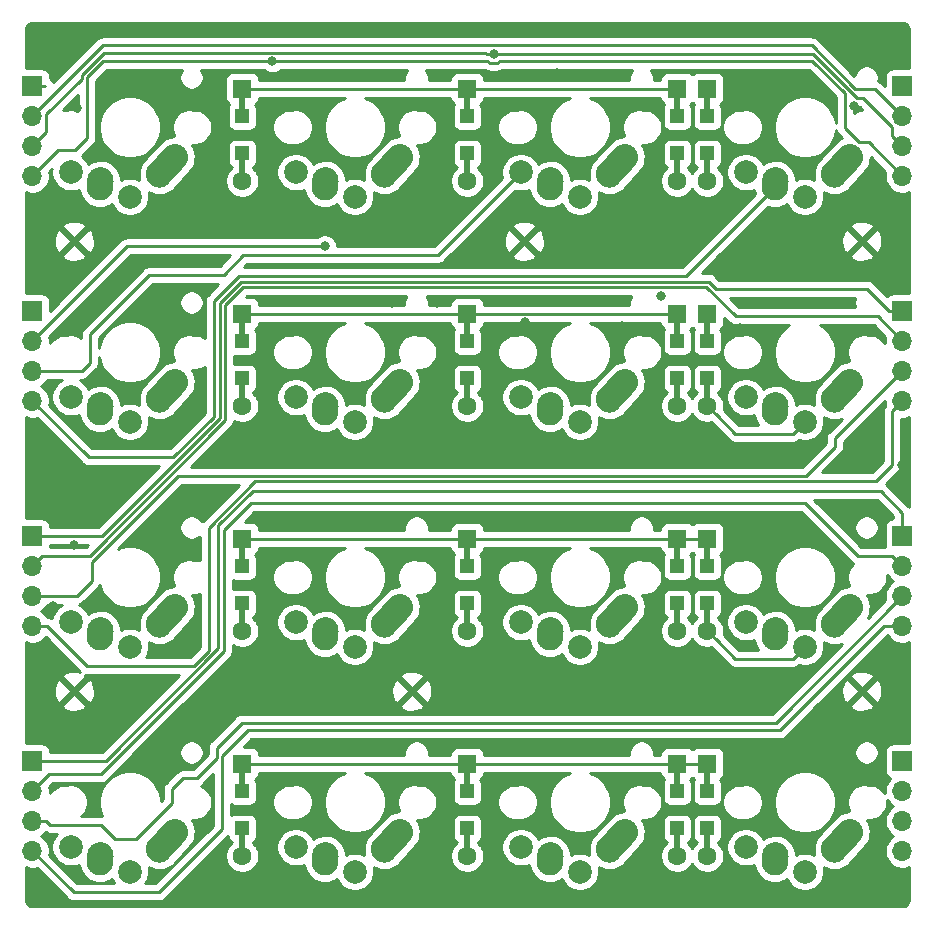
<source format=gbr>
G04 #@! TF.GenerationSoftware,KiCad,Pcbnew,(5.1.9)-1*
G04 #@! TF.CreationDate,2021-02-07T22:47:52-06:00*
G04 #@! TF.ProjectId,4x4_backpack,3478345f-6261-4636-9b70-61636b2e6b69,rev?*
G04 #@! TF.SameCoordinates,Original*
G04 #@! TF.FileFunction,Copper,L2,Bot*
G04 #@! TF.FilePolarity,Positive*
%FSLAX46Y46*%
G04 Gerber Fmt 4.6, Leading zero omitted, Abs format (unit mm)*
G04 Created by KiCad (PCBNEW (5.1.9)-1) date 2021-02-07 22:47:52*
%MOMM*%
%LPD*%
G01*
G04 APERTURE LIST*
G04 #@! TA.AperFunction,ComponentPad*
%ADD10C,2.000000*%
G04 #@! TD*
G04 #@! TA.AperFunction,ComponentPad*
%ADD11C,2.250000*%
G04 #@! TD*
G04 #@! TA.AperFunction,ComponentPad*
%ADD12C,1.600000*%
G04 #@! TD*
G04 #@! TA.AperFunction,ComponentPad*
%ADD13R,1.600000X1.600000*%
G04 #@! TD*
G04 #@! TA.AperFunction,SMDPad,CuDef*
%ADD14R,0.500000X2.500000*%
G04 #@! TD*
G04 #@! TA.AperFunction,SMDPad,CuDef*
%ADD15R,1.200000X1.200000*%
G04 #@! TD*
G04 #@! TA.AperFunction,ComponentPad*
%ADD16R,1.700000X1.700000*%
G04 #@! TD*
G04 #@! TA.AperFunction,ComponentPad*
%ADD17O,1.700000X1.700000*%
G04 #@! TD*
G04 #@! TA.AperFunction,ViaPad*
%ADD18C,0.800000*%
G04 #@! TD*
G04 #@! TA.AperFunction,Conductor*
%ADD19C,0.250000*%
G04 #@! TD*
G04 #@! TA.AperFunction,Conductor*
%ADD20C,0.254000*%
G04 #@! TD*
G04 #@! TA.AperFunction,Conductor*
%ADD21C,0.100000*%
G04 #@! TD*
G04 APERTURE END LIST*
D10*
X142875000Y-148775000D03*
X137875000Y-146675000D03*
D11*
X145375000Y-146875000D03*
G04 #@! TA.AperFunction,ComponentPad*
G36*
G01*
X147436312Y-144577650D02*
X147436312Y-144577650D01*
G75*
G02*
X147522350Y-146166312I-751312J-837350D01*
G01*
X146212360Y-147626320D01*
G75*
G02*
X144623698Y-147712358I-837350J751312D01*
G01*
X144623698Y-147712358D01*
G75*
G02*
X144537660Y-146123696I751312J837350D01*
G01*
X145847650Y-144663688D01*
G75*
G02*
X147436312Y-144577650I837350J-751312D01*
G01*
G37*
G04 #@! TD.AperFunction*
X140335000Y-147955000D03*
G04 #@! TA.AperFunction,ComponentPad*
G36*
G01*
X140451517Y-146252605D02*
X140451517Y-146252605D01*
G75*
G02*
X141497395Y-147451517I-76517J-1122395D01*
G01*
X141457853Y-148031549D01*
G75*
G02*
X140258941Y-149077427I-1122395J76517D01*
G01*
X140258941Y-149077427D01*
G75*
G02*
X139213063Y-147878515I76517J1122395D01*
G01*
X139252605Y-147298483D01*
G75*
G02*
X140451517Y-146252605I1122395J-76517D01*
G01*
G37*
G04 #@! TD.AperFunction*
D12*
X134620000Y-147410000D03*
D13*
X134620000Y-139610000D03*
D14*
X134620000Y-146210000D03*
D15*
X134620000Y-145085000D03*
X134620000Y-141935000D03*
D14*
X134620000Y-140810000D03*
G04 #@! TA.AperFunction,ComponentPad*
G36*
G01*
X121401517Y-108152605D02*
X121401517Y-108152605D01*
G75*
G02*
X122447395Y-109351517I-76517J-1122395D01*
G01*
X122407853Y-109931549D01*
G75*
G02*
X121208941Y-110977427I-1122395J76517D01*
G01*
X121208941Y-110977427D01*
G75*
G02*
X120163063Y-109778515I76517J1122395D01*
G01*
X120202605Y-109198483D01*
G75*
G02*
X121401517Y-108152605I1122395J-76517D01*
G01*
G37*
G04 #@! TD.AperFunction*
D11*
X121285000Y-109855000D03*
G04 #@! TA.AperFunction,ComponentPad*
G36*
G01*
X128386312Y-106477650D02*
X128386312Y-106477650D01*
G75*
G02*
X128472350Y-108066312I-751312J-837350D01*
G01*
X127162360Y-109526320D01*
G75*
G02*
X125573698Y-109612358I-837350J751312D01*
G01*
X125573698Y-109612358D01*
G75*
G02*
X125487660Y-108023696I751312J837350D01*
G01*
X126797650Y-106563688D01*
G75*
G02*
X128386312Y-106477650I837350J-751312D01*
G01*
G37*
G04 #@! TD.AperFunction*
X126325000Y-108775000D03*
D10*
X118825000Y-108575000D03*
X123825000Y-110675000D03*
D12*
X114300000Y-90260000D03*
D13*
X114300000Y-82460000D03*
D14*
X114300000Y-89060000D03*
D15*
X114300000Y-87935000D03*
X114300000Y-84785000D03*
D14*
X114300000Y-83660000D03*
D16*
X77470000Y-82232500D03*
D17*
X77470000Y-84772500D03*
X77470000Y-87312500D03*
X77470000Y-89852500D03*
X77470000Y-108902500D03*
X77470000Y-106362500D03*
X77470000Y-103822500D03*
D16*
X77470000Y-101282500D03*
X77470000Y-120332500D03*
D17*
X77470000Y-122872500D03*
X77470000Y-125412500D03*
X77470000Y-127952500D03*
X77470000Y-147002500D03*
X77470000Y-144462500D03*
X77470000Y-141922500D03*
D16*
X77470000Y-139382500D03*
X151130000Y-82232500D03*
D17*
X151130000Y-84772500D03*
X151130000Y-87312500D03*
X151130000Y-89852500D03*
X151130000Y-108902500D03*
X151130000Y-106362500D03*
X151130000Y-103822500D03*
D16*
X151130000Y-101282500D03*
X151130000Y-120332500D03*
D17*
X151130000Y-122872500D03*
X151130000Y-125412500D03*
X151130000Y-127952500D03*
X151130000Y-147002500D03*
X151130000Y-144462500D03*
X151130000Y-141922500D03*
D16*
X151130000Y-139382500D03*
D12*
X95250000Y-90260000D03*
D13*
X95250000Y-82460000D03*
D14*
X95250000Y-89060000D03*
D15*
X95250000Y-87935000D03*
X95250000Y-84785000D03*
D14*
X95250000Y-83660000D03*
X132080000Y-83660000D03*
D15*
X132080000Y-84785000D03*
X132080000Y-87935000D03*
D14*
X132080000Y-89060000D03*
D13*
X132080000Y-82460000D03*
D12*
X132080000Y-90260000D03*
D14*
X134620000Y-83660000D03*
D15*
X134620000Y-84785000D03*
X134620000Y-87935000D03*
D14*
X134620000Y-89060000D03*
D13*
X134620000Y-82460000D03*
D12*
X134620000Y-90260000D03*
X95250000Y-109310000D03*
D13*
X95250000Y-101510000D03*
D14*
X95250000Y-108110000D03*
D15*
X95250000Y-106985000D03*
X95250000Y-103835000D03*
D14*
X95250000Y-102710000D03*
X114300000Y-102710000D03*
D15*
X114300000Y-103835000D03*
X114300000Y-106985000D03*
D14*
X114300000Y-108110000D03*
D13*
X114300000Y-101510000D03*
D12*
X114300000Y-109310000D03*
X132080000Y-109310000D03*
D13*
X132080000Y-101510000D03*
D14*
X132080000Y-108110000D03*
D15*
X132080000Y-106985000D03*
X132080000Y-103835000D03*
D14*
X132080000Y-102710000D03*
X134620000Y-102710000D03*
D15*
X134620000Y-103835000D03*
X134620000Y-106985000D03*
D14*
X134620000Y-108110000D03*
D13*
X134620000Y-101510000D03*
D12*
X134620000Y-109310000D03*
D14*
X95250000Y-121760000D03*
D15*
X95250000Y-122885000D03*
X95250000Y-126035000D03*
D14*
X95250000Y-127160000D03*
D13*
X95250000Y-120560000D03*
D12*
X95250000Y-128360000D03*
X114300000Y-128360000D03*
D13*
X114300000Y-120560000D03*
D14*
X114300000Y-127160000D03*
D15*
X114300000Y-126035000D03*
X114300000Y-122885000D03*
D14*
X114300000Y-121760000D03*
X132080000Y-121760000D03*
D15*
X132080000Y-122885000D03*
X132080000Y-126035000D03*
D14*
X132080000Y-127160000D03*
D13*
X132080000Y-120560000D03*
D12*
X132080000Y-128360000D03*
X134620000Y-128360000D03*
D13*
X134620000Y-120560000D03*
D14*
X134620000Y-127160000D03*
D15*
X134620000Y-126035000D03*
X134620000Y-122885000D03*
D14*
X134620000Y-121760000D03*
D12*
X95250000Y-147410000D03*
D13*
X95250000Y-139610000D03*
D14*
X95250000Y-146210000D03*
D15*
X95250000Y-145085000D03*
X95250000Y-141935000D03*
D14*
X95250000Y-140810000D03*
X114300000Y-140810000D03*
D15*
X114300000Y-141935000D03*
X114300000Y-145085000D03*
D14*
X114300000Y-146210000D03*
D13*
X114300000Y-139610000D03*
D12*
X114300000Y-147410000D03*
D14*
X132080000Y-140810000D03*
D15*
X132080000Y-141935000D03*
X132080000Y-145085000D03*
D14*
X132080000Y-146210000D03*
D13*
X132080000Y-139610000D03*
D12*
X132080000Y-147410000D03*
G04 #@! TA.AperFunction,ComponentPad*
G36*
G01*
X83301517Y-89102605D02*
X83301517Y-89102605D01*
G75*
G02*
X84347395Y-90301517I-76517J-1122395D01*
G01*
X84307853Y-90881549D01*
G75*
G02*
X83108941Y-91927427I-1122395J76517D01*
G01*
X83108941Y-91927427D01*
G75*
G02*
X82063063Y-90728515I76517J1122395D01*
G01*
X82102605Y-90148483D01*
G75*
G02*
X83301517Y-89102605I1122395J-76517D01*
G01*
G37*
G04 #@! TD.AperFunction*
D11*
X83185000Y-90805000D03*
G04 #@! TA.AperFunction,ComponentPad*
G36*
G01*
X90286312Y-87427650D02*
X90286312Y-87427650D01*
G75*
G02*
X90372350Y-89016312I-751312J-837350D01*
G01*
X89062360Y-90476320D01*
G75*
G02*
X87473698Y-90562358I-837350J751312D01*
G01*
X87473698Y-90562358D01*
G75*
G02*
X87387660Y-88973696I751312J837350D01*
G01*
X88697650Y-87513688D01*
G75*
G02*
X90286312Y-87427650I837350J-751312D01*
G01*
G37*
G04 #@! TD.AperFunction*
X88225000Y-89725000D03*
D10*
X80725000Y-89525000D03*
X85725000Y-91625000D03*
X104775000Y-91625000D03*
X99775000Y-89525000D03*
D11*
X107275000Y-89725000D03*
G04 #@! TA.AperFunction,ComponentPad*
G36*
G01*
X109336312Y-87427650D02*
X109336312Y-87427650D01*
G75*
G02*
X109422350Y-89016312I-751312J-837350D01*
G01*
X108112360Y-90476320D01*
G75*
G02*
X106523698Y-90562358I-837350J751312D01*
G01*
X106523698Y-90562358D01*
G75*
G02*
X106437660Y-88973696I751312J837350D01*
G01*
X107747650Y-87513688D01*
G75*
G02*
X109336312Y-87427650I837350J-751312D01*
G01*
G37*
G04 #@! TD.AperFunction*
X102235000Y-90805000D03*
G04 #@! TA.AperFunction,ComponentPad*
G36*
G01*
X102351517Y-89102605D02*
X102351517Y-89102605D01*
G75*
G02*
X103397395Y-90301517I-76517J-1122395D01*
G01*
X103357853Y-90881549D01*
G75*
G02*
X102158941Y-91927427I-1122395J76517D01*
G01*
X102158941Y-91927427D01*
G75*
G02*
X101113063Y-90728515I76517J1122395D01*
G01*
X101152605Y-90148483D01*
G75*
G02*
X102351517Y-89102605I1122395J-76517D01*
G01*
G37*
G04 #@! TD.AperFunction*
G04 #@! TA.AperFunction,ComponentPad*
G36*
G01*
X121401517Y-89102605D02*
X121401517Y-89102605D01*
G75*
G02*
X122447395Y-90301517I-76517J-1122395D01*
G01*
X122407853Y-90881549D01*
G75*
G02*
X121208941Y-91927427I-1122395J76517D01*
G01*
X121208941Y-91927427D01*
G75*
G02*
X120163063Y-90728515I76517J1122395D01*
G01*
X120202605Y-90148483D01*
G75*
G02*
X121401517Y-89102605I1122395J-76517D01*
G01*
G37*
G04 #@! TD.AperFunction*
X121285000Y-90805000D03*
G04 #@! TA.AperFunction,ComponentPad*
G36*
G01*
X128386312Y-87427650D02*
X128386312Y-87427650D01*
G75*
G02*
X128472350Y-89016312I-751312J-837350D01*
G01*
X127162360Y-90476320D01*
G75*
G02*
X125573698Y-90562358I-837350J751312D01*
G01*
X125573698Y-90562358D01*
G75*
G02*
X125487660Y-88973696I751312J837350D01*
G01*
X126797650Y-87513688D01*
G75*
G02*
X128386312Y-87427650I837350J-751312D01*
G01*
G37*
G04 #@! TD.AperFunction*
X126325000Y-89725000D03*
D10*
X118825000Y-89525000D03*
X123825000Y-91625000D03*
X142875000Y-91625000D03*
X137875000Y-89525000D03*
D11*
X145375000Y-89725000D03*
G04 #@! TA.AperFunction,ComponentPad*
G36*
G01*
X147436312Y-87427650D02*
X147436312Y-87427650D01*
G75*
G02*
X147522350Y-89016312I-751312J-837350D01*
G01*
X146212360Y-90476320D01*
G75*
G02*
X144623698Y-90562358I-837350J751312D01*
G01*
X144623698Y-90562358D01*
G75*
G02*
X144537660Y-88973696I751312J837350D01*
G01*
X145847650Y-87513688D01*
G75*
G02*
X147436312Y-87427650I837350J-751312D01*
G01*
G37*
G04 #@! TD.AperFunction*
X140335000Y-90805000D03*
G04 #@! TA.AperFunction,ComponentPad*
G36*
G01*
X140451517Y-89102605D02*
X140451517Y-89102605D01*
G75*
G02*
X141497395Y-90301517I-76517J-1122395D01*
G01*
X141457853Y-90881549D01*
G75*
G02*
X140258941Y-91927427I-1122395J76517D01*
G01*
X140258941Y-91927427D01*
G75*
G02*
X139213063Y-90728515I76517J1122395D01*
G01*
X139252605Y-90148483D01*
G75*
G02*
X140451517Y-89102605I1122395J-76517D01*
G01*
G37*
G04 #@! TD.AperFunction*
D10*
X85725000Y-110675000D03*
X80725000Y-108575000D03*
D11*
X88225000Y-108775000D03*
G04 #@! TA.AperFunction,ComponentPad*
G36*
G01*
X90286312Y-106477650D02*
X90286312Y-106477650D01*
G75*
G02*
X90372350Y-108066312I-751312J-837350D01*
G01*
X89062360Y-109526320D01*
G75*
G02*
X87473698Y-109612358I-837350J751312D01*
G01*
X87473698Y-109612358D01*
G75*
G02*
X87387660Y-108023696I751312J837350D01*
G01*
X88697650Y-106563688D01*
G75*
G02*
X90286312Y-106477650I837350J-751312D01*
G01*
G37*
G04 #@! TD.AperFunction*
X83185000Y-109855000D03*
G04 #@! TA.AperFunction,ComponentPad*
G36*
G01*
X83301517Y-108152605D02*
X83301517Y-108152605D01*
G75*
G02*
X84347395Y-109351517I-76517J-1122395D01*
G01*
X84307853Y-109931549D01*
G75*
G02*
X83108941Y-110977427I-1122395J76517D01*
G01*
X83108941Y-110977427D01*
G75*
G02*
X82063063Y-109778515I76517J1122395D01*
G01*
X82102605Y-109198483D01*
G75*
G02*
X83301517Y-108152605I1122395J-76517D01*
G01*
G37*
G04 #@! TD.AperFunction*
G04 #@! TA.AperFunction,ComponentPad*
G36*
G01*
X102351517Y-108152605D02*
X102351517Y-108152605D01*
G75*
G02*
X103397395Y-109351517I-76517J-1122395D01*
G01*
X103357853Y-109931549D01*
G75*
G02*
X102158941Y-110977427I-1122395J76517D01*
G01*
X102158941Y-110977427D01*
G75*
G02*
X101113063Y-109778515I76517J1122395D01*
G01*
X101152605Y-109198483D01*
G75*
G02*
X102351517Y-108152605I1122395J-76517D01*
G01*
G37*
G04 #@! TD.AperFunction*
X102235000Y-109855000D03*
G04 #@! TA.AperFunction,ComponentPad*
G36*
G01*
X109336312Y-106477650D02*
X109336312Y-106477650D01*
G75*
G02*
X109422350Y-108066312I-751312J-837350D01*
G01*
X108112360Y-109526320D01*
G75*
G02*
X106523698Y-109612358I-837350J751312D01*
G01*
X106523698Y-109612358D01*
G75*
G02*
X106437660Y-108023696I751312J837350D01*
G01*
X107747650Y-106563688D01*
G75*
G02*
X109336312Y-106477650I837350J-751312D01*
G01*
G37*
G04 #@! TD.AperFunction*
X107275000Y-108775000D03*
D10*
X99775000Y-108575000D03*
X104775000Y-110675000D03*
X142875000Y-110675000D03*
X137875000Y-108575000D03*
D11*
X145375000Y-108775000D03*
G04 #@! TA.AperFunction,ComponentPad*
G36*
G01*
X147436312Y-106477650D02*
X147436312Y-106477650D01*
G75*
G02*
X147522350Y-108066312I-751312J-837350D01*
G01*
X146212360Y-109526320D01*
G75*
G02*
X144623698Y-109612358I-837350J751312D01*
G01*
X144623698Y-109612358D01*
G75*
G02*
X144537660Y-108023696I751312J837350D01*
G01*
X145847650Y-106563688D01*
G75*
G02*
X147436312Y-106477650I837350J-751312D01*
G01*
G37*
G04 #@! TD.AperFunction*
X140335000Y-109855000D03*
G04 #@! TA.AperFunction,ComponentPad*
G36*
G01*
X140451517Y-108152605D02*
X140451517Y-108152605D01*
G75*
G02*
X141497395Y-109351517I-76517J-1122395D01*
G01*
X141457853Y-109931549D01*
G75*
G02*
X140258941Y-110977427I-1122395J76517D01*
G01*
X140258941Y-110977427D01*
G75*
G02*
X139213063Y-109778515I76517J1122395D01*
G01*
X139252605Y-109198483D01*
G75*
G02*
X140451517Y-108152605I1122395J-76517D01*
G01*
G37*
G04 #@! TD.AperFunction*
D10*
X85725000Y-129725000D03*
X80725000Y-127625000D03*
D11*
X88225000Y-127825000D03*
G04 #@! TA.AperFunction,ComponentPad*
G36*
G01*
X90286312Y-125527650D02*
X90286312Y-125527650D01*
G75*
G02*
X90372350Y-127116312I-751312J-837350D01*
G01*
X89062360Y-128576320D01*
G75*
G02*
X87473698Y-128662358I-837350J751312D01*
G01*
X87473698Y-128662358D01*
G75*
G02*
X87387660Y-127073696I751312J837350D01*
G01*
X88697650Y-125613688D01*
G75*
G02*
X90286312Y-125527650I837350J-751312D01*
G01*
G37*
G04 #@! TD.AperFunction*
X83185000Y-128905000D03*
G04 #@! TA.AperFunction,ComponentPad*
G36*
G01*
X83301517Y-127202605D02*
X83301517Y-127202605D01*
G75*
G02*
X84347395Y-128401517I-76517J-1122395D01*
G01*
X84307853Y-128981549D01*
G75*
G02*
X83108941Y-130027427I-1122395J76517D01*
G01*
X83108941Y-130027427D01*
G75*
G02*
X82063063Y-128828515I76517J1122395D01*
G01*
X82102605Y-128248483D01*
G75*
G02*
X83301517Y-127202605I1122395J-76517D01*
G01*
G37*
G04 #@! TD.AperFunction*
G04 #@! TA.AperFunction,ComponentPad*
G36*
G01*
X102351517Y-127202605D02*
X102351517Y-127202605D01*
G75*
G02*
X103397395Y-128401517I-76517J-1122395D01*
G01*
X103357853Y-128981549D01*
G75*
G02*
X102158941Y-130027427I-1122395J76517D01*
G01*
X102158941Y-130027427D01*
G75*
G02*
X101113063Y-128828515I76517J1122395D01*
G01*
X101152605Y-128248483D01*
G75*
G02*
X102351517Y-127202605I1122395J-76517D01*
G01*
G37*
G04 #@! TD.AperFunction*
X102235000Y-128905000D03*
G04 #@! TA.AperFunction,ComponentPad*
G36*
G01*
X109336312Y-125527650D02*
X109336312Y-125527650D01*
G75*
G02*
X109422350Y-127116312I-751312J-837350D01*
G01*
X108112360Y-128576320D01*
G75*
G02*
X106523698Y-128662358I-837350J751312D01*
G01*
X106523698Y-128662358D01*
G75*
G02*
X106437660Y-127073696I751312J837350D01*
G01*
X107747650Y-125613688D01*
G75*
G02*
X109336312Y-125527650I837350J-751312D01*
G01*
G37*
G04 #@! TD.AperFunction*
X107275000Y-127825000D03*
D10*
X99775000Y-127625000D03*
X104775000Y-129725000D03*
G04 #@! TA.AperFunction,ComponentPad*
G36*
G01*
X121401517Y-127202605D02*
X121401517Y-127202605D01*
G75*
G02*
X122447395Y-128401517I-76517J-1122395D01*
G01*
X122407853Y-128981549D01*
G75*
G02*
X121208941Y-130027427I-1122395J76517D01*
G01*
X121208941Y-130027427D01*
G75*
G02*
X120163063Y-128828515I76517J1122395D01*
G01*
X120202605Y-128248483D01*
G75*
G02*
X121401517Y-127202605I1122395J-76517D01*
G01*
G37*
G04 #@! TD.AperFunction*
D11*
X121285000Y-128905000D03*
G04 #@! TA.AperFunction,ComponentPad*
G36*
G01*
X128386312Y-125527650D02*
X128386312Y-125527650D01*
G75*
G02*
X128472350Y-127116312I-751312J-837350D01*
G01*
X127162360Y-128576320D01*
G75*
G02*
X125573698Y-128662358I-837350J751312D01*
G01*
X125573698Y-128662358D01*
G75*
G02*
X125487660Y-127073696I751312J837350D01*
G01*
X126797650Y-125613688D01*
G75*
G02*
X128386312Y-125527650I837350J-751312D01*
G01*
G37*
G04 #@! TD.AperFunction*
X126325000Y-127825000D03*
D10*
X118825000Y-127625000D03*
X123825000Y-129725000D03*
G04 #@! TA.AperFunction,ComponentPad*
G36*
G01*
X140451517Y-127202605D02*
X140451517Y-127202605D01*
G75*
G02*
X141497395Y-128401517I-76517J-1122395D01*
G01*
X141457853Y-128981549D01*
G75*
G02*
X140258941Y-130027427I-1122395J76517D01*
G01*
X140258941Y-130027427D01*
G75*
G02*
X139213063Y-128828515I76517J1122395D01*
G01*
X139252605Y-128248483D01*
G75*
G02*
X140451517Y-127202605I1122395J-76517D01*
G01*
G37*
G04 #@! TD.AperFunction*
D11*
X140335000Y-128905000D03*
G04 #@! TA.AperFunction,ComponentPad*
G36*
G01*
X147436312Y-125527650D02*
X147436312Y-125527650D01*
G75*
G02*
X147522350Y-127116312I-751312J-837350D01*
G01*
X146212360Y-128576320D01*
G75*
G02*
X144623698Y-128662358I-837350J751312D01*
G01*
X144623698Y-128662358D01*
G75*
G02*
X144537660Y-127073696I751312J837350D01*
G01*
X145847650Y-125613688D01*
G75*
G02*
X147436312Y-125527650I837350J-751312D01*
G01*
G37*
G04 #@! TD.AperFunction*
X145375000Y-127825000D03*
D10*
X137875000Y-127625000D03*
X142875000Y-129725000D03*
X85725000Y-148775000D03*
X80725000Y-146675000D03*
D11*
X88225000Y-146875000D03*
G04 #@! TA.AperFunction,ComponentPad*
G36*
G01*
X90286312Y-144577650D02*
X90286312Y-144577650D01*
G75*
G02*
X90372350Y-146166312I-751312J-837350D01*
G01*
X89062360Y-147626320D01*
G75*
G02*
X87473698Y-147712358I-837350J751312D01*
G01*
X87473698Y-147712358D01*
G75*
G02*
X87387660Y-146123696I751312J837350D01*
G01*
X88697650Y-144663688D01*
G75*
G02*
X90286312Y-144577650I837350J-751312D01*
G01*
G37*
G04 #@! TD.AperFunction*
X83185000Y-147955000D03*
G04 #@! TA.AperFunction,ComponentPad*
G36*
G01*
X83301517Y-146252605D02*
X83301517Y-146252605D01*
G75*
G02*
X84347395Y-147451517I-76517J-1122395D01*
G01*
X84307853Y-148031549D01*
G75*
G02*
X83108941Y-149077427I-1122395J76517D01*
G01*
X83108941Y-149077427D01*
G75*
G02*
X82063063Y-147878515I76517J1122395D01*
G01*
X82102605Y-147298483D01*
G75*
G02*
X83301517Y-146252605I1122395J-76517D01*
G01*
G37*
G04 #@! TD.AperFunction*
D10*
X104775000Y-148775000D03*
X99775000Y-146675000D03*
D11*
X107275000Y-146875000D03*
G04 #@! TA.AperFunction,ComponentPad*
G36*
G01*
X109336312Y-144577650D02*
X109336312Y-144577650D01*
G75*
G02*
X109422350Y-146166312I-751312J-837350D01*
G01*
X108112360Y-147626320D01*
G75*
G02*
X106523698Y-147712358I-837350J751312D01*
G01*
X106523698Y-147712358D01*
G75*
G02*
X106437660Y-146123696I751312J837350D01*
G01*
X107747650Y-144663688D01*
G75*
G02*
X109336312Y-144577650I837350J-751312D01*
G01*
G37*
G04 #@! TD.AperFunction*
X102235000Y-147955000D03*
G04 #@! TA.AperFunction,ComponentPad*
G36*
G01*
X102351517Y-146252605D02*
X102351517Y-146252605D01*
G75*
G02*
X103397395Y-147451517I-76517J-1122395D01*
G01*
X103357853Y-148031549D01*
G75*
G02*
X102158941Y-149077427I-1122395J76517D01*
G01*
X102158941Y-149077427D01*
G75*
G02*
X101113063Y-147878515I76517J1122395D01*
G01*
X101152605Y-147298483D01*
G75*
G02*
X102351517Y-146252605I1122395J-76517D01*
G01*
G37*
G04 #@! TD.AperFunction*
G04 #@! TA.AperFunction,ComponentPad*
G36*
G01*
X121401517Y-146252605D02*
X121401517Y-146252605D01*
G75*
G02*
X122447395Y-147451517I-76517J-1122395D01*
G01*
X122407853Y-148031549D01*
G75*
G02*
X121208941Y-149077427I-1122395J76517D01*
G01*
X121208941Y-149077427D01*
G75*
G02*
X120163063Y-147878515I76517J1122395D01*
G01*
X120202605Y-147298483D01*
G75*
G02*
X121401517Y-146252605I1122395J-76517D01*
G01*
G37*
G04 #@! TD.AperFunction*
X121285000Y-147955000D03*
G04 #@! TA.AperFunction,ComponentPad*
G36*
G01*
X128386312Y-144577650D02*
X128386312Y-144577650D01*
G75*
G02*
X128472350Y-146166312I-751312J-837350D01*
G01*
X127162360Y-147626320D01*
G75*
G02*
X125573698Y-147712358I-837350J751312D01*
G01*
X125573698Y-147712358D01*
G75*
G02*
X125487660Y-146123696I751312J837350D01*
G01*
X126797650Y-144663688D01*
G75*
G02*
X128386312Y-144577650I837350J-751312D01*
G01*
G37*
G04 #@! TD.AperFunction*
X126325000Y-146875000D03*
D10*
X118825000Y-146675000D03*
X123825000Y-148775000D03*
D18*
X116522500Y-79528510D03*
X97790000Y-80137000D03*
X143891000Y-100711000D03*
X130048000Y-131953000D03*
X101219000Y-121920000D03*
X126619000Y-94234000D03*
X137922000Y-96520000D03*
X98933000Y-92011500D03*
X93408500Y-86931500D03*
X93281500Y-83820000D03*
X141986000Y-119697500D03*
X80645000Y-115633500D03*
X85344000Y-115570000D03*
X94932500Y-114109500D03*
X100139500Y-113792000D03*
X109601000Y-113601500D03*
X118554500Y-113855500D03*
X127952500Y-113538000D03*
X142938500Y-113601500D03*
X147637500Y-113601500D03*
X146050000Y-118110000D03*
X90551000Y-129540000D03*
X87884000Y-101536500D03*
X89535000Y-111442500D03*
X85217000Y-97726500D03*
X108140500Y-102616000D03*
X119189500Y-102235000D03*
X127381000Y-102552500D03*
X137350500Y-102743000D03*
X146494500Y-102870000D03*
X81026000Y-121094500D03*
X124015500Y-100520500D03*
X118935500Y-100520500D03*
X121856500Y-81153000D03*
X81026000Y-149098000D03*
X92456000Y-141224000D03*
X148907500Y-125920500D03*
X91313000Y-121729500D03*
X79184500Y-126238000D03*
X107950000Y-100584000D03*
X111760000Y-100584000D03*
X81280000Y-84074000D03*
X142811500Y-88963500D03*
X147002500Y-83947000D03*
X141795500Y-132524500D03*
X130683000Y-99975510D03*
X77470000Y-149860000D03*
X78740000Y-151130000D03*
X151130000Y-149860000D03*
X149860000Y-151130000D03*
X151130000Y-78740000D03*
X149860000Y-77470000D03*
X77470000Y-78740000D03*
X78740000Y-77470000D03*
X77470000Y-95250000D03*
X77470000Y-114300000D03*
X77470000Y-133350000D03*
X151130000Y-133350000D03*
X151130000Y-114300000D03*
X151130000Y-95250000D03*
X139065000Y-83693000D03*
X120269000Y-84074000D03*
X102235000Y-95821500D03*
X107950000Y-146050000D03*
X126365000Y-146685000D03*
D19*
X77470000Y-82232500D02*
X78570000Y-82232500D01*
X114300000Y-82460000D02*
X132080000Y-82460000D01*
X96300000Y-82460000D02*
X114300000Y-82460000D01*
X95250000Y-82460000D02*
X96300000Y-82460000D01*
X95250000Y-101510000D02*
X114300000Y-101510000D01*
X114300000Y-101510000D02*
X132080000Y-101510000D01*
X83439000Y-78803500D02*
X78319999Y-83922501D01*
X151130000Y-84772500D02*
X148852200Y-82494700D01*
X147140522Y-82494700D02*
X143449322Y-78803500D01*
X143449322Y-78803500D02*
X83439000Y-78803500D01*
X78319999Y-83922501D02*
X77470000Y-84772500D01*
X148852200Y-82494700D02*
X147140522Y-82494700D01*
X95250000Y-120560000D02*
X134620000Y-120560000D01*
X115829815Y-79401510D02*
X115956815Y-79528510D01*
X78645001Y-86137499D02*
X78645001Y-84613499D01*
X77470000Y-87312500D02*
X78645001Y-86137499D01*
X78645001Y-84613499D02*
X81655489Y-81603011D01*
X115956815Y-79528510D02*
X116522500Y-79528510D01*
X81655489Y-81603011D02*
X81655489Y-81284100D01*
X81655489Y-81284100D02*
X83538079Y-79401510D01*
X83538079Y-79401510D02*
X115829815Y-79401510D01*
X147262011Y-83252600D02*
X143537921Y-79528510D01*
X150280001Y-85700501D02*
X147832100Y-83252600D01*
X143537921Y-79528510D02*
X117088185Y-79528510D01*
X151130000Y-87312500D02*
X150280001Y-86462501D01*
X117088185Y-79528510D02*
X116522500Y-79528510D01*
X147832100Y-83252600D02*
X147262011Y-83252600D01*
X150280001Y-86462501D02*
X150280001Y-85700501D01*
X95250000Y-139610000D02*
X134620000Y-139610000D01*
X97663000Y-80137000D02*
X97790000Y-80137000D01*
X79629000Y-87693500D02*
X77470000Y-89852500D01*
X82105500Y-81470500D02*
X82105500Y-86677500D01*
X83439000Y-80137000D02*
X82105500Y-81470500D01*
X82105500Y-86677500D02*
X81089500Y-87693500D01*
X97663000Y-80137000D02*
X83439000Y-80137000D01*
X81089500Y-87693500D02*
X79629000Y-87693500D01*
X116057988Y-80137000D02*
X97663000Y-80137000D01*
X116174499Y-80253511D02*
X116057988Y-80137000D01*
X116987012Y-80137000D02*
X116870501Y-80253511D01*
X143510000Y-80137000D02*
X116987012Y-80137000D01*
X146240500Y-85786502D02*
X146240500Y-82867500D01*
X146240500Y-82867500D02*
X143510000Y-80137000D01*
X116870501Y-80253511D02*
X116174499Y-80253511D01*
X147448998Y-86995000D02*
X146240500Y-85786502D01*
X148272500Y-86995000D02*
X147448998Y-86995000D01*
X151130000Y-89852500D02*
X148272500Y-86995000D01*
X151130000Y-101282500D02*
X150178910Y-101282500D01*
X134731902Y-98800489D02*
X135331402Y-99399989D01*
X148147489Y-99399989D02*
X150030000Y-101282500D01*
X150030000Y-101282500D02*
X151130000Y-101282500D01*
X77470000Y-120332500D02*
X83374090Y-120332500D01*
X135331402Y-99399989D02*
X148147489Y-99399989D01*
X95138098Y-98800489D02*
X134731902Y-98800489D01*
X93345000Y-100593587D02*
X95138098Y-98800489D01*
X93345000Y-110361590D02*
X93345000Y-100593587D01*
X83374090Y-120332500D02*
X93345000Y-110361590D01*
X77470000Y-122872500D02*
X77470000Y-122553590D01*
X78319999Y-122022501D02*
X77470000Y-122872500D01*
X82320499Y-122022501D02*
X78319999Y-122022501D01*
X93795011Y-110547989D02*
X82320499Y-122022501D01*
X95324498Y-99250500D02*
X93795011Y-100779987D01*
X149034500Y-101727000D02*
X137022002Y-101727000D01*
X151130000Y-103822500D02*
X149034500Y-101727000D01*
X134545502Y-99250500D02*
X95324498Y-99250500D01*
X93795011Y-100779987D02*
X93795011Y-110547989D01*
X137022002Y-101727000D02*
X134545502Y-99250500D01*
X82486500Y-124142500D02*
X81216500Y-125412500D01*
X145415000Y-112077500D02*
X145415000Y-112776000D01*
X151130000Y-106362500D02*
X145415000Y-112077500D01*
X145415000Y-112776000D02*
X142944011Y-115246989D01*
X142944011Y-115246989D02*
X89794511Y-115246989D01*
X89794511Y-115246989D02*
X82486500Y-122555000D01*
X81216500Y-125412500D02*
X77470000Y-125412500D01*
X82486500Y-122555000D02*
X82486500Y-124142500D01*
X78740000Y-127952500D02*
X77470000Y-127952500D01*
X92392500Y-130048000D02*
X91122500Y-131318000D01*
X92392500Y-124396502D02*
X92392500Y-130048000D01*
X82105500Y-131318000D02*
X78740000Y-127952500D01*
X92400001Y-124389001D02*
X92392500Y-124396502D01*
X92400001Y-123260999D02*
X92400001Y-124389001D01*
X92392500Y-123253498D02*
X92400001Y-123260999D01*
X150280001Y-109752499D02*
X150280001Y-114324499D01*
X151130000Y-108902500D02*
X150280001Y-109752499D01*
X150280001Y-114324499D02*
X148907500Y-115697000D01*
X148907500Y-115697000D02*
X96329500Y-115697000D01*
X91122500Y-131318000D02*
X82105500Y-131318000D01*
X96329500Y-115697000D02*
X92392500Y-119634000D01*
X92392500Y-119634000D02*
X92392500Y-123253498D01*
X88201500Y-150495000D02*
X80962500Y-150495000D01*
X149606000Y-127952500D02*
X140779500Y-136779000D01*
X151130000Y-127952500D02*
X149606000Y-127952500D01*
X140779500Y-136779000D02*
X95694500Y-136779000D01*
X95694500Y-136779000D02*
X93535500Y-138938000D01*
X93535500Y-138938000D02*
X93535500Y-145161000D01*
X80962500Y-150495000D02*
X77470000Y-147002500D01*
X93535500Y-145161000D02*
X88201500Y-150495000D01*
X140398500Y-136144000D02*
X151130000Y-125412500D01*
X95186500Y-136144000D02*
X140398500Y-136144000D01*
X93085490Y-138245010D02*
X95186500Y-136144000D01*
X93085490Y-139134010D02*
X93085490Y-138245010D01*
X91376500Y-140843000D02*
X93085490Y-139134010D01*
X90233500Y-140843000D02*
X91376500Y-140843000D01*
X89281000Y-142938500D02*
X89281000Y-141795500D01*
X78989581Y-144780000D02*
X83248500Y-144780000D01*
X78672081Y-144462500D02*
X78989581Y-144780000D01*
X77470000Y-144462500D02*
X78672081Y-144462500D01*
X83248500Y-144780000D02*
X84455000Y-145986500D01*
X89281000Y-141795500D02*
X90233500Y-140843000D01*
X84455000Y-145986500D02*
X86233000Y-145986500D01*
X86233000Y-145986500D02*
X89281000Y-142938500D01*
X78867000Y-140525500D02*
X77470000Y-141922500D01*
X83248500Y-140525500D02*
X78867000Y-140525500D01*
X93668010Y-130105990D02*
X83248500Y-140525500D01*
X150280001Y-122022501D02*
X147359001Y-122022501D01*
X147359001Y-122022501D02*
X142875000Y-117538500D01*
X142875000Y-117538500D02*
X95948500Y-117538500D01*
X95948500Y-117538500D02*
X93668010Y-119818990D01*
X151130000Y-122872500D02*
X150280001Y-122022501D01*
X93668010Y-119818990D02*
X93668010Y-130105990D01*
X151130000Y-120332500D02*
X151130000Y-118364000D01*
X151130000Y-118364000D02*
X149288500Y-116522500D01*
X149288500Y-116522500D02*
X96140410Y-116522500D01*
X96140410Y-116522500D02*
X93218000Y-119444910D01*
X78570000Y-139382500D02*
X77470000Y-139382500D01*
X83694410Y-139382500D02*
X78570000Y-139382500D01*
X93218000Y-129858910D02*
X83694410Y-139382500D01*
X93218000Y-119444910D02*
X93218000Y-129858910D01*
X89405180Y-113665000D02*
X92837000Y-110233180D01*
X92837000Y-110233180D02*
X92837000Y-100465176D01*
X132789522Y-98350478D02*
X140375000Y-90765000D01*
X92837000Y-100465176D02*
X94951698Y-98350478D01*
X94951698Y-98350478D02*
X132789522Y-98350478D01*
X82232500Y-113665000D02*
X89405180Y-113665000D01*
X140375000Y-90765000D02*
X140375000Y-90225000D01*
X77470000Y-108902500D02*
X82232500Y-113665000D01*
X117825001Y-90524999D02*
X118825000Y-89525000D01*
X111803499Y-96546501D02*
X117825001Y-90524999D01*
X81661000Y-106362500D02*
X82359500Y-105664000D01*
X77470000Y-106362500D02*
X81661000Y-106362500D01*
X95349089Y-96546501D02*
X111803499Y-96546501D01*
X82359500Y-105664000D02*
X82359500Y-103251000D01*
X82359500Y-103251000D02*
X87376000Y-98234500D01*
X87376000Y-98234500D02*
X93661090Y-98234500D01*
X93661090Y-98234500D02*
X95349089Y-96546501D01*
X85471000Y-95821500D02*
X102235000Y-95821500D01*
X77470000Y-103822500D02*
X85471000Y-95821500D01*
X77470000Y-101282500D02*
X77787500Y-100965000D01*
X135419999Y-110109999D02*
X134620000Y-109310000D01*
X136984999Y-111674999D02*
X135419999Y-110109999D01*
X141875001Y-111674999D02*
X136984999Y-111674999D01*
X142875000Y-110675000D02*
X141875001Y-111674999D01*
X135419999Y-129159999D02*
X134620000Y-128360000D01*
X136984999Y-130724999D02*
X135419999Y-129159999D01*
X141875001Y-130724999D02*
X136984999Y-130724999D01*
X142875000Y-129725000D02*
X141875001Y-130724999D01*
D20*
X149976525Y-128899132D02*
X150183368Y-129105975D01*
X150426589Y-129268490D01*
X150696842Y-129380432D01*
X150983740Y-129437500D01*
X151276260Y-129437500D01*
X151563158Y-129380432D01*
X151690000Y-129327892D01*
X151690000Y-137894428D01*
X150280000Y-137894428D01*
X150155518Y-137906688D01*
X150035820Y-137942998D01*
X149925506Y-138001963D01*
X149828815Y-138081315D01*
X149749463Y-138178006D01*
X149690498Y-138288320D01*
X149654188Y-138408018D01*
X149641928Y-138532500D01*
X149641928Y-140232500D01*
X149654188Y-140356982D01*
X149690498Y-140476680D01*
X149749463Y-140586994D01*
X149828815Y-140683685D01*
X149925506Y-140763037D01*
X150035820Y-140822002D01*
X150108380Y-140844013D01*
X149976525Y-140975868D01*
X149814010Y-141219089D01*
X149702068Y-141489342D01*
X149645000Y-141776240D01*
X149645000Y-142068760D01*
X149654630Y-142117172D01*
X149528475Y-141928368D01*
X149321632Y-141721525D01*
X149078411Y-141559010D01*
X148808158Y-141447068D01*
X148521260Y-141390000D01*
X148229404Y-141390000D01*
X148103722Y-141365000D01*
X147806278Y-141365000D01*
X147514549Y-141423029D01*
X147239747Y-141536856D01*
X146992431Y-141702107D01*
X146782107Y-141912431D01*
X146616856Y-142159747D01*
X146503029Y-142434549D01*
X146445000Y-142726278D01*
X146445000Y-143023722D01*
X146503029Y-143315451D01*
X146616856Y-143590253D01*
X146658186Y-143652108D01*
X146589360Y-143649073D01*
X146246683Y-143701664D01*
X145920849Y-143820096D01*
X145624382Y-143999820D01*
X145432747Y-144175267D01*
X144096991Y-145663993D01*
X144007919Y-145753065D01*
X143932977Y-145865223D01*
X143853562Y-145973433D01*
X143837073Y-146008754D01*
X143815308Y-146041327D01*
X143763693Y-146165938D01*
X143706907Y-146287576D01*
X143697623Y-146325445D01*
X143682636Y-146361627D01*
X143656328Y-146493888D01*
X143624357Y-146624295D01*
X143622639Y-146663251D01*
X143615000Y-146701655D01*
X143615000Y-146836474D01*
X143609083Y-146970647D01*
X143615000Y-147009202D01*
X143615000Y-147048345D01*
X143641296Y-147180544D01*
X143661674Y-147313324D01*
X143671716Y-147340951D01*
X143649463Y-147326082D01*
X143351912Y-147202832D01*
X143036033Y-147140000D01*
X142713967Y-147140000D01*
X142398088Y-147202832D01*
X142133907Y-147312260D01*
X142128982Y-147148753D01*
X142051142Y-146810915D01*
X141908887Y-146494755D01*
X141707686Y-146212421D01*
X141455271Y-145974766D01*
X141161341Y-145790920D01*
X140837193Y-145667951D01*
X140495284Y-145610581D01*
X140148752Y-145621018D01*
X139810915Y-145698859D01*
X139494754Y-145841114D01*
X139343849Y-145948654D01*
X139323918Y-145900537D01*
X139144987Y-145632748D01*
X138917252Y-145405013D01*
X138649463Y-145226082D01*
X138351912Y-145102832D01*
X138036033Y-145040000D01*
X137713967Y-145040000D01*
X137398088Y-145102832D01*
X137100537Y-145226082D01*
X136832748Y-145405013D01*
X136605013Y-145632748D01*
X136426082Y-145900537D01*
X136302832Y-146198088D01*
X136240000Y-146513967D01*
X136240000Y-146836033D01*
X136302832Y-147151912D01*
X136426082Y-147449463D01*
X136605013Y-147717252D01*
X136832748Y-147944987D01*
X137100537Y-148123918D01*
X137398088Y-148247168D01*
X137713967Y-148310000D01*
X138036033Y-148310000D01*
X138351912Y-148247168D01*
X138579855Y-148152751D01*
X138580753Y-148157266D01*
X138581476Y-148181280D01*
X138611131Y-148309986D01*
X138642636Y-148468373D01*
X138653877Y-148495512D01*
X138659316Y-148519117D01*
X138713949Y-148640538D01*
X138775308Y-148788673D01*
X138791515Y-148812928D01*
X138801571Y-148835278D01*
X138879757Y-148944992D01*
X138967919Y-149076935D01*
X138988331Y-149097347D01*
X139002772Y-149117611D01*
X139102353Y-149211369D01*
X139213065Y-149322081D01*
X139236749Y-149337906D01*
X139255187Y-149355266D01*
X139373204Y-149429083D01*
X139501327Y-149514692D01*
X139527226Y-149525420D01*
X139549117Y-149539112D01*
X139681831Y-149589459D01*
X139821627Y-149647364D01*
X139848624Y-149652734D01*
X139873265Y-149662082D01*
X140016136Y-149686054D01*
X140161655Y-149715000D01*
X140188647Y-149715000D01*
X140215174Y-149719451D01*
X140362957Y-149715000D01*
X140508345Y-149715000D01*
X140534287Y-149709840D01*
X140561706Y-149709014D01*
X140708661Y-149675154D01*
X140848373Y-149647364D01*
X140872312Y-149637448D01*
X140899543Y-149631174D01*
X141039615Y-149568149D01*
X141168673Y-149514692D01*
X141189805Y-149500572D01*
X141215704Y-149488919D01*
X141342843Y-149398315D01*
X141359002Y-149387518D01*
X141426082Y-149549463D01*
X141605013Y-149817252D01*
X141832748Y-150044987D01*
X142100537Y-150223918D01*
X142398088Y-150347168D01*
X142713967Y-150410000D01*
X143036033Y-150410000D01*
X143351912Y-150347168D01*
X143649463Y-150223918D01*
X143917252Y-150044987D01*
X144144987Y-149817252D01*
X144323918Y-149549463D01*
X144447168Y-149251912D01*
X144510000Y-148936033D01*
X144510000Y-148613967D01*
X144465589Y-148390698D01*
X144473435Y-148396456D01*
X144508839Y-148412984D01*
X144541327Y-148434692D01*
X144665614Y-148486173D01*
X144787578Y-148543111D01*
X144825548Y-148552420D01*
X144861627Y-148567364D01*
X144993509Y-148593597D01*
X145124297Y-148625661D01*
X145163367Y-148627384D01*
X145201655Y-148635000D01*
X145336067Y-148635000D01*
X145470649Y-148640935D01*
X145509321Y-148635000D01*
X145548345Y-148635000D01*
X145680141Y-148608784D01*
X145813326Y-148588344D01*
X145850104Y-148574976D01*
X145888373Y-148567364D01*
X146012492Y-148515952D01*
X146139160Y-148469912D01*
X146172632Y-148449621D01*
X146208673Y-148434692D01*
X146320368Y-148360060D01*
X146435627Y-148290187D01*
X146464499Y-148263754D01*
X146496935Y-148242081D01*
X146591904Y-148147112D01*
X146627262Y-148114741D01*
X146653345Y-148085671D01*
X146742081Y-147996935D01*
X146768677Y-147957132D01*
X148052724Y-146526038D01*
X148206448Y-146316575D01*
X148353103Y-146002433D01*
X148435653Y-145665714D01*
X148450927Y-145319361D01*
X148398336Y-144976684D01*
X148279904Y-144650850D01*
X148117124Y-144382334D01*
X148229404Y-144360000D01*
X148521260Y-144360000D01*
X148808158Y-144302932D01*
X149078411Y-144190990D01*
X149321632Y-144028475D01*
X149528475Y-143821632D01*
X149690990Y-143578411D01*
X149802932Y-143308158D01*
X149860000Y-143021260D01*
X149860000Y-142728740D01*
X149850370Y-142680328D01*
X149976525Y-142869132D01*
X150183368Y-143075975D01*
X150357760Y-143192500D01*
X150183368Y-143309025D01*
X149976525Y-143515868D01*
X149814010Y-143759089D01*
X149702068Y-144029342D01*
X149645000Y-144316240D01*
X149645000Y-144608760D01*
X149702068Y-144895658D01*
X149814010Y-145165911D01*
X149976525Y-145409132D01*
X150183368Y-145615975D01*
X150357760Y-145732500D01*
X150183368Y-145849025D01*
X149976525Y-146055868D01*
X149814010Y-146299089D01*
X149702068Y-146569342D01*
X149645000Y-146856240D01*
X149645000Y-147148760D01*
X149702068Y-147435658D01*
X149814010Y-147705911D01*
X149976525Y-147949132D01*
X150183368Y-148155975D01*
X150426589Y-148318490D01*
X150696842Y-148430432D01*
X150983740Y-148487500D01*
X151276260Y-148487500D01*
X151563158Y-148430432D01*
X151690000Y-148377893D01*
X151690000Y-151095280D01*
X151675995Y-151238109D01*
X151644599Y-151342099D01*
X151593601Y-151438013D01*
X151524941Y-151522199D01*
X151441243Y-151591439D01*
X151345689Y-151643105D01*
X151241922Y-151675227D01*
X151101359Y-151690000D01*
X77504720Y-151690000D01*
X77361891Y-151675995D01*
X77257901Y-151644599D01*
X77161987Y-151593601D01*
X77077801Y-151524941D01*
X77008561Y-151441243D01*
X76956895Y-151345689D01*
X76924773Y-151241922D01*
X76910000Y-151101359D01*
X76910000Y-148377893D01*
X77036842Y-148430432D01*
X77323740Y-148487500D01*
X77616260Y-148487500D01*
X77836408Y-148443709D01*
X80398701Y-151006003D01*
X80422499Y-151035001D01*
X80538224Y-151129974D01*
X80670253Y-151200546D01*
X80813514Y-151244003D01*
X80925167Y-151255000D01*
X80925177Y-151255000D01*
X80962500Y-151258676D01*
X80999823Y-151255000D01*
X88164178Y-151255000D01*
X88201500Y-151258676D01*
X88238822Y-151255000D01*
X88238833Y-151255000D01*
X88350486Y-151244003D01*
X88493747Y-151200546D01*
X88625776Y-151129974D01*
X88741501Y-151035001D01*
X88765304Y-151005997D01*
X94018596Y-145752706D01*
X94024188Y-145809482D01*
X94060498Y-145929180D01*
X94119463Y-146039494D01*
X94198815Y-146136185D01*
X94295506Y-146215537D01*
X94361928Y-146251041D01*
X94361928Y-146277531D01*
X94335241Y-146295363D01*
X94135363Y-146495241D01*
X93978320Y-146730273D01*
X93870147Y-146991426D01*
X93815000Y-147268665D01*
X93815000Y-147551335D01*
X93870147Y-147828574D01*
X93978320Y-148089727D01*
X94135363Y-148324759D01*
X94335241Y-148524637D01*
X94570273Y-148681680D01*
X94831426Y-148789853D01*
X95108665Y-148845000D01*
X95391335Y-148845000D01*
X95668574Y-148789853D01*
X95929727Y-148681680D01*
X96164759Y-148524637D01*
X96364637Y-148324759D01*
X96521680Y-148089727D01*
X96629853Y-147828574D01*
X96685000Y-147551335D01*
X96685000Y-147268665D01*
X96629853Y-146991426D01*
X96521680Y-146730273D01*
X96377150Y-146513967D01*
X98140000Y-146513967D01*
X98140000Y-146836033D01*
X98202832Y-147151912D01*
X98326082Y-147449463D01*
X98505013Y-147717252D01*
X98732748Y-147944987D01*
X99000537Y-148123918D01*
X99298088Y-148247168D01*
X99613967Y-148310000D01*
X99936033Y-148310000D01*
X100251912Y-148247168D01*
X100479855Y-148152751D01*
X100480753Y-148157266D01*
X100481476Y-148181280D01*
X100511131Y-148309986D01*
X100542636Y-148468373D01*
X100553877Y-148495512D01*
X100559316Y-148519117D01*
X100613949Y-148640538D01*
X100675308Y-148788673D01*
X100691515Y-148812928D01*
X100701571Y-148835278D01*
X100779757Y-148944992D01*
X100867919Y-149076935D01*
X100888331Y-149097347D01*
X100902772Y-149117611D01*
X101002353Y-149211369D01*
X101113065Y-149322081D01*
X101136749Y-149337906D01*
X101155187Y-149355266D01*
X101273204Y-149429083D01*
X101401327Y-149514692D01*
X101427226Y-149525420D01*
X101449117Y-149539112D01*
X101581831Y-149589459D01*
X101721627Y-149647364D01*
X101748624Y-149652734D01*
X101773265Y-149662082D01*
X101916136Y-149686054D01*
X102061655Y-149715000D01*
X102088647Y-149715000D01*
X102115174Y-149719451D01*
X102262957Y-149715000D01*
X102408345Y-149715000D01*
X102434287Y-149709840D01*
X102461706Y-149709014D01*
X102608661Y-149675154D01*
X102748373Y-149647364D01*
X102772312Y-149637448D01*
X102799543Y-149631174D01*
X102939615Y-149568149D01*
X103068673Y-149514692D01*
X103089805Y-149500572D01*
X103115704Y-149488919D01*
X103242843Y-149398315D01*
X103259002Y-149387518D01*
X103326082Y-149549463D01*
X103505013Y-149817252D01*
X103732748Y-150044987D01*
X104000537Y-150223918D01*
X104298088Y-150347168D01*
X104613967Y-150410000D01*
X104936033Y-150410000D01*
X105251912Y-150347168D01*
X105549463Y-150223918D01*
X105817252Y-150044987D01*
X106044987Y-149817252D01*
X106223918Y-149549463D01*
X106347168Y-149251912D01*
X106410000Y-148936033D01*
X106410000Y-148613967D01*
X106365589Y-148390698D01*
X106373435Y-148396456D01*
X106408839Y-148412984D01*
X106441327Y-148434692D01*
X106565614Y-148486173D01*
X106687578Y-148543111D01*
X106725548Y-148552420D01*
X106761627Y-148567364D01*
X106893509Y-148593597D01*
X107024297Y-148625661D01*
X107063367Y-148627384D01*
X107101655Y-148635000D01*
X107236067Y-148635000D01*
X107370649Y-148640935D01*
X107409321Y-148635000D01*
X107448345Y-148635000D01*
X107580141Y-148608784D01*
X107713326Y-148588344D01*
X107750104Y-148574976D01*
X107788373Y-148567364D01*
X107912492Y-148515952D01*
X108039160Y-148469912D01*
X108072632Y-148449621D01*
X108108673Y-148434692D01*
X108220368Y-148360060D01*
X108335627Y-148290187D01*
X108364499Y-148263754D01*
X108396935Y-148242081D01*
X108491904Y-148147112D01*
X108527262Y-148114741D01*
X108553345Y-148085671D01*
X108642081Y-147996935D01*
X108668677Y-147957132D01*
X109286403Y-147268665D01*
X112865000Y-147268665D01*
X112865000Y-147551335D01*
X112920147Y-147828574D01*
X113028320Y-148089727D01*
X113185363Y-148324759D01*
X113385241Y-148524637D01*
X113620273Y-148681680D01*
X113881426Y-148789853D01*
X114158665Y-148845000D01*
X114441335Y-148845000D01*
X114718574Y-148789853D01*
X114979727Y-148681680D01*
X115214759Y-148524637D01*
X115414637Y-148324759D01*
X115571680Y-148089727D01*
X115679853Y-147828574D01*
X115735000Y-147551335D01*
X115735000Y-147268665D01*
X115679853Y-146991426D01*
X115571680Y-146730273D01*
X115427150Y-146513967D01*
X117190000Y-146513967D01*
X117190000Y-146836033D01*
X117252832Y-147151912D01*
X117376082Y-147449463D01*
X117555013Y-147717252D01*
X117782748Y-147944987D01*
X118050537Y-148123918D01*
X118348088Y-148247168D01*
X118663967Y-148310000D01*
X118986033Y-148310000D01*
X119301912Y-148247168D01*
X119529855Y-148152751D01*
X119530753Y-148157266D01*
X119531476Y-148181280D01*
X119561131Y-148309986D01*
X119592636Y-148468373D01*
X119603877Y-148495512D01*
X119609316Y-148519117D01*
X119663949Y-148640538D01*
X119725308Y-148788673D01*
X119741515Y-148812928D01*
X119751571Y-148835278D01*
X119829757Y-148944992D01*
X119917919Y-149076935D01*
X119938331Y-149097347D01*
X119952772Y-149117611D01*
X120052353Y-149211369D01*
X120163065Y-149322081D01*
X120186749Y-149337906D01*
X120205187Y-149355266D01*
X120323204Y-149429083D01*
X120451327Y-149514692D01*
X120477226Y-149525420D01*
X120499117Y-149539112D01*
X120631831Y-149589459D01*
X120771627Y-149647364D01*
X120798624Y-149652734D01*
X120823265Y-149662082D01*
X120966136Y-149686054D01*
X121111655Y-149715000D01*
X121138647Y-149715000D01*
X121165174Y-149719451D01*
X121312957Y-149715000D01*
X121458345Y-149715000D01*
X121484287Y-149709840D01*
X121511706Y-149709014D01*
X121658661Y-149675154D01*
X121798373Y-149647364D01*
X121822312Y-149637448D01*
X121849543Y-149631174D01*
X121989615Y-149568149D01*
X122118673Y-149514692D01*
X122139805Y-149500572D01*
X122165704Y-149488919D01*
X122292843Y-149398315D01*
X122309002Y-149387518D01*
X122376082Y-149549463D01*
X122555013Y-149817252D01*
X122782748Y-150044987D01*
X123050537Y-150223918D01*
X123348088Y-150347168D01*
X123663967Y-150410000D01*
X123986033Y-150410000D01*
X124301912Y-150347168D01*
X124599463Y-150223918D01*
X124867252Y-150044987D01*
X125094987Y-149817252D01*
X125273918Y-149549463D01*
X125397168Y-149251912D01*
X125460000Y-148936033D01*
X125460000Y-148613967D01*
X125415589Y-148390698D01*
X125423435Y-148396456D01*
X125458839Y-148412984D01*
X125491327Y-148434692D01*
X125615614Y-148486173D01*
X125737578Y-148543111D01*
X125775548Y-148552420D01*
X125811627Y-148567364D01*
X125943509Y-148593597D01*
X126074297Y-148625661D01*
X126113367Y-148627384D01*
X126151655Y-148635000D01*
X126286067Y-148635000D01*
X126420649Y-148640935D01*
X126459321Y-148635000D01*
X126498345Y-148635000D01*
X126630141Y-148608784D01*
X126763326Y-148588344D01*
X126800104Y-148574976D01*
X126838373Y-148567364D01*
X126962492Y-148515952D01*
X127089160Y-148469912D01*
X127122632Y-148449621D01*
X127158673Y-148434692D01*
X127270368Y-148360060D01*
X127385627Y-148290187D01*
X127414499Y-148263754D01*
X127446935Y-148242081D01*
X127541904Y-148147112D01*
X127577262Y-148114741D01*
X127603345Y-148085671D01*
X127692081Y-147996935D01*
X127718677Y-147957132D01*
X128336403Y-147268665D01*
X130645000Y-147268665D01*
X130645000Y-147551335D01*
X130700147Y-147828574D01*
X130808320Y-148089727D01*
X130965363Y-148324759D01*
X131165241Y-148524637D01*
X131400273Y-148681680D01*
X131661426Y-148789853D01*
X131938665Y-148845000D01*
X132221335Y-148845000D01*
X132498574Y-148789853D01*
X132759727Y-148681680D01*
X132994759Y-148524637D01*
X133194637Y-148324759D01*
X133350000Y-148092241D01*
X133505363Y-148324759D01*
X133705241Y-148524637D01*
X133940273Y-148681680D01*
X134201426Y-148789853D01*
X134478665Y-148845000D01*
X134761335Y-148845000D01*
X135038574Y-148789853D01*
X135299727Y-148681680D01*
X135534759Y-148524637D01*
X135734637Y-148324759D01*
X135891680Y-148089727D01*
X135999853Y-147828574D01*
X136055000Y-147551335D01*
X136055000Y-147268665D01*
X135999853Y-146991426D01*
X135891680Y-146730273D01*
X135734637Y-146495241D01*
X135534759Y-146295363D01*
X135508072Y-146277531D01*
X135508072Y-146251041D01*
X135574494Y-146215537D01*
X135671185Y-146136185D01*
X135750537Y-146039494D01*
X135809502Y-145929180D01*
X135845812Y-145809482D01*
X135858072Y-145685000D01*
X135858072Y-144485000D01*
X135845812Y-144360518D01*
X135809502Y-144240820D01*
X135750537Y-144130506D01*
X135671185Y-144033815D01*
X135574494Y-143954463D01*
X135464180Y-143895498D01*
X135344482Y-143859188D01*
X135220000Y-143846928D01*
X134020000Y-143846928D01*
X133895518Y-143859188D01*
X133775820Y-143895498D01*
X133665506Y-143954463D01*
X133568815Y-144033815D01*
X133489463Y-144130506D01*
X133430498Y-144240820D01*
X133394188Y-144360518D01*
X133381928Y-144485000D01*
X133381928Y-145685000D01*
X133394188Y-145809482D01*
X133430498Y-145929180D01*
X133489463Y-146039494D01*
X133568815Y-146136185D01*
X133665506Y-146215537D01*
X133731928Y-146251041D01*
X133731928Y-146277531D01*
X133705241Y-146295363D01*
X133505363Y-146495241D01*
X133350000Y-146727759D01*
X133194637Y-146495241D01*
X132994759Y-146295363D01*
X132968072Y-146277531D01*
X132968072Y-146251041D01*
X133034494Y-146215537D01*
X133131185Y-146136185D01*
X133210537Y-146039494D01*
X133269502Y-145929180D01*
X133305812Y-145809482D01*
X133318072Y-145685000D01*
X133318072Y-144485000D01*
X133305812Y-144360518D01*
X133269502Y-144240820D01*
X133210537Y-144130506D01*
X133131185Y-144033815D01*
X133034494Y-143954463D01*
X132924180Y-143895498D01*
X132804482Y-143859188D01*
X132680000Y-143846928D01*
X131480000Y-143846928D01*
X131355518Y-143859188D01*
X131235820Y-143895498D01*
X131125506Y-143954463D01*
X131028815Y-144033815D01*
X130949463Y-144130506D01*
X130890498Y-144240820D01*
X130854188Y-144360518D01*
X130841928Y-144485000D01*
X130841928Y-145685000D01*
X130854188Y-145809482D01*
X130890498Y-145929180D01*
X130949463Y-146039494D01*
X131028815Y-146136185D01*
X131125506Y-146215537D01*
X131191928Y-146251041D01*
X131191928Y-146277531D01*
X131165241Y-146295363D01*
X130965363Y-146495241D01*
X130808320Y-146730273D01*
X130700147Y-146991426D01*
X130645000Y-147268665D01*
X128336403Y-147268665D01*
X129002724Y-146526038D01*
X129156448Y-146316575D01*
X129303103Y-146002433D01*
X129385653Y-145665714D01*
X129400927Y-145319361D01*
X129348336Y-144976684D01*
X129229904Y-144650850D01*
X129067124Y-144382334D01*
X129179404Y-144360000D01*
X129471260Y-144360000D01*
X129758158Y-144302932D01*
X130028411Y-144190990D01*
X130271632Y-144028475D01*
X130478475Y-143821632D01*
X130640990Y-143578411D01*
X130752932Y-143308158D01*
X130810000Y-143021260D01*
X130810000Y-142728740D01*
X130752932Y-142441842D01*
X130640990Y-142171589D01*
X130478475Y-141928368D01*
X130271632Y-141721525D01*
X130028411Y-141559010D01*
X129758158Y-141447068D01*
X129471260Y-141390000D01*
X129179404Y-141390000D01*
X129053722Y-141365000D01*
X128756278Y-141365000D01*
X128464549Y-141423029D01*
X128189747Y-141536856D01*
X127942431Y-141702107D01*
X127732107Y-141912431D01*
X127566856Y-142159747D01*
X127453029Y-142434549D01*
X127395000Y-142726278D01*
X127395000Y-143023722D01*
X127453029Y-143315451D01*
X127566856Y-143590253D01*
X127608186Y-143652108D01*
X127539360Y-143649073D01*
X127196683Y-143701664D01*
X126870849Y-143820096D01*
X126574382Y-143999820D01*
X126382747Y-144175267D01*
X125046991Y-145663993D01*
X124957919Y-145753065D01*
X124882977Y-145865223D01*
X124803562Y-145973433D01*
X124787073Y-146008754D01*
X124765308Y-146041327D01*
X124713693Y-146165938D01*
X124656907Y-146287576D01*
X124647623Y-146325445D01*
X124632636Y-146361627D01*
X124606328Y-146493888D01*
X124574357Y-146624295D01*
X124572639Y-146663251D01*
X124565000Y-146701655D01*
X124565000Y-146836474D01*
X124559083Y-146970647D01*
X124565000Y-147009202D01*
X124565000Y-147048345D01*
X124591296Y-147180544D01*
X124611674Y-147313324D01*
X124621716Y-147340951D01*
X124599463Y-147326082D01*
X124301912Y-147202832D01*
X123986033Y-147140000D01*
X123663967Y-147140000D01*
X123348088Y-147202832D01*
X123083907Y-147312260D01*
X123078982Y-147148753D01*
X123001142Y-146810915D01*
X122858887Y-146494755D01*
X122657686Y-146212421D01*
X122405271Y-145974766D01*
X122111341Y-145790920D01*
X121787193Y-145667951D01*
X121445284Y-145610581D01*
X121098752Y-145621018D01*
X120760915Y-145698859D01*
X120444754Y-145841114D01*
X120293849Y-145948654D01*
X120273918Y-145900537D01*
X120094987Y-145632748D01*
X119867252Y-145405013D01*
X119599463Y-145226082D01*
X119301912Y-145102832D01*
X118986033Y-145040000D01*
X118663967Y-145040000D01*
X118348088Y-145102832D01*
X118050537Y-145226082D01*
X117782748Y-145405013D01*
X117555013Y-145632748D01*
X117376082Y-145900537D01*
X117252832Y-146198088D01*
X117190000Y-146513967D01*
X115427150Y-146513967D01*
X115414637Y-146495241D01*
X115214759Y-146295363D01*
X115188072Y-146277531D01*
X115188072Y-146251041D01*
X115254494Y-146215537D01*
X115351185Y-146136185D01*
X115430537Y-146039494D01*
X115489502Y-145929180D01*
X115525812Y-145809482D01*
X115538072Y-145685000D01*
X115538072Y-144485000D01*
X115525812Y-144360518D01*
X115489502Y-144240820D01*
X115430537Y-144130506D01*
X115351185Y-144033815D01*
X115254494Y-143954463D01*
X115144180Y-143895498D01*
X115024482Y-143859188D01*
X114900000Y-143846928D01*
X113700000Y-143846928D01*
X113575518Y-143859188D01*
X113455820Y-143895498D01*
X113345506Y-143954463D01*
X113248815Y-144033815D01*
X113169463Y-144130506D01*
X113110498Y-144240820D01*
X113074188Y-144360518D01*
X113061928Y-144485000D01*
X113061928Y-145685000D01*
X113074188Y-145809482D01*
X113110498Y-145929180D01*
X113169463Y-146039494D01*
X113248815Y-146136185D01*
X113345506Y-146215537D01*
X113411928Y-146251041D01*
X113411928Y-146277531D01*
X113385241Y-146295363D01*
X113185363Y-146495241D01*
X113028320Y-146730273D01*
X112920147Y-146991426D01*
X112865000Y-147268665D01*
X109286403Y-147268665D01*
X109952724Y-146526038D01*
X110106448Y-146316575D01*
X110253103Y-146002433D01*
X110335653Y-145665714D01*
X110350927Y-145319361D01*
X110298336Y-144976684D01*
X110179904Y-144650850D01*
X110017124Y-144382334D01*
X110129404Y-144360000D01*
X110421260Y-144360000D01*
X110708158Y-144302932D01*
X110978411Y-144190990D01*
X111221632Y-144028475D01*
X111428475Y-143821632D01*
X111590990Y-143578411D01*
X111702932Y-143308158D01*
X111760000Y-143021260D01*
X111760000Y-142728740D01*
X111702932Y-142441842D01*
X111590990Y-142171589D01*
X111428475Y-141928368D01*
X111221632Y-141721525D01*
X110978411Y-141559010D01*
X110708158Y-141447068D01*
X110421260Y-141390000D01*
X110129404Y-141390000D01*
X110003722Y-141365000D01*
X109706278Y-141365000D01*
X109414549Y-141423029D01*
X109139747Y-141536856D01*
X108892431Y-141702107D01*
X108682107Y-141912431D01*
X108516856Y-142159747D01*
X108403029Y-142434549D01*
X108345000Y-142726278D01*
X108345000Y-143023722D01*
X108403029Y-143315451D01*
X108516856Y-143590253D01*
X108558186Y-143652108D01*
X108489360Y-143649073D01*
X108146683Y-143701664D01*
X107820849Y-143820096D01*
X107524382Y-143999820D01*
X107332747Y-144175267D01*
X105996991Y-145663993D01*
X105907919Y-145753065D01*
X105832977Y-145865223D01*
X105753562Y-145973433D01*
X105737073Y-146008754D01*
X105715308Y-146041327D01*
X105663693Y-146165938D01*
X105606907Y-146287576D01*
X105597623Y-146325445D01*
X105582636Y-146361627D01*
X105556328Y-146493888D01*
X105524357Y-146624295D01*
X105522639Y-146663251D01*
X105515000Y-146701655D01*
X105515000Y-146836474D01*
X105509083Y-146970647D01*
X105515000Y-147009202D01*
X105515000Y-147048345D01*
X105541296Y-147180544D01*
X105561674Y-147313324D01*
X105571716Y-147340951D01*
X105549463Y-147326082D01*
X105251912Y-147202832D01*
X104936033Y-147140000D01*
X104613967Y-147140000D01*
X104298088Y-147202832D01*
X104033907Y-147312260D01*
X104028982Y-147148753D01*
X103951142Y-146810915D01*
X103808887Y-146494755D01*
X103607686Y-146212421D01*
X103355271Y-145974766D01*
X103061341Y-145790920D01*
X102737193Y-145667951D01*
X102395284Y-145610581D01*
X102048752Y-145621018D01*
X101710915Y-145698859D01*
X101394754Y-145841114D01*
X101243849Y-145948654D01*
X101223918Y-145900537D01*
X101044987Y-145632748D01*
X100817252Y-145405013D01*
X100549463Y-145226082D01*
X100251912Y-145102832D01*
X99936033Y-145040000D01*
X99613967Y-145040000D01*
X99298088Y-145102832D01*
X99000537Y-145226082D01*
X98732748Y-145405013D01*
X98505013Y-145632748D01*
X98326082Y-145900537D01*
X98202832Y-146198088D01*
X98140000Y-146513967D01*
X96377150Y-146513967D01*
X96364637Y-146495241D01*
X96164759Y-146295363D01*
X96138072Y-146277531D01*
X96138072Y-146251041D01*
X96204494Y-146215537D01*
X96301185Y-146136185D01*
X96380537Y-146039494D01*
X96439502Y-145929180D01*
X96475812Y-145809482D01*
X96488072Y-145685000D01*
X96488072Y-144485000D01*
X96475812Y-144360518D01*
X96439502Y-144240820D01*
X96380537Y-144130506D01*
X96301185Y-144033815D01*
X96204494Y-143954463D01*
X96094180Y-143895498D01*
X95974482Y-143859188D01*
X95850000Y-143846928D01*
X94650000Y-143846928D01*
X94525518Y-143859188D01*
X94405820Y-143895498D01*
X94295506Y-143954463D01*
X94295500Y-143954468D01*
X94295500Y-143065532D01*
X94295506Y-143065537D01*
X94405820Y-143124502D01*
X94525518Y-143160812D01*
X94650000Y-143173072D01*
X95850000Y-143173072D01*
X95974482Y-143160812D01*
X96094180Y-143124502D01*
X96204494Y-143065537D01*
X96301185Y-142986185D01*
X96380537Y-142889494D01*
X96439502Y-142779180D01*
X96454802Y-142728740D01*
X97790000Y-142728740D01*
X97790000Y-143021260D01*
X97847068Y-143308158D01*
X97959010Y-143578411D01*
X98121525Y-143821632D01*
X98328368Y-144028475D01*
X98571589Y-144190990D01*
X98841842Y-144302932D01*
X99128740Y-144360000D01*
X99420596Y-144360000D01*
X99546278Y-144385000D01*
X99843722Y-144385000D01*
X100135451Y-144326971D01*
X100410253Y-144213144D01*
X100657569Y-144047893D01*
X100867893Y-143837569D01*
X101033144Y-143590253D01*
X101146971Y-143315451D01*
X101205000Y-143023722D01*
X101205000Y-142726278D01*
X101146971Y-142434549D01*
X101033144Y-142159747D01*
X100867893Y-141912431D01*
X100657569Y-141702107D01*
X100410253Y-141536856D01*
X100135451Y-141423029D01*
X99843722Y-141365000D01*
X99546278Y-141365000D01*
X99420596Y-141390000D01*
X99128740Y-141390000D01*
X98841842Y-141447068D01*
X98571589Y-141559010D01*
X98328368Y-141721525D01*
X98121525Y-141928368D01*
X97959010Y-142171589D01*
X97847068Y-142441842D01*
X97790000Y-142728740D01*
X96454802Y-142728740D01*
X96475812Y-142659482D01*
X96488072Y-142535000D01*
X96488072Y-141335000D01*
X96475812Y-141210518D01*
X96439502Y-141090820D01*
X96380537Y-140980506D01*
X96365042Y-140961625D01*
X96404494Y-140940537D01*
X96501185Y-140861185D01*
X96580537Y-140764494D01*
X96639502Y-140654180D01*
X96675812Y-140534482D01*
X96688072Y-140410000D01*
X96688072Y-140370000D01*
X103952958Y-140370000D01*
X103529749Y-140545299D01*
X103099174Y-140833000D01*
X102733000Y-141199174D01*
X102445299Y-141629749D01*
X102247127Y-142108178D01*
X102146100Y-142616076D01*
X102146100Y-143133924D01*
X102247127Y-143641822D01*
X102445299Y-144120251D01*
X102733000Y-144550826D01*
X103099174Y-144917000D01*
X103529749Y-145204701D01*
X104008178Y-145402873D01*
X104516076Y-145503900D01*
X105033924Y-145503900D01*
X105541822Y-145402873D01*
X106020251Y-145204701D01*
X106450826Y-144917000D01*
X106817000Y-144550826D01*
X107104701Y-144120251D01*
X107302873Y-143641822D01*
X107403900Y-143133924D01*
X107403900Y-142616076D01*
X107302873Y-142108178D01*
X107104701Y-141629749D01*
X106817000Y-141199174D01*
X106450826Y-140833000D01*
X106020251Y-140545299D01*
X105597042Y-140370000D01*
X112861928Y-140370000D01*
X112861928Y-140410000D01*
X112874188Y-140534482D01*
X112910498Y-140654180D01*
X112969463Y-140764494D01*
X113048815Y-140861185D01*
X113145506Y-140940537D01*
X113184958Y-140961625D01*
X113169463Y-140980506D01*
X113110498Y-141090820D01*
X113074188Y-141210518D01*
X113061928Y-141335000D01*
X113061928Y-142535000D01*
X113074188Y-142659482D01*
X113110498Y-142779180D01*
X113169463Y-142889494D01*
X113248815Y-142986185D01*
X113345506Y-143065537D01*
X113455820Y-143124502D01*
X113575518Y-143160812D01*
X113700000Y-143173072D01*
X114900000Y-143173072D01*
X115024482Y-143160812D01*
X115144180Y-143124502D01*
X115254494Y-143065537D01*
X115351185Y-142986185D01*
X115430537Y-142889494D01*
X115489502Y-142779180D01*
X115504802Y-142728740D01*
X116840000Y-142728740D01*
X116840000Y-143021260D01*
X116897068Y-143308158D01*
X117009010Y-143578411D01*
X117171525Y-143821632D01*
X117378368Y-144028475D01*
X117621589Y-144190990D01*
X117891842Y-144302932D01*
X118178740Y-144360000D01*
X118470596Y-144360000D01*
X118596278Y-144385000D01*
X118893722Y-144385000D01*
X119185451Y-144326971D01*
X119460253Y-144213144D01*
X119707569Y-144047893D01*
X119917893Y-143837569D01*
X120083144Y-143590253D01*
X120196971Y-143315451D01*
X120255000Y-143023722D01*
X120255000Y-142726278D01*
X120196971Y-142434549D01*
X120083144Y-142159747D01*
X119917893Y-141912431D01*
X119707569Y-141702107D01*
X119460253Y-141536856D01*
X119185451Y-141423029D01*
X118893722Y-141365000D01*
X118596278Y-141365000D01*
X118470596Y-141390000D01*
X118178740Y-141390000D01*
X117891842Y-141447068D01*
X117621589Y-141559010D01*
X117378368Y-141721525D01*
X117171525Y-141928368D01*
X117009010Y-142171589D01*
X116897068Y-142441842D01*
X116840000Y-142728740D01*
X115504802Y-142728740D01*
X115525812Y-142659482D01*
X115538072Y-142535000D01*
X115538072Y-141335000D01*
X115525812Y-141210518D01*
X115489502Y-141090820D01*
X115430537Y-140980506D01*
X115415042Y-140961625D01*
X115454494Y-140940537D01*
X115551185Y-140861185D01*
X115630537Y-140764494D01*
X115689502Y-140654180D01*
X115725812Y-140534482D01*
X115738072Y-140410000D01*
X115738072Y-140370000D01*
X123002958Y-140370000D01*
X122579749Y-140545299D01*
X122149174Y-140833000D01*
X121783000Y-141199174D01*
X121495299Y-141629749D01*
X121297127Y-142108178D01*
X121196100Y-142616076D01*
X121196100Y-143133924D01*
X121297127Y-143641822D01*
X121495299Y-144120251D01*
X121783000Y-144550826D01*
X122149174Y-144917000D01*
X122579749Y-145204701D01*
X123058178Y-145402873D01*
X123566076Y-145503900D01*
X124083924Y-145503900D01*
X124591822Y-145402873D01*
X125070251Y-145204701D01*
X125500826Y-144917000D01*
X125867000Y-144550826D01*
X126154701Y-144120251D01*
X126352873Y-143641822D01*
X126453900Y-143133924D01*
X126453900Y-142616076D01*
X126352873Y-142108178D01*
X126154701Y-141629749D01*
X125867000Y-141199174D01*
X125500826Y-140833000D01*
X125070251Y-140545299D01*
X124647042Y-140370000D01*
X130641928Y-140370000D01*
X130641928Y-140410000D01*
X130654188Y-140534482D01*
X130690498Y-140654180D01*
X130749463Y-140764494D01*
X130828815Y-140861185D01*
X130925506Y-140940537D01*
X130964958Y-140961625D01*
X130949463Y-140980506D01*
X130890498Y-141090820D01*
X130854188Y-141210518D01*
X130841928Y-141335000D01*
X130841928Y-142535000D01*
X130854188Y-142659482D01*
X130890498Y-142779180D01*
X130949463Y-142889494D01*
X131028815Y-142986185D01*
X131125506Y-143065537D01*
X131235820Y-143124502D01*
X131355518Y-143160812D01*
X131480000Y-143173072D01*
X132680000Y-143173072D01*
X132804482Y-143160812D01*
X132924180Y-143124502D01*
X133034494Y-143065537D01*
X133131185Y-142986185D01*
X133210537Y-142889494D01*
X133269502Y-142779180D01*
X133305812Y-142659482D01*
X133318072Y-142535000D01*
X133318072Y-141335000D01*
X133305812Y-141210518D01*
X133269502Y-141090820D01*
X133210537Y-140980506D01*
X133195042Y-140961625D01*
X133234494Y-140940537D01*
X133331185Y-140861185D01*
X133350000Y-140838259D01*
X133368815Y-140861185D01*
X133465506Y-140940537D01*
X133504958Y-140961625D01*
X133489463Y-140980506D01*
X133430498Y-141090820D01*
X133394188Y-141210518D01*
X133381928Y-141335000D01*
X133381928Y-142535000D01*
X133394188Y-142659482D01*
X133430498Y-142779180D01*
X133489463Y-142889494D01*
X133568815Y-142986185D01*
X133665506Y-143065537D01*
X133775820Y-143124502D01*
X133895518Y-143160812D01*
X134020000Y-143173072D01*
X135220000Y-143173072D01*
X135344482Y-143160812D01*
X135464180Y-143124502D01*
X135574494Y-143065537D01*
X135671185Y-142986185D01*
X135750537Y-142889494D01*
X135809502Y-142779180D01*
X135824802Y-142728740D01*
X135890000Y-142728740D01*
X135890000Y-143021260D01*
X135947068Y-143308158D01*
X136059010Y-143578411D01*
X136221525Y-143821632D01*
X136428368Y-144028475D01*
X136671589Y-144190990D01*
X136941842Y-144302932D01*
X137228740Y-144360000D01*
X137520596Y-144360000D01*
X137646278Y-144385000D01*
X137943722Y-144385000D01*
X138235451Y-144326971D01*
X138510253Y-144213144D01*
X138757569Y-144047893D01*
X138967893Y-143837569D01*
X139133144Y-143590253D01*
X139246971Y-143315451D01*
X139305000Y-143023722D01*
X139305000Y-142726278D01*
X139283080Y-142616076D01*
X140246100Y-142616076D01*
X140246100Y-143133924D01*
X140347127Y-143641822D01*
X140545299Y-144120251D01*
X140833000Y-144550826D01*
X141199174Y-144917000D01*
X141629749Y-145204701D01*
X142108178Y-145402873D01*
X142616076Y-145503900D01*
X143133924Y-145503900D01*
X143641822Y-145402873D01*
X144120251Y-145204701D01*
X144550826Y-144917000D01*
X144917000Y-144550826D01*
X145204701Y-144120251D01*
X145402873Y-143641822D01*
X145503900Y-143133924D01*
X145503900Y-142616076D01*
X145402873Y-142108178D01*
X145204701Y-141629749D01*
X144917000Y-141199174D01*
X144550826Y-140833000D01*
X144120251Y-140545299D01*
X143641822Y-140347127D01*
X143133924Y-140246100D01*
X142616076Y-140246100D01*
X142108178Y-140347127D01*
X141629749Y-140545299D01*
X141199174Y-140833000D01*
X140833000Y-141199174D01*
X140545299Y-141629749D01*
X140347127Y-142108178D01*
X140246100Y-142616076D01*
X139283080Y-142616076D01*
X139246971Y-142434549D01*
X139133144Y-142159747D01*
X138967893Y-141912431D01*
X138757569Y-141702107D01*
X138510253Y-141536856D01*
X138235451Y-141423029D01*
X137943722Y-141365000D01*
X137646278Y-141365000D01*
X137520596Y-141390000D01*
X137228740Y-141390000D01*
X136941842Y-141447068D01*
X136671589Y-141559010D01*
X136428368Y-141721525D01*
X136221525Y-141928368D01*
X136059010Y-142171589D01*
X135947068Y-142441842D01*
X135890000Y-142728740D01*
X135824802Y-142728740D01*
X135845812Y-142659482D01*
X135858072Y-142535000D01*
X135858072Y-141335000D01*
X135845812Y-141210518D01*
X135809502Y-141090820D01*
X135750537Y-140980506D01*
X135735042Y-140961625D01*
X135774494Y-140940537D01*
X135871185Y-140861185D01*
X135950537Y-140764494D01*
X136009502Y-140654180D01*
X136045812Y-140534482D01*
X136058072Y-140410000D01*
X136058072Y-138810000D01*
X136045812Y-138685518D01*
X136011699Y-138573061D01*
X147060000Y-138573061D01*
X147060000Y-138776939D01*
X147099774Y-138976898D01*
X147177795Y-139165256D01*
X147291063Y-139334774D01*
X147435226Y-139478937D01*
X147604744Y-139592205D01*
X147793102Y-139670226D01*
X147993061Y-139710000D01*
X148196939Y-139710000D01*
X148396898Y-139670226D01*
X148585256Y-139592205D01*
X148754774Y-139478937D01*
X148898937Y-139334774D01*
X149012205Y-139165256D01*
X149090226Y-138976898D01*
X149130000Y-138776939D01*
X149130000Y-138573061D01*
X149090226Y-138373102D01*
X149012205Y-138184744D01*
X148898937Y-138015226D01*
X148754774Y-137871063D01*
X148585256Y-137757795D01*
X148396898Y-137679774D01*
X148196939Y-137640000D01*
X147993061Y-137640000D01*
X147793102Y-137679774D01*
X147604744Y-137757795D01*
X147435226Y-137871063D01*
X147291063Y-138015226D01*
X147177795Y-138184744D01*
X147099774Y-138373102D01*
X147060000Y-138573061D01*
X136011699Y-138573061D01*
X136009502Y-138565820D01*
X135950537Y-138455506D01*
X135871185Y-138358815D01*
X135774494Y-138279463D01*
X135664180Y-138220498D01*
X135544482Y-138184188D01*
X135420000Y-138171928D01*
X133820000Y-138171928D01*
X133695518Y-138184188D01*
X133575820Y-138220498D01*
X133465506Y-138279463D01*
X133368815Y-138358815D01*
X133350000Y-138381741D01*
X133331185Y-138358815D01*
X133234494Y-138279463D01*
X133124180Y-138220498D01*
X133004482Y-138184188D01*
X132880000Y-138171928D01*
X131280000Y-138171928D01*
X131155518Y-138184188D01*
X131035820Y-138220498D01*
X130925506Y-138279463D01*
X130828815Y-138358815D01*
X130749463Y-138455506D01*
X130690498Y-138565820D01*
X130654188Y-138685518D01*
X130641928Y-138810000D01*
X130641928Y-138850000D01*
X130065467Y-138850000D01*
X130080000Y-138776939D01*
X130080000Y-138573061D01*
X130040226Y-138373102D01*
X129962205Y-138184744D01*
X129848937Y-138015226D01*
X129704774Y-137871063D01*
X129535256Y-137757795D01*
X129346898Y-137679774D01*
X129146939Y-137640000D01*
X128943061Y-137640000D01*
X128743102Y-137679774D01*
X128554744Y-137757795D01*
X128385226Y-137871063D01*
X128241063Y-138015226D01*
X128127795Y-138184744D01*
X128049774Y-138373102D01*
X128010000Y-138573061D01*
X128010000Y-138776939D01*
X128024533Y-138850000D01*
X115738072Y-138850000D01*
X115738072Y-138810000D01*
X115725812Y-138685518D01*
X115689502Y-138565820D01*
X115630537Y-138455506D01*
X115551185Y-138358815D01*
X115454494Y-138279463D01*
X115344180Y-138220498D01*
X115224482Y-138184188D01*
X115100000Y-138171928D01*
X113500000Y-138171928D01*
X113375518Y-138184188D01*
X113255820Y-138220498D01*
X113145506Y-138279463D01*
X113048815Y-138358815D01*
X112969463Y-138455506D01*
X112910498Y-138565820D01*
X112874188Y-138685518D01*
X112861928Y-138810000D01*
X112861928Y-138850000D01*
X111015467Y-138850000D01*
X111030000Y-138776939D01*
X111030000Y-138573061D01*
X110990226Y-138373102D01*
X110912205Y-138184744D01*
X110798937Y-138015226D01*
X110654774Y-137871063D01*
X110485256Y-137757795D01*
X110296898Y-137679774D01*
X110096939Y-137640000D01*
X109893061Y-137640000D01*
X109693102Y-137679774D01*
X109504744Y-137757795D01*
X109335226Y-137871063D01*
X109191063Y-138015226D01*
X109077795Y-138184744D01*
X108999774Y-138373102D01*
X108960000Y-138573061D01*
X108960000Y-138776939D01*
X108974533Y-138850000D01*
X96688072Y-138850000D01*
X96688072Y-138810000D01*
X96675812Y-138685518D01*
X96639502Y-138565820D01*
X96580537Y-138455506D01*
X96501185Y-138358815D01*
X96404494Y-138279463D01*
X96294180Y-138220498D01*
X96174482Y-138184188D01*
X96050000Y-138171928D01*
X95376374Y-138171928D01*
X96009302Y-137539000D01*
X140742178Y-137539000D01*
X140779500Y-137542676D01*
X140816822Y-137539000D01*
X140816833Y-137539000D01*
X140928486Y-137528003D01*
X141071747Y-137484546D01*
X141203776Y-137413974D01*
X141319501Y-137319001D01*
X141343304Y-137289997D01*
X143949589Y-134683712D01*
X146673893Y-134683712D01*
X146781726Y-134958338D01*
X147088384Y-135109216D01*
X147418585Y-135197369D01*
X147759639Y-135219409D01*
X148098439Y-135174489D01*
X148421966Y-135064336D01*
X148620274Y-134958338D01*
X148728107Y-134683712D01*
X147701000Y-133656605D01*
X146673893Y-134683712D01*
X143949589Y-134683712D01*
X145097662Y-133535639D01*
X145958591Y-133535639D01*
X146003511Y-133874439D01*
X146113664Y-134197966D01*
X146219662Y-134396274D01*
X146494288Y-134504107D01*
X147521395Y-133477000D01*
X147880605Y-133477000D01*
X148907712Y-134504107D01*
X149182338Y-134396274D01*
X149333216Y-134089616D01*
X149421369Y-133759415D01*
X149443409Y-133418361D01*
X149398489Y-133079561D01*
X149288336Y-132756034D01*
X149182338Y-132557726D01*
X148907712Y-132449893D01*
X147880605Y-133477000D01*
X147521395Y-133477000D01*
X146494288Y-132449893D01*
X146219662Y-132557726D01*
X146068784Y-132864384D01*
X145980631Y-133194585D01*
X145958591Y-133535639D01*
X145097662Y-133535639D01*
X146363013Y-132270288D01*
X146673893Y-132270288D01*
X147701000Y-133297395D01*
X148728107Y-132270288D01*
X148620274Y-131995662D01*
X148313616Y-131844784D01*
X147983415Y-131756631D01*
X147642361Y-131734591D01*
X147303561Y-131779511D01*
X146980034Y-131889664D01*
X146781726Y-131995662D01*
X146673893Y-132270288D01*
X146363013Y-132270288D01*
X149879451Y-128753851D01*
X149976525Y-128899132D01*
G04 #@! TA.AperFunction,Conductor*
D21*
G36*
X149976525Y-128899132D02*
G01*
X150183368Y-129105975D01*
X150426589Y-129268490D01*
X150696842Y-129380432D01*
X150983740Y-129437500D01*
X151276260Y-129437500D01*
X151563158Y-129380432D01*
X151690000Y-129327892D01*
X151690000Y-137894428D01*
X150280000Y-137894428D01*
X150155518Y-137906688D01*
X150035820Y-137942998D01*
X149925506Y-138001963D01*
X149828815Y-138081315D01*
X149749463Y-138178006D01*
X149690498Y-138288320D01*
X149654188Y-138408018D01*
X149641928Y-138532500D01*
X149641928Y-140232500D01*
X149654188Y-140356982D01*
X149690498Y-140476680D01*
X149749463Y-140586994D01*
X149828815Y-140683685D01*
X149925506Y-140763037D01*
X150035820Y-140822002D01*
X150108380Y-140844013D01*
X149976525Y-140975868D01*
X149814010Y-141219089D01*
X149702068Y-141489342D01*
X149645000Y-141776240D01*
X149645000Y-142068760D01*
X149654630Y-142117172D01*
X149528475Y-141928368D01*
X149321632Y-141721525D01*
X149078411Y-141559010D01*
X148808158Y-141447068D01*
X148521260Y-141390000D01*
X148229404Y-141390000D01*
X148103722Y-141365000D01*
X147806278Y-141365000D01*
X147514549Y-141423029D01*
X147239747Y-141536856D01*
X146992431Y-141702107D01*
X146782107Y-141912431D01*
X146616856Y-142159747D01*
X146503029Y-142434549D01*
X146445000Y-142726278D01*
X146445000Y-143023722D01*
X146503029Y-143315451D01*
X146616856Y-143590253D01*
X146658186Y-143652108D01*
X146589360Y-143649073D01*
X146246683Y-143701664D01*
X145920849Y-143820096D01*
X145624382Y-143999820D01*
X145432747Y-144175267D01*
X144096991Y-145663993D01*
X144007919Y-145753065D01*
X143932977Y-145865223D01*
X143853562Y-145973433D01*
X143837073Y-146008754D01*
X143815308Y-146041327D01*
X143763693Y-146165938D01*
X143706907Y-146287576D01*
X143697623Y-146325445D01*
X143682636Y-146361627D01*
X143656328Y-146493888D01*
X143624357Y-146624295D01*
X143622639Y-146663251D01*
X143615000Y-146701655D01*
X143615000Y-146836474D01*
X143609083Y-146970647D01*
X143615000Y-147009202D01*
X143615000Y-147048345D01*
X143641296Y-147180544D01*
X143661674Y-147313324D01*
X143671716Y-147340951D01*
X143649463Y-147326082D01*
X143351912Y-147202832D01*
X143036033Y-147140000D01*
X142713967Y-147140000D01*
X142398088Y-147202832D01*
X142133907Y-147312260D01*
X142128982Y-147148753D01*
X142051142Y-146810915D01*
X141908887Y-146494755D01*
X141707686Y-146212421D01*
X141455271Y-145974766D01*
X141161341Y-145790920D01*
X140837193Y-145667951D01*
X140495284Y-145610581D01*
X140148752Y-145621018D01*
X139810915Y-145698859D01*
X139494754Y-145841114D01*
X139343849Y-145948654D01*
X139323918Y-145900537D01*
X139144987Y-145632748D01*
X138917252Y-145405013D01*
X138649463Y-145226082D01*
X138351912Y-145102832D01*
X138036033Y-145040000D01*
X137713967Y-145040000D01*
X137398088Y-145102832D01*
X137100537Y-145226082D01*
X136832748Y-145405013D01*
X136605013Y-145632748D01*
X136426082Y-145900537D01*
X136302832Y-146198088D01*
X136240000Y-146513967D01*
X136240000Y-146836033D01*
X136302832Y-147151912D01*
X136426082Y-147449463D01*
X136605013Y-147717252D01*
X136832748Y-147944987D01*
X137100537Y-148123918D01*
X137398088Y-148247168D01*
X137713967Y-148310000D01*
X138036033Y-148310000D01*
X138351912Y-148247168D01*
X138579855Y-148152751D01*
X138580753Y-148157266D01*
X138581476Y-148181280D01*
X138611131Y-148309986D01*
X138642636Y-148468373D01*
X138653877Y-148495512D01*
X138659316Y-148519117D01*
X138713949Y-148640538D01*
X138775308Y-148788673D01*
X138791515Y-148812928D01*
X138801571Y-148835278D01*
X138879757Y-148944992D01*
X138967919Y-149076935D01*
X138988331Y-149097347D01*
X139002772Y-149117611D01*
X139102353Y-149211369D01*
X139213065Y-149322081D01*
X139236749Y-149337906D01*
X139255187Y-149355266D01*
X139373204Y-149429083D01*
X139501327Y-149514692D01*
X139527226Y-149525420D01*
X139549117Y-149539112D01*
X139681831Y-149589459D01*
X139821627Y-149647364D01*
X139848624Y-149652734D01*
X139873265Y-149662082D01*
X140016136Y-149686054D01*
X140161655Y-149715000D01*
X140188647Y-149715000D01*
X140215174Y-149719451D01*
X140362957Y-149715000D01*
X140508345Y-149715000D01*
X140534287Y-149709840D01*
X140561706Y-149709014D01*
X140708661Y-149675154D01*
X140848373Y-149647364D01*
X140872312Y-149637448D01*
X140899543Y-149631174D01*
X141039615Y-149568149D01*
X141168673Y-149514692D01*
X141189805Y-149500572D01*
X141215704Y-149488919D01*
X141342843Y-149398315D01*
X141359002Y-149387518D01*
X141426082Y-149549463D01*
X141605013Y-149817252D01*
X141832748Y-150044987D01*
X142100537Y-150223918D01*
X142398088Y-150347168D01*
X142713967Y-150410000D01*
X143036033Y-150410000D01*
X143351912Y-150347168D01*
X143649463Y-150223918D01*
X143917252Y-150044987D01*
X144144987Y-149817252D01*
X144323918Y-149549463D01*
X144447168Y-149251912D01*
X144510000Y-148936033D01*
X144510000Y-148613967D01*
X144465589Y-148390698D01*
X144473435Y-148396456D01*
X144508839Y-148412984D01*
X144541327Y-148434692D01*
X144665614Y-148486173D01*
X144787578Y-148543111D01*
X144825548Y-148552420D01*
X144861627Y-148567364D01*
X144993509Y-148593597D01*
X145124297Y-148625661D01*
X145163367Y-148627384D01*
X145201655Y-148635000D01*
X145336067Y-148635000D01*
X145470649Y-148640935D01*
X145509321Y-148635000D01*
X145548345Y-148635000D01*
X145680141Y-148608784D01*
X145813326Y-148588344D01*
X145850104Y-148574976D01*
X145888373Y-148567364D01*
X146012492Y-148515952D01*
X146139160Y-148469912D01*
X146172632Y-148449621D01*
X146208673Y-148434692D01*
X146320368Y-148360060D01*
X146435627Y-148290187D01*
X146464499Y-148263754D01*
X146496935Y-148242081D01*
X146591904Y-148147112D01*
X146627262Y-148114741D01*
X146653345Y-148085671D01*
X146742081Y-147996935D01*
X146768677Y-147957132D01*
X148052724Y-146526038D01*
X148206448Y-146316575D01*
X148353103Y-146002433D01*
X148435653Y-145665714D01*
X148450927Y-145319361D01*
X148398336Y-144976684D01*
X148279904Y-144650850D01*
X148117124Y-144382334D01*
X148229404Y-144360000D01*
X148521260Y-144360000D01*
X148808158Y-144302932D01*
X149078411Y-144190990D01*
X149321632Y-144028475D01*
X149528475Y-143821632D01*
X149690990Y-143578411D01*
X149802932Y-143308158D01*
X149860000Y-143021260D01*
X149860000Y-142728740D01*
X149850370Y-142680328D01*
X149976525Y-142869132D01*
X150183368Y-143075975D01*
X150357760Y-143192500D01*
X150183368Y-143309025D01*
X149976525Y-143515868D01*
X149814010Y-143759089D01*
X149702068Y-144029342D01*
X149645000Y-144316240D01*
X149645000Y-144608760D01*
X149702068Y-144895658D01*
X149814010Y-145165911D01*
X149976525Y-145409132D01*
X150183368Y-145615975D01*
X150357760Y-145732500D01*
X150183368Y-145849025D01*
X149976525Y-146055868D01*
X149814010Y-146299089D01*
X149702068Y-146569342D01*
X149645000Y-146856240D01*
X149645000Y-147148760D01*
X149702068Y-147435658D01*
X149814010Y-147705911D01*
X149976525Y-147949132D01*
X150183368Y-148155975D01*
X150426589Y-148318490D01*
X150696842Y-148430432D01*
X150983740Y-148487500D01*
X151276260Y-148487500D01*
X151563158Y-148430432D01*
X151690000Y-148377893D01*
X151690000Y-151095280D01*
X151675995Y-151238109D01*
X151644599Y-151342099D01*
X151593601Y-151438013D01*
X151524941Y-151522199D01*
X151441243Y-151591439D01*
X151345689Y-151643105D01*
X151241922Y-151675227D01*
X151101359Y-151690000D01*
X77504720Y-151690000D01*
X77361891Y-151675995D01*
X77257901Y-151644599D01*
X77161987Y-151593601D01*
X77077801Y-151524941D01*
X77008561Y-151441243D01*
X76956895Y-151345689D01*
X76924773Y-151241922D01*
X76910000Y-151101359D01*
X76910000Y-148377893D01*
X77036842Y-148430432D01*
X77323740Y-148487500D01*
X77616260Y-148487500D01*
X77836408Y-148443709D01*
X80398701Y-151006003D01*
X80422499Y-151035001D01*
X80538224Y-151129974D01*
X80670253Y-151200546D01*
X80813514Y-151244003D01*
X80925167Y-151255000D01*
X80925177Y-151255000D01*
X80962500Y-151258676D01*
X80999823Y-151255000D01*
X88164178Y-151255000D01*
X88201500Y-151258676D01*
X88238822Y-151255000D01*
X88238833Y-151255000D01*
X88350486Y-151244003D01*
X88493747Y-151200546D01*
X88625776Y-151129974D01*
X88741501Y-151035001D01*
X88765304Y-151005997D01*
X94018596Y-145752706D01*
X94024188Y-145809482D01*
X94060498Y-145929180D01*
X94119463Y-146039494D01*
X94198815Y-146136185D01*
X94295506Y-146215537D01*
X94361928Y-146251041D01*
X94361928Y-146277531D01*
X94335241Y-146295363D01*
X94135363Y-146495241D01*
X93978320Y-146730273D01*
X93870147Y-146991426D01*
X93815000Y-147268665D01*
X93815000Y-147551335D01*
X93870147Y-147828574D01*
X93978320Y-148089727D01*
X94135363Y-148324759D01*
X94335241Y-148524637D01*
X94570273Y-148681680D01*
X94831426Y-148789853D01*
X95108665Y-148845000D01*
X95391335Y-148845000D01*
X95668574Y-148789853D01*
X95929727Y-148681680D01*
X96164759Y-148524637D01*
X96364637Y-148324759D01*
X96521680Y-148089727D01*
X96629853Y-147828574D01*
X96685000Y-147551335D01*
X96685000Y-147268665D01*
X96629853Y-146991426D01*
X96521680Y-146730273D01*
X96377150Y-146513967D01*
X98140000Y-146513967D01*
X98140000Y-146836033D01*
X98202832Y-147151912D01*
X98326082Y-147449463D01*
X98505013Y-147717252D01*
X98732748Y-147944987D01*
X99000537Y-148123918D01*
X99298088Y-148247168D01*
X99613967Y-148310000D01*
X99936033Y-148310000D01*
X100251912Y-148247168D01*
X100479855Y-148152751D01*
X100480753Y-148157266D01*
X100481476Y-148181280D01*
X100511131Y-148309986D01*
X100542636Y-148468373D01*
X100553877Y-148495512D01*
X100559316Y-148519117D01*
X100613949Y-148640538D01*
X100675308Y-148788673D01*
X100691515Y-148812928D01*
X100701571Y-148835278D01*
X100779757Y-148944992D01*
X100867919Y-149076935D01*
X100888331Y-149097347D01*
X100902772Y-149117611D01*
X101002353Y-149211369D01*
X101113065Y-149322081D01*
X101136749Y-149337906D01*
X101155187Y-149355266D01*
X101273204Y-149429083D01*
X101401327Y-149514692D01*
X101427226Y-149525420D01*
X101449117Y-149539112D01*
X101581831Y-149589459D01*
X101721627Y-149647364D01*
X101748624Y-149652734D01*
X101773265Y-149662082D01*
X101916136Y-149686054D01*
X102061655Y-149715000D01*
X102088647Y-149715000D01*
X102115174Y-149719451D01*
X102262957Y-149715000D01*
X102408345Y-149715000D01*
X102434287Y-149709840D01*
X102461706Y-149709014D01*
X102608661Y-149675154D01*
X102748373Y-149647364D01*
X102772312Y-149637448D01*
X102799543Y-149631174D01*
X102939615Y-149568149D01*
X103068673Y-149514692D01*
X103089805Y-149500572D01*
X103115704Y-149488919D01*
X103242843Y-149398315D01*
X103259002Y-149387518D01*
X103326082Y-149549463D01*
X103505013Y-149817252D01*
X103732748Y-150044987D01*
X104000537Y-150223918D01*
X104298088Y-150347168D01*
X104613967Y-150410000D01*
X104936033Y-150410000D01*
X105251912Y-150347168D01*
X105549463Y-150223918D01*
X105817252Y-150044987D01*
X106044987Y-149817252D01*
X106223918Y-149549463D01*
X106347168Y-149251912D01*
X106410000Y-148936033D01*
X106410000Y-148613967D01*
X106365589Y-148390698D01*
X106373435Y-148396456D01*
X106408839Y-148412984D01*
X106441327Y-148434692D01*
X106565614Y-148486173D01*
X106687578Y-148543111D01*
X106725548Y-148552420D01*
X106761627Y-148567364D01*
X106893509Y-148593597D01*
X107024297Y-148625661D01*
X107063367Y-148627384D01*
X107101655Y-148635000D01*
X107236067Y-148635000D01*
X107370649Y-148640935D01*
X107409321Y-148635000D01*
X107448345Y-148635000D01*
X107580141Y-148608784D01*
X107713326Y-148588344D01*
X107750104Y-148574976D01*
X107788373Y-148567364D01*
X107912492Y-148515952D01*
X108039160Y-148469912D01*
X108072632Y-148449621D01*
X108108673Y-148434692D01*
X108220368Y-148360060D01*
X108335627Y-148290187D01*
X108364499Y-148263754D01*
X108396935Y-148242081D01*
X108491904Y-148147112D01*
X108527262Y-148114741D01*
X108553345Y-148085671D01*
X108642081Y-147996935D01*
X108668677Y-147957132D01*
X109286403Y-147268665D01*
X112865000Y-147268665D01*
X112865000Y-147551335D01*
X112920147Y-147828574D01*
X113028320Y-148089727D01*
X113185363Y-148324759D01*
X113385241Y-148524637D01*
X113620273Y-148681680D01*
X113881426Y-148789853D01*
X114158665Y-148845000D01*
X114441335Y-148845000D01*
X114718574Y-148789853D01*
X114979727Y-148681680D01*
X115214759Y-148524637D01*
X115414637Y-148324759D01*
X115571680Y-148089727D01*
X115679853Y-147828574D01*
X115735000Y-147551335D01*
X115735000Y-147268665D01*
X115679853Y-146991426D01*
X115571680Y-146730273D01*
X115427150Y-146513967D01*
X117190000Y-146513967D01*
X117190000Y-146836033D01*
X117252832Y-147151912D01*
X117376082Y-147449463D01*
X117555013Y-147717252D01*
X117782748Y-147944987D01*
X118050537Y-148123918D01*
X118348088Y-148247168D01*
X118663967Y-148310000D01*
X118986033Y-148310000D01*
X119301912Y-148247168D01*
X119529855Y-148152751D01*
X119530753Y-148157266D01*
X119531476Y-148181280D01*
X119561131Y-148309986D01*
X119592636Y-148468373D01*
X119603877Y-148495512D01*
X119609316Y-148519117D01*
X119663949Y-148640538D01*
X119725308Y-148788673D01*
X119741515Y-148812928D01*
X119751571Y-148835278D01*
X119829757Y-148944992D01*
X119917919Y-149076935D01*
X119938331Y-149097347D01*
X119952772Y-149117611D01*
X120052353Y-149211369D01*
X120163065Y-149322081D01*
X120186749Y-149337906D01*
X120205187Y-149355266D01*
X120323204Y-149429083D01*
X120451327Y-149514692D01*
X120477226Y-149525420D01*
X120499117Y-149539112D01*
X120631831Y-149589459D01*
X120771627Y-149647364D01*
X120798624Y-149652734D01*
X120823265Y-149662082D01*
X120966136Y-149686054D01*
X121111655Y-149715000D01*
X121138647Y-149715000D01*
X121165174Y-149719451D01*
X121312957Y-149715000D01*
X121458345Y-149715000D01*
X121484287Y-149709840D01*
X121511706Y-149709014D01*
X121658661Y-149675154D01*
X121798373Y-149647364D01*
X121822312Y-149637448D01*
X121849543Y-149631174D01*
X121989615Y-149568149D01*
X122118673Y-149514692D01*
X122139805Y-149500572D01*
X122165704Y-149488919D01*
X122292843Y-149398315D01*
X122309002Y-149387518D01*
X122376082Y-149549463D01*
X122555013Y-149817252D01*
X122782748Y-150044987D01*
X123050537Y-150223918D01*
X123348088Y-150347168D01*
X123663967Y-150410000D01*
X123986033Y-150410000D01*
X124301912Y-150347168D01*
X124599463Y-150223918D01*
X124867252Y-150044987D01*
X125094987Y-149817252D01*
X125273918Y-149549463D01*
X125397168Y-149251912D01*
X125460000Y-148936033D01*
X125460000Y-148613967D01*
X125415589Y-148390698D01*
X125423435Y-148396456D01*
X125458839Y-148412984D01*
X125491327Y-148434692D01*
X125615614Y-148486173D01*
X125737578Y-148543111D01*
X125775548Y-148552420D01*
X125811627Y-148567364D01*
X125943509Y-148593597D01*
X126074297Y-148625661D01*
X126113367Y-148627384D01*
X126151655Y-148635000D01*
X126286067Y-148635000D01*
X126420649Y-148640935D01*
X126459321Y-148635000D01*
X126498345Y-148635000D01*
X126630141Y-148608784D01*
X126763326Y-148588344D01*
X126800104Y-148574976D01*
X126838373Y-148567364D01*
X126962492Y-148515952D01*
X127089160Y-148469912D01*
X127122632Y-148449621D01*
X127158673Y-148434692D01*
X127270368Y-148360060D01*
X127385627Y-148290187D01*
X127414499Y-148263754D01*
X127446935Y-148242081D01*
X127541904Y-148147112D01*
X127577262Y-148114741D01*
X127603345Y-148085671D01*
X127692081Y-147996935D01*
X127718677Y-147957132D01*
X128336403Y-147268665D01*
X130645000Y-147268665D01*
X130645000Y-147551335D01*
X130700147Y-147828574D01*
X130808320Y-148089727D01*
X130965363Y-148324759D01*
X131165241Y-148524637D01*
X131400273Y-148681680D01*
X131661426Y-148789853D01*
X131938665Y-148845000D01*
X132221335Y-148845000D01*
X132498574Y-148789853D01*
X132759727Y-148681680D01*
X132994759Y-148524637D01*
X133194637Y-148324759D01*
X133350000Y-148092241D01*
X133505363Y-148324759D01*
X133705241Y-148524637D01*
X133940273Y-148681680D01*
X134201426Y-148789853D01*
X134478665Y-148845000D01*
X134761335Y-148845000D01*
X135038574Y-148789853D01*
X135299727Y-148681680D01*
X135534759Y-148524637D01*
X135734637Y-148324759D01*
X135891680Y-148089727D01*
X135999853Y-147828574D01*
X136055000Y-147551335D01*
X136055000Y-147268665D01*
X135999853Y-146991426D01*
X135891680Y-146730273D01*
X135734637Y-146495241D01*
X135534759Y-146295363D01*
X135508072Y-146277531D01*
X135508072Y-146251041D01*
X135574494Y-146215537D01*
X135671185Y-146136185D01*
X135750537Y-146039494D01*
X135809502Y-145929180D01*
X135845812Y-145809482D01*
X135858072Y-145685000D01*
X135858072Y-144485000D01*
X135845812Y-144360518D01*
X135809502Y-144240820D01*
X135750537Y-144130506D01*
X135671185Y-144033815D01*
X135574494Y-143954463D01*
X135464180Y-143895498D01*
X135344482Y-143859188D01*
X135220000Y-143846928D01*
X134020000Y-143846928D01*
X133895518Y-143859188D01*
X133775820Y-143895498D01*
X133665506Y-143954463D01*
X133568815Y-144033815D01*
X133489463Y-144130506D01*
X133430498Y-144240820D01*
X133394188Y-144360518D01*
X133381928Y-144485000D01*
X133381928Y-145685000D01*
X133394188Y-145809482D01*
X133430498Y-145929180D01*
X133489463Y-146039494D01*
X133568815Y-146136185D01*
X133665506Y-146215537D01*
X133731928Y-146251041D01*
X133731928Y-146277531D01*
X133705241Y-146295363D01*
X133505363Y-146495241D01*
X133350000Y-146727759D01*
X133194637Y-146495241D01*
X132994759Y-146295363D01*
X132968072Y-146277531D01*
X132968072Y-146251041D01*
X133034494Y-146215537D01*
X133131185Y-146136185D01*
X133210537Y-146039494D01*
X133269502Y-145929180D01*
X133305812Y-145809482D01*
X133318072Y-145685000D01*
X133318072Y-144485000D01*
X133305812Y-144360518D01*
X133269502Y-144240820D01*
X133210537Y-144130506D01*
X133131185Y-144033815D01*
X133034494Y-143954463D01*
X132924180Y-143895498D01*
X132804482Y-143859188D01*
X132680000Y-143846928D01*
X131480000Y-143846928D01*
X131355518Y-143859188D01*
X131235820Y-143895498D01*
X131125506Y-143954463D01*
X131028815Y-144033815D01*
X130949463Y-144130506D01*
X130890498Y-144240820D01*
X130854188Y-144360518D01*
X130841928Y-144485000D01*
X130841928Y-145685000D01*
X130854188Y-145809482D01*
X130890498Y-145929180D01*
X130949463Y-146039494D01*
X131028815Y-146136185D01*
X131125506Y-146215537D01*
X131191928Y-146251041D01*
X131191928Y-146277531D01*
X131165241Y-146295363D01*
X130965363Y-146495241D01*
X130808320Y-146730273D01*
X130700147Y-146991426D01*
X130645000Y-147268665D01*
X128336403Y-147268665D01*
X129002724Y-146526038D01*
X129156448Y-146316575D01*
X129303103Y-146002433D01*
X129385653Y-145665714D01*
X129400927Y-145319361D01*
X129348336Y-144976684D01*
X129229904Y-144650850D01*
X129067124Y-144382334D01*
X129179404Y-144360000D01*
X129471260Y-144360000D01*
X129758158Y-144302932D01*
X130028411Y-144190990D01*
X130271632Y-144028475D01*
X130478475Y-143821632D01*
X130640990Y-143578411D01*
X130752932Y-143308158D01*
X130810000Y-143021260D01*
X130810000Y-142728740D01*
X130752932Y-142441842D01*
X130640990Y-142171589D01*
X130478475Y-141928368D01*
X130271632Y-141721525D01*
X130028411Y-141559010D01*
X129758158Y-141447068D01*
X129471260Y-141390000D01*
X129179404Y-141390000D01*
X129053722Y-141365000D01*
X128756278Y-141365000D01*
X128464549Y-141423029D01*
X128189747Y-141536856D01*
X127942431Y-141702107D01*
X127732107Y-141912431D01*
X127566856Y-142159747D01*
X127453029Y-142434549D01*
X127395000Y-142726278D01*
X127395000Y-143023722D01*
X127453029Y-143315451D01*
X127566856Y-143590253D01*
X127608186Y-143652108D01*
X127539360Y-143649073D01*
X127196683Y-143701664D01*
X126870849Y-143820096D01*
X126574382Y-143999820D01*
X126382747Y-144175267D01*
X125046991Y-145663993D01*
X124957919Y-145753065D01*
X124882977Y-145865223D01*
X124803562Y-145973433D01*
X124787073Y-146008754D01*
X124765308Y-146041327D01*
X124713693Y-146165938D01*
X124656907Y-146287576D01*
X124647623Y-146325445D01*
X124632636Y-146361627D01*
X124606328Y-146493888D01*
X124574357Y-146624295D01*
X124572639Y-146663251D01*
X124565000Y-146701655D01*
X124565000Y-146836474D01*
X124559083Y-146970647D01*
X124565000Y-147009202D01*
X124565000Y-147048345D01*
X124591296Y-147180544D01*
X124611674Y-147313324D01*
X124621716Y-147340951D01*
X124599463Y-147326082D01*
X124301912Y-147202832D01*
X123986033Y-147140000D01*
X123663967Y-147140000D01*
X123348088Y-147202832D01*
X123083907Y-147312260D01*
X123078982Y-147148753D01*
X123001142Y-146810915D01*
X122858887Y-146494755D01*
X122657686Y-146212421D01*
X122405271Y-145974766D01*
X122111341Y-145790920D01*
X121787193Y-145667951D01*
X121445284Y-145610581D01*
X121098752Y-145621018D01*
X120760915Y-145698859D01*
X120444754Y-145841114D01*
X120293849Y-145948654D01*
X120273918Y-145900537D01*
X120094987Y-145632748D01*
X119867252Y-145405013D01*
X119599463Y-145226082D01*
X119301912Y-145102832D01*
X118986033Y-145040000D01*
X118663967Y-145040000D01*
X118348088Y-145102832D01*
X118050537Y-145226082D01*
X117782748Y-145405013D01*
X117555013Y-145632748D01*
X117376082Y-145900537D01*
X117252832Y-146198088D01*
X117190000Y-146513967D01*
X115427150Y-146513967D01*
X115414637Y-146495241D01*
X115214759Y-146295363D01*
X115188072Y-146277531D01*
X115188072Y-146251041D01*
X115254494Y-146215537D01*
X115351185Y-146136185D01*
X115430537Y-146039494D01*
X115489502Y-145929180D01*
X115525812Y-145809482D01*
X115538072Y-145685000D01*
X115538072Y-144485000D01*
X115525812Y-144360518D01*
X115489502Y-144240820D01*
X115430537Y-144130506D01*
X115351185Y-144033815D01*
X115254494Y-143954463D01*
X115144180Y-143895498D01*
X115024482Y-143859188D01*
X114900000Y-143846928D01*
X113700000Y-143846928D01*
X113575518Y-143859188D01*
X113455820Y-143895498D01*
X113345506Y-143954463D01*
X113248815Y-144033815D01*
X113169463Y-144130506D01*
X113110498Y-144240820D01*
X113074188Y-144360518D01*
X113061928Y-144485000D01*
X113061928Y-145685000D01*
X113074188Y-145809482D01*
X113110498Y-145929180D01*
X113169463Y-146039494D01*
X113248815Y-146136185D01*
X113345506Y-146215537D01*
X113411928Y-146251041D01*
X113411928Y-146277531D01*
X113385241Y-146295363D01*
X113185363Y-146495241D01*
X113028320Y-146730273D01*
X112920147Y-146991426D01*
X112865000Y-147268665D01*
X109286403Y-147268665D01*
X109952724Y-146526038D01*
X110106448Y-146316575D01*
X110253103Y-146002433D01*
X110335653Y-145665714D01*
X110350927Y-145319361D01*
X110298336Y-144976684D01*
X110179904Y-144650850D01*
X110017124Y-144382334D01*
X110129404Y-144360000D01*
X110421260Y-144360000D01*
X110708158Y-144302932D01*
X110978411Y-144190990D01*
X111221632Y-144028475D01*
X111428475Y-143821632D01*
X111590990Y-143578411D01*
X111702932Y-143308158D01*
X111760000Y-143021260D01*
X111760000Y-142728740D01*
X111702932Y-142441842D01*
X111590990Y-142171589D01*
X111428475Y-141928368D01*
X111221632Y-141721525D01*
X110978411Y-141559010D01*
X110708158Y-141447068D01*
X110421260Y-141390000D01*
X110129404Y-141390000D01*
X110003722Y-141365000D01*
X109706278Y-141365000D01*
X109414549Y-141423029D01*
X109139747Y-141536856D01*
X108892431Y-141702107D01*
X108682107Y-141912431D01*
X108516856Y-142159747D01*
X108403029Y-142434549D01*
X108345000Y-142726278D01*
X108345000Y-143023722D01*
X108403029Y-143315451D01*
X108516856Y-143590253D01*
X108558186Y-143652108D01*
X108489360Y-143649073D01*
X108146683Y-143701664D01*
X107820849Y-143820096D01*
X107524382Y-143999820D01*
X107332747Y-144175267D01*
X105996991Y-145663993D01*
X105907919Y-145753065D01*
X105832977Y-145865223D01*
X105753562Y-145973433D01*
X105737073Y-146008754D01*
X105715308Y-146041327D01*
X105663693Y-146165938D01*
X105606907Y-146287576D01*
X105597623Y-146325445D01*
X105582636Y-146361627D01*
X105556328Y-146493888D01*
X105524357Y-146624295D01*
X105522639Y-146663251D01*
X105515000Y-146701655D01*
X105515000Y-146836474D01*
X105509083Y-146970647D01*
X105515000Y-147009202D01*
X105515000Y-147048345D01*
X105541296Y-147180544D01*
X105561674Y-147313324D01*
X105571716Y-147340951D01*
X105549463Y-147326082D01*
X105251912Y-147202832D01*
X104936033Y-147140000D01*
X104613967Y-147140000D01*
X104298088Y-147202832D01*
X104033907Y-147312260D01*
X104028982Y-147148753D01*
X103951142Y-146810915D01*
X103808887Y-146494755D01*
X103607686Y-146212421D01*
X103355271Y-145974766D01*
X103061341Y-145790920D01*
X102737193Y-145667951D01*
X102395284Y-145610581D01*
X102048752Y-145621018D01*
X101710915Y-145698859D01*
X101394754Y-145841114D01*
X101243849Y-145948654D01*
X101223918Y-145900537D01*
X101044987Y-145632748D01*
X100817252Y-145405013D01*
X100549463Y-145226082D01*
X100251912Y-145102832D01*
X99936033Y-145040000D01*
X99613967Y-145040000D01*
X99298088Y-145102832D01*
X99000537Y-145226082D01*
X98732748Y-145405013D01*
X98505013Y-145632748D01*
X98326082Y-145900537D01*
X98202832Y-146198088D01*
X98140000Y-146513967D01*
X96377150Y-146513967D01*
X96364637Y-146495241D01*
X96164759Y-146295363D01*
X96138072Y-146277531D01*
X96138072Y-146251041D01*
X96204494Y-146215537D01*
X96301185Y-146136185D01*
X96380537Y-146039494D01*
X96439502Y-145929180D01*
X96475812Y-145809482D01*
X96488072Y-145685000D01*
X96488072Y-144485000D01*
X96475812Y-144360518D01*
X96439502Y-144240820D01*
X96380537Y-144130506D01*
X96301185Y-144033815D01*
X96204494Y-143954463D01*
X96094180Y-143895498D01*
X95974482Y-143859188D01*
X95850000Y-143846928D01*
X94650000Y-143846928D01*
X94525518Y-143859188D01*
X94405820Y-143895498D01*
X94295506Y-143954463D01*
X94295500Y-143954468D01*
X94295500Y-143065532D01*
X94295506Y-143065537D01*
X94405820Y-143124502D01*
X94525518Y-143160812D01*
X94650000Y-143173072D01*
X95850000Y-143173072D01*
X95974482Y-143160812D01*
X96094180Y-143124502D01*
X96204494Y-143065537D01*
X96301185Y-142986185D01*
X96380537Y-142889494D01*
X96439502Y-142779180D01*
X96454802Y-142728740D01*
X97790000Y-142728740D01*
X97790000Y-143021260D01*
X97847068Y-143308158D01*
X97959010Y-143578411D01*
X98121525Y-143821632D01*
X98328368Y-144028475D01*
X98571589Y-144190990D01*
X98841842Y-144302932D01*
X99128740Y-144360000D01*
X99420596Y-144360000D01*
X99546278Y-144385000D01*
X99843722Y-144385000D01*
X100135451Y-144326971D01*
X100410253Y-144213144D01*
X100657569Y-144047893D01*
X100867893Y-143837569D01*
X101033144Y-143590253D01*
X101146971Y-143315451D01*
X101205000Y-143023722D01*
X101205000Y-142726278D01*
X101146971Y-142434549D01*
X101033144Y-142159747D01*
X100867893Y-141912431D01*
X100657569Y-141702107D01*
X100410253Y-141536856D01*
X100135451Y-141423029D01*
X99843722Y-141365000D01*
X99546278Y-141365000D01*
X99420596Y-141390000D01*
X99128740Y-141390000D01*
X98841842Y-141447068D01*
X98571589Y-141559010D01*
X98328368Y-141721525D01*
X98121525Y-141928368D01*
X97959010Y-142171589D01*
X97847068Y-142441842D01*
X97790000Y-142728740D01*
X96454802Y-142728740D01*
X96475812Y-142659482D01*
X96488072Y-142535000D01*
X96488072Y-141335000D01*
X96475812Y-141210518D01*
X96439502Y-141090820D01*
X96380537Y-140980506D01*
X96365042Y-140961625D01*
X96404494Y-140940537D01*
X96501185Y-140861185D01*
X96580537Y-140764494D01*
X96639502Y-140654180D01*
X96675812Y-140534482D01*
X96688072Y-140410000D01*
X96688072Y-140370000D01*
X103952958Y-140370000D01*
X103529749Y-140545299D01*
X103099174Y-140833000D01*
X102733000Y-141199174D01*
X102445299Y-141629749D01*
X102247127Y-142108178D01*
X102146100Y-142616076D01*
X102146100Y-143133924D01*
X102247127Y-143641822D01*
X102445299Y-144120251D01*
X102733000Y-144550826D01*
X103099174Y-144917000D01*
X103529749Y-145204701D01*
X104008178Y-145402873D01*
X104516076Y-145503900D01*
X105033924Y-145503900D01*
X105541822Y-145402873D01*
X106020251Y-145204701D01*
X106450826Y-144917000D01*
X106817000Y-144550826D01*
X107104701Y-144120251D01*
X107302873Y-143641822D01*
X107403900Y-143133924D01*
X107403900Y-142616076D01*
X107302873Y-142108178D01*
X107104701Y-141629749D01*
X106817000Y-141199174D01*
X106450826Y-140833000D01*
X106020251Y-140545299D01*
X105597042Y-140370000D01*
X112861928Y-140370000D01*
X112861928Y-140410000D01*
X112874188Y-140534482D01*
X112910498Y-140654180D01*
X112969463Y-140764494D01*
X113048815Y-140861185D01*
X113145506Y-140940537D01*
X113184958Y-140961625D01*
X113169463Y-140980506D01*
X113110498Y-141090820D01*
X113074188Y-141210518D01*
X113061928Y-141335000D01*
X113061928Y-142535000D01*
X113074188Y-142659482D01*
X113110498Y-142779180D01*
X113169463Y-142889494D01*
X113248815Y-142986185D01*
X113345506Y-143065537D01*
X113455820Y-143124502D01*
X113575518Y-143160812D01*
X113700000Y-143173072D01*
X114900000Y-143173072D01*
X115024482Y-143160812D01*
X115144180Y-143124502D01*
X115254494Y-143065537D01*
X115351185Y-142986185D01*
X115430537Y-142889494D01*
X115489502Y-142779180D01*
X115504802Y-142728740D01*
X116840000Y-142728740D01*
X116840000Y-143021260D01*
X116897068Y-143308158D01*
X117009010Y-143578411D01*
X117171525Y-143821632D01*
X117378368Y-144028475D01*
X117621589Y-144190990D01*
X117891842Y-144302932D01*
X118178740Y-144360000D01*
X118470596Y-144360000D01*
X118596278Y-144385000D01*
X118893722Y-144385000D01*
X119185451Y-144326971D01*
X119460253Y-144213144D01*
X119707569Y-144047893D01*
X119917893Y-143837569D01*
X120083144Y-143590253D01*
X120196971Y-143315451D01*
X120255000Y-143023722D01*
X120255000Y-142726278D01*
X120196971Y-142434549D01*
X120083144Y-142159747D01*
X119917893Y-141912431D01*
X119707569Y-141702107D01*
X119460253Y-141536856D01*
X119185451Y-141423029D01*
X118893722Y-141365000D01*
X118596278Y-141365000D01*
X118470596Y-141390000D01*
X118178740Y-141390000D01*
X117891842Y-141447068D01*
X117621589Y-141559010D01*
X117378368Y-141721525D01*
X117171525Y-141928368D01*
X117009010Y-142171589D01*
X116897068Y-142441842D01*
X116840000Y-142728740D01*
X115504802Y-142728740D01*
X115525812Y-142659482D01*
X115538072Y-142535000D01*
X115538072Y-141335000D01*
X115525812Y-141210518D01*
X115489502Y-141090820D01*
X115430537Y-140980506D01*
X115415042Y-140961625D01*
X115454494Y-140940537D01*
X115551185Y-140861185D01*
X115630537Y-140764494D01*
X115689502Y-140654180D01*
X115725812Y-140534482D01*
X115738072Y-140410000D01*
X115738072Y-140370000D01*
X123002958Y-140370000D01*
X122579749Y-140545299D01*
X122149174Y-140833000D01*
X121783000Y-141199174D01*
X121495299Y-141629749D01*
X121297127Y-142108178D01*
X121196100Y-142616076D01*
X121196100Y-143133924D01*
X121297127Y-143641822D01*
X121495299Y-144120251D01*
X121783000Y-144550826D01*
X122149174Y-144917000D01*
X122579749Y-145204701D01*
X123058178Y-145402873D01*
X123566076Y-145503900D01*
X124083924Y-145503900D01*
X124591822Y-145402873D01*
X125070251Y-145204701D01*
X125500826Y-144917000D01*
X125867000Y-144550826D01*
X126154701Y-144120251D01*
X126352873Y-143641822D01*
X126453900Y-143133924D01*
X126453900Y-142616076D01*
X126352873Y-142108178D01*
X126154701Y-141629749D01*
X125867000Y-141199174D01*
X125500826Y-140833000D01*
X125070251Y-140545299D01*
X124647042Y-140370000D01*
X130641928Y-140370000D01*
X130641928Y-140410000D01*
X130654188Y-140534482D01*
X130690498Y-140654180D01*
X130749463Y-140764494D01*
X130828815Y-140861185D01*
X130925506Y-140940537D01*
X130964958Y-140961625D01*
X130949463Y-140980506D01*
X130890498Y-141090820D01*
X130854188Y-141210518D01*
X130841928Y-141335000D01*
X130841928Y-142535000D01*
X130854188Y-142659482D01*
X130890498Y-142779180D01*
X130949463Y-142889494D01*
X131028815Y-142986185D01*
X131125506Y-143065537D01*
X131235820Y-143124502D01*
X131355518Y-143160812D01*
X131480000Y-143173072D01*
X132680000Y-143173072D01*
X132804482Y-143160812D01*
X132924180Y-143124502D01*
X133034494Y-143065537D01*
X133131185Y-142986185D01*
X133210537Y-142889494D01*
X133269502Y-142779180D01*
X133305812Y-142659482D01*
X133318072Y-142535000D01*
X133318072Y-141335000D01*
X133305812Y-141210518D01*
X133269502Y-141090820D01*
X133210537Y-140980506D01*
X133195042Y-140961625D01*
X133234494Y-140940537D01*
X133331185Y-140861185D01*
X133350000Y-140838259D01*
X133368815Y-140861185D01*
X133465506Y-140940537D01*
X133504958Y-140961625D01*
X133489463Y-140980506D01*
X133430498Y-141090820D01*
X133394188Y-141210518D01*
X133381928Y-141335000D01*
X133381928Y-142535000D01*
X133394188Y-142659482D01*
X133430498Y-142779180D01*
X133489463Y-142889494D01*
X133568815Y-142986185D01*
X133665506Y-143065537D01*
X133775820Y-143124502D01*
X133895518Y-143160812D01*
X134020000Y-143173072D01*
X135220000Y-143173072D01*
X135344482Y-143160812D01*
X135464180Y-143124502D01*
X135574494Y-143065537D01*
X135671185Y-142986185D01*
X135750537Y-142889494D01*
X135809502Y-142779180D01*
X135824802Y-142728740D01*
X135890000Y-142728740D01*
X135890000Y-143021260D01*
X135947068Y-143308158D01*
X136059010Y-143578411D01*
X136221525Y-143821632D01*
X136428368Y-144028475D01*
X136671589Y-144190990D01*
X136941842Y-144302932D01*
X137228740Y-144360000D01*
X137520596Y-144360000D01*
X137646278Y-144385000D01*
X137943722Y-144385000D01*
X138235451Y-144326971D01*
X138510253Y-144213144D01*
X138757569Y-144047893D01*
X138967893Y-143837569D01*
X139133144Y-143590253D01*
X139246971Y-143315451D01*
X139305000Y-143023722D01*
X139305000Y-142726278D01*
X139283080Y-142616076D01*
X140246100Y-142616076D01*
X140246100Y-143133924D01*
X140347127Y-143641822D01*
X140545299Y-144120251D01*
X140833000Y-144550826D01*
X141199174Y-144917000D01*
X141629749Y-145204701D01*
X142108178Y-145402873D01*
X142616076Y-145503900D01*
X143133924Y-145503900D01*
X143641822Y-145402873D01*
X144120251Y-145204701D01*
X144550826Y-144917000D01*
X144917000Y-144550826D01*
X145204701Y-144120251D01*
X145402873Y-143641822D01*
X145503900Y-143133924D01*
X145503900Y-142616076D01*
X145402873Y-142108178D01*
X145204701Y-141629749D01*
X144917000Y-141199174D01*
X144550826Y-140833000D01*
X144120251Y-140545299D01*
X143641822Y-140347127D01*
X143133924Y-140246100D01*
X142616076Y-140246100D01*
X142108178Y-140347127D01*
X141629749Y-140545299D01*
X141199174Y-140833000D01*
X140833000Y-141199174D01*
X140545299Y-141629749D01*
X140347127Y-142108178D01*
X140246100Y-142616076D01*
X139283080Y-142616076D01*
X139246971Y-142434549D01*
X139133144Y-142159747D01*
X138967893Y-141912431D01*
X138757569Y-141702107D01*
X138510253Y-141536856D01*
X138235451Y-141423029D01*
X137943722Y-141365000D01*
X137646278Y-141365000D01*
X137520596Y-141390000D01*
X137228740Y-141390000D01*
X136941842Y-141447068D01*
X136671589Y-141559010D01*
X136428368Y-141721525D01*
X136221525Y-141928368D01*
X136059010Y-142171589D01*
X135947068Y-142441842D01*
X135890000Y-142728740D01*
X135824802Y-142728740D01*
X135845812Y-142659482D01*
X135858072Y-142535000D01*
X135858072Y-141335000D01*
X135845812Y-141210518D01*
X135809502Y-141090820D01*
X135750537Y-140980506D01*
X135735042Y-140961625D01*
X135774494Y-140940537D01*
X135871185Y-140861185D01*
X135950537Y-140764494D01*
X136009502Y-140654180D01*
X136045812Y-140534482D01*
X136058072Y-140410000D01*
X136058072Y-138810000D01*
X136045812Y-138685518D01*
X136011699Y-138573061D01*
X147060000Y-138573061D01*
X147060000Y-138776939D01*
X147099774Y-138976898D01*
X147177795Y-139165256D01*
X147291063Y-139334774D01*
X147435226Y-139478937D01*
X147604744Y-139592205D01*
X147793102Y-139670226D01*
X147993061Y-139710000D01*
X148196939Y-139710000D01*
X148396898Y-139670226D01*
X148585256Y-139592205D01*
X148754774Y-139478937D01*
X148898937Y-139334774D01*
X149012205Y-139165256D01*
X149090226Y-138976898D01*
X149130000Y-138776939D01*
X149130000Y-138573061D01*
X149090226Y-138373102D01*
X149012205Y-138184744D01*
X148898937Y-138015226D01*
X148754774Y-137871063D01*
X148585256Y-137757795D01*
X148396898Y-137679774D01*
X148196939Y-137640000D01*
X147993061Y-137640000D01*
X147793102Y-137679774D01*
X147604744Y-137757795D01*
X147435226Y-137871063D01*
X147291063Y-138015226D01*
X147177795Y-138184744D01*
X147099774Y-138373102D01*
X147060000Y-138573061D01*
X136011699Y-138573061D01*
X136009502Y-138565820D01*
X135950537Y-138455506D01*
X135871185Y-138358815D01*
X135774494Y-138279463D01*
X135664180Y-138220498D01*
X135544482Y-138184188D01*
X135420000Y-138171928D01*
X133820000Y-138171928D01*
X133695518Y-138184188D01*
X133575820Y-138220498D01*
X133465506Y-138279463D01*
X133368815Y-138358815D01*
X133350000Y-138381741D01*
X133331185Y-138358815D01*
X133234494Y-138279463D01*
X133124180Y-138220498D01*
X133004482Y-138184188D01*
X132880000Y-138171928D01*
X131280000Y-138171928D01*
X131155518Y-138184188D01*
X131035820Y-138220498D01*
X130925506Y-138279463D01*
X130828815Y-138358815D01*
X130749463Y-138455506D01*
X130690498Y-138565820D01*
X130654188Y-138685518D01*
X130641928Y-138810000D01*
X130641928Y-138850000D01*
X130065467Y-138850000D01*
X130080000Y-138776939D01*
X130080000Y-138573061D01*
X130040226Y-138373102D01*
X129962205Y-138184744D01*
X129848937Y-138015226D01*
X129704774Y-137871063D01*
X129535256Y-137757795D01*
X129346898Y-137679774D01*
X129146939Y-137640000D01*
X128943061Y-137640000D01*
X128743102Y-137679774D01*
X128554744Y-137757795D01*
X128385226Y-137871063D01*
X128241063Y-138015226D01*
X128127795Y-138184744D01*
X128049774Y-138373102D01*
X128010000Y-138573061D01*
X128010000Y-138776939D01*
X128024533Y-138850000D01*
X115738072Y-138850000D01*
X115738072Y-138810000D01*
X115725812Y-138685518D01*
X115689502Y-138565820D01*
X115630537Y-138455506D01*
X115551185Y-138358815D01*
X115454494Y-138279463D01*
X115344180Y-138220498D01*
X115224482Y-138184188D01*
X115100000Y-138171928D01*
X113500000Y-138171928D01*
X113375518Y-138184188D01*
X113255820Y-138220498D01*
X113145506Y-138279463D01*
X113048815Y-138358815D01*
X112969463Y-138455506D01*
X112910498Y-138565820D01*
X112874188Y-138685518D01*
X112861928Y-138810000D01*
X112861928Y-138850000D01*
X111015467Y-138850000D01*
X111030000Y-138776939D01*
X111030000Y-138573061D01*
X110990226Y-138373102D01*
X110912205Y-138184744D01*
X110798937Y-138015226D01*
X110654774Y-137871063D01*
X110485256Y-137757795D01*
X110296898Y-137679774D01*
X110096939Y-137640000D01*
X109893061Y-137640000D01*
X109693102Y-137679774D01*
X109504744Y-137757795D01*
X109335226Y-137871063D01*
X109191063Y-138015226D01*
X109077795Y-138184744D01*
X108999774Y-138373102D01*
X108960000Y-138573061D01*
X108960000Y-138776939D01*
X108974533Y-138850000D01*
X96688072Y-138850000D01*
X96688072Y-138810000D01*
X96675812Y-138685518D01*
X96639502Y-138565820D01*
X96580537Y-138455506D01*
X96501185Y-138358815D01*
X96404494Y-138279463D01*
X96294180Y-138220498D01*
X96174482Y-138184188D01*
X96050000Y-138171928D01*
X95376374Y-138171928D01*
X96009302Y-137539000D01*
X140742178Y-137539000D01*
X140779500Y-137542676D01*
X140816822Y-137539000D01*
X140816833Y-137539000D01*
X140928486Y-137528003D01*
X141071747Y-137484546D01*
X141203776Y-137413974D01*
X141319501Y-137319001D01*
X141343304Y-137289997D01*
X143949589Y-134683712D01*
X146673893Y-134683712D01*
X146781726Y-134958338D01*
X147088384Y-135109216D01*
X147418585Y-135197369D01*
X147759639Y-135219409D01*
X148098439Y-135174489D01*
X148421966Y-135064336D01*
X148620274Y-134958338D01*
X148728107Y-134683712D01*
X147701000Y-133656605D01*
X146673893Y-134683712D01*
X143949589Y-134683712D01*
X145097662Y-133535639D01*
X145958591Y-133535639D01*
X146003511Y-133874439D01*
X146113664Y-134197966D01*
X146219662Y-134396274D01*
X146494288Y-134504107D01*
X147521395Y-133477000D01*
X147880605Y-133477000D01*
X148907712Y-134504107D01*
X149182338Y-134396274D01*
X149333216Y-134089616D01*
X149421369Y-133759415D01*
X149443409Y-133418361D01*
X149398489Y-133079561D01*
X149288336Y-132756034D01*
X149182338Y-132557726D01*
X148907712Y-132449893D01*
X147880605Y-133477000D01*
X147521395Y-133477000D01*
X146494288Y-132449893D01*
X146219662Y-132557726D01*
X146068784Y-132864384D01*
X145980631Y-133194585D01*
X145958591Y-133535639D01*
X145097662Y-133535639D01*
X146363013Y-132270288D01*
X146673893Y-132270288D01*
X147701000Y-133297395D01*
X148728107Y-132270288D01*
X148620274Y-131995662D01*
X148313616Y-131844784D01*
X147983415Y-131756631D01*
X147642361Y-131734591D01*
X147303561Y-131779511D01*
X146980034Y-131889664D01*
X146781726Y-131995662D01*
X146673893Y-132270288D01*
X146363013Y-132270288D01*
X149879451Y-128753851D01*
X149976525Y-128899132D01*
G37*
G04 #@! TD.AperFunction*
D20*
X78697334Y-145485546D02*
X78840595Y-145529003D01*
X78952248Y-145540000D01*
X78952258Y-145540000D01*
X78989581Y-145543676D01*
X79026904Y-145540000D01*
X79547761Y-145540000D01*
X79455013Y-145632748D01*
X79276082Y-145900537D01*
X79152832Y-146198088D01*
X79090000Y-146513967D01*
X79090000Y-146836033D01*
X79152832Y-147151912D01*
X79276082Y-147449463D01*
X79455013Y-147717252D01*
X79682748Y-147944987D01*
X79950537Y-148123918D01*
X80248088Y-148247168D01*
X80563967Y-148310000D01*
X80886033Y-148310000D01*
X81201912Y-148247168D01*
X81429855Y-148152751D01*
X81430753Y-148157266D01*
X81431476Y-148181280D01*
X81461131Y-148309986D01*
X81492636Y-148468373D01*
X81503877Y-148495512D01*
X81509316Y-148519117D01*
X81563949Y-148640538D01*
X81625308Y-148788673D01*
X81641515Y-148812928D01*
X81651571Y-148835278D01*
X81729757Y-148944992D01*
X81817919Y-149076935D01*
X81838331Y-149097347D01*
X81852772Y-149117611D01*
X81952353Y-149211369D01*
X82063065Y-149322081D01*
X82086749Y-149337906D01*
X82105187Y-149355266D01*
X82223204Y-149429083D01*
X82351327Y-149514692D01*
X82377226Y-149525420D01*
X82399117Y-149539112D01*
X82531831Y-149589459D01*
X82671627Y-149647364D01*
X82698624Y-149652734D01*
X82723265Y-149662082D01*
X82866136Y-149686054D01*
X83011655Y-149715000D01*
X83038647Y-149715000D01*
X83065174Y-149719451D01*
X83212957Y-149715000D01*
X83358345Y-149715000D01*
X83384287Y-149709840D01*
X83411706Y-149709014D01*
X83558661Y-149675154D01*
X83698373Y-149647364D01*
X83722312Y-149637448D01*
X83749543Y-149631174D01*
X83889615Y-149568149D01*
X84018673Y-149514692D01*
X84039805Y-149500572D01*
X84065704Y-149488919D01*
X84192843Y-149398315D01*
X84209002Y-149387518D01*
X84276082Y-149549463D01*
X84400054Y-149735000D01*
X81277302Y-149735000D01*
X78911209Y-147368908D01*
X78955000Y-147148760D01*
X78955000Y-146856240D01*
X78897932Y-146569342D01*
X78785990Y-146299089D01*
X78623475Y-146055868D01*
X78416632Y-145849025D01*
X78242240Y-145732500D01*
X78416632Y-145615975D01*
X78599406Y-145433201D01*
X78697334Y-145485546D01*
G04 #@! TA.AperFunction,Conductor*
D21*
G36*
X78697334Y-145485546D02*
G01*
X78840595Y-145529003D01*
X78952248Y-145540000D01*
X78952258Y-145540000D01*
X78989581Y-145543676D01*
X79026904Y-145540000D01*
X79547761Y-145540000D01*
X79455013Y-145632748D01*
X79276082Y-145900537D01*
X79152832Y-146198088D01*
X79090000Y-146513967D01*
X79090000Y-146836033D01*
X79152832Y-147151912D01*
X79276082Y-147449463D01*
X79455013Y-147717252D01*
X79682748Y-147944987D01*
X79950537Y-148123918D01*
X80248088Y-148247168D01*
X80563967Y-148310000D01*
X80886033Y-148310000D01*
X81201912Y-148247168D01*
X81429855Y-148152751D01*
X81430753Y-148157266D01*
X81431476Y-148181280D01*
X81461131Y-148309986D01*
X81492636Y-148468373D01*
X81503877Y-148495512D01*
X81509316Y-148519117D01*
X81563949Y-148640538D01*
X81625308Y-148788673D01*
X81641515Y-148812928D01*
X81651571Y-148835278D01*
X81729757Y-148944992D01*
X81817919Y-149076935D01*
X81838331Y-149097347D01*
X81852772Y-149117611D01*
X81952353Y-149211369D01*
X82063065Y-149322081D01*
X82086749Y-149337906D01*
X82105187Y-149355266D01*
X82223204Y-149429083D01*
X82351327Y-149514692D01*
X82377226Y-149525420D01*
X82399117Y-149539112D01*
X82531831Y-149589459D01*
X82671627Y-149647364D01*
X82698624Y-149652734D01*
X82723265Y-149662082D01*
X82866136Y-149686054D01*
X83011655Y-149715000D01*
X83038647Y-149715000D01*
X83065174Y-149719451D01*
X83212957Y-149715000D01*
X83358345Y-149715000D01*
X83384287Y-149709840D01*
X83411706Y-149709014D01*
X83558661Y-149675154D01*
X83698373Y-149647364D01*
X83722312Y-149637448D01*
X83749543Y-149631174D01*
X83889615Y-149568149D01*
X84018673Y-149514692D01*
X84039805Y-149500572D01*
X84065704Y-149488919D01*
X84192843Y-149398315D01*
X84209002Y-149387518D01*
X84276082Y-149549463D01*
X84400054Y-149735000D01*
X81277302Y-149735000D01*
X78911209Y-147368908D01*
X78955000Y-147148760D01*
X78955000Y-146856240D01*
X78897932Y-146569342D01*
X78785990Y-146299089D01*
X78623475Y-146055868D01*
X78416632Y-145849025D01*
X78242240Y-145732500D01*
X78416632Y-145615975D01*
X78599406Y-145433201D01*
X78697334Y-145485546D01*
G37*
G04 #@! TD.AperFunction*
D20*
X92775501Y-144846197D02*
X87886699Y-149735000D01*
X87049946Y-149735000D01*
X87173918Y-149549463D01*
X87297168Y-149251912D01*
X87360000Y-148936033D01*
X87360000Y-148613967D01*
X87315589Y-148390698D01*
X87323435Y-148396456D01*
X87358839Y-148412984D01*
X87391327Y-148434692D01*
X87515614Y-148486173D01*
X87637578Y-148543111D01*
X87675548Y-148552420D01*
X87711627Y-148567364D01*
X87843509Y-148593597D01*
X87974297Y-148625661D01*
X88013367Y-148627384D01*
X88051655Y-148635000D01*
X88186067Y-148635000D01*
X88320649Y-148640935D01*
X88359321Y-148635000D01*
X88398345Y-148635000D01*
X88530141Y-148608784D01*
X88663326Y-148588344D01*
X88700104Y-148574976D01*
X88738373Y-148567364D01*
X88862492Y-148515952D01*
X88989160Y-148469912D01*
X89022632Y-148449621D01*
X89058673Y-148434692D01*
X89170368Y-148360060D01*
X89285627Y-148290187D01*
X89314499Y-148263754D01*
X89346935Y-148242081D01*
X89441904Y-148147112D01*
X89477262Y-148114741D01*
X89503345Y-148085671D01*
X89592081Y-147996935D01*
X89618677Y-147957132D01*
X90902724Y-146526038D01*
X91056448Y-146316575D01*
X91203103Y-146002433D01*
X91285653Y-145665714D01*
X91300927Y-145319361D01*
X91248336Y-144976684D01*
X91129904Y-144650850D01*
X90967124Y-144382334D01*
X91079404Y-144360000D01*
X91371260Y-144360000D01*
X91658158Y-144302932D01*
X91928411Y-144190990D01*
X92171632Y-144028475D01*
X92378475Y-143821632D01*
X92540990Y-143578411D01*
X92652932Y-143308158D01*
X92710000Y-143021260D01*
X92710000Y-142728740D01*
X92652932Y-142441842D01*
X92540990Y-142171589D01*
X92378475Y-141928368D01*
X92171632Y-141721525D01*
X91928411Y-141559010D01*
X91771086Y-141493844D01*
X91800776Y-141477974D01*
X91916501Y-141383001D01*
X91940304Y-141353997D01*
X92775500Y-140518801D01*
X92775501Y-144846197D01*
G04 #@! TA.AperFunction,Conductor*
D21*
G36*
X92775501Y-144846197D02*
G01*
X87886699Y-149735000D01*
X87049946Y-149735000D01*
X87173918Y-149549463D01*
X87297168Y-149251912D01*
X87360000Y-148936033D01*
X87360000Y-148613967D01*
X87315589Y-148390698D01*
X87323435Y-148396456D01*
X87358839Y-148412984D01*
X87391327Y-148434692D01*
X87515614Y-148486173D01*
X87637578Y-148543111D01*
X87675548Y-148552420D01*
X87711627Y-148567364D01*
X87843509Y-148593597D01*
X87974297Y-148625661D01*
X88013367Y-148627384D01*
X88051655Y-148635000D01*
X88186067Y-148635000D01*
X88320649Y-148640935D01*
X88359321Y-148635000D01*
X88398345Y-148635000D01*
X88530141Y-148608784D01*
X88663326Y-148588344D01*
X88700104Y-148574976D01*
X88738373Y-148567364D01*
X88862492Y-148515952D01*
X88989160Y-148469912D01*
X89022632Y-148449621D01*
X89058673Y-148434692D01*
X89170368Y-148360060D01*
X89285627Y-148290187D01*
X89314499Y-148263754D01*
X89346935Y-148242081D01*
X89441904Y-148147112D01*
X89477262Y-148114741D01*
X89503345Y-148085671D01*
X89592081Y-147996935D01*
X89618677Y-147957132D01*
X90902724Y-146526038D01*
X91056448Y-146316575D01*
X91203103Y-146002433D01*
X91285653Y-145665714D01*
X91300927Y-145319361D01*
X91248336Y-144976684D01*
X91129904Y-144650850D01*
X90967124Y-144382334D01*
X91079404Y-144360000D01*
X91371260Y-144360000D01*
X91658158Y-144302932D01*
X91928411Y-144190990D01*
X92171632Y-144028475D01*
X92378475Y-143821632D01*
X92540990Y-143578411D01*
X92652932Y-143308158D01*
X92710000Y-143021260D01*
X92710000Y-142728740D01*
X92652932Y-142441842D01*
X92540990Y-142171589D01*
X92378475Y-141928368D01*
X92171632Y-141721525D01*
X91928411Y-141559010D01*
X91771086Y-141493844D01*
X91800776Y-141477974D01*
X91916501Y-141383001D01*
X91940304Y-141353997D01*
X92775500Y-140518801D01*
X92775501Y-144846197D01*
G37*
G04 #@! TD.AperFunction*
D20*
X146795201Y-122533503D02*
X146819000Y-122562502D01*
X146847998Y-122586300D01*
X146934724Y-122657475D01*
X146968832Y-122675706D01*
X146782107Y-122862431D01*
X146616856Y-123109747D01*
X146503029Y-123384549D01*
X146445000Y-123676278D01*
X146445000Y-123973722D01*
X146503029Y-124265451D01*
X146616856Y-124540253D01*
X146658186Y-124602108D01*
X146589360Y-124599073D01*
X146246683Y-124651664D01*
X145920849Y-124770096D01*
X145624382Y-124949820D01*
X145432747Y-125125267D01*
X144096991Y-126613993D01*
X144007919Y-126703065D01*
X143932977Y-126815223D01*
X143853562Y-126923433D01*
X143837073Y-126958754D01*
X143815308Y-126991327D01*
X143763693Y-127115938D01*
X143706907Y-127237576D01*
X143697623Y-127275445D01*
X143682636Y-127311627D01*
X143656328Y-127443888D01*
X143624357Y-127574295D01*
X143622639Y-127613251D01*
X143615000Y-127651655D01*
X143615000Y-127786474D01*
X143609083Y-127920647D01*
X143615000Y-127959202D01*
X143615000Y-127998345D01*
X143641296Y-128130544D01*
X143661674Y-128263324D01*
X143671716Y-128290951D01*
X143649463Y-128276082D01*
X143351912Y-128152832D01*
X143036033Y-128090000D01*
X142713967Y-128090000D01*
X142398088Y-128152832D01*
X142133907Y-128262260D01*
X142128982Y-128098753D01*
X142051142Y-127760915D01*
X141908887Y-127444755D01*
X141707686Y-127162421D01*
X141455271Y-126924766D01*
X141161341Y-126740920D01*
X140837193Y-126617951D01*
X140495284Y-126560581D01*
X140148752Y-126571018D01*
X139810915Y-126648859D01*
X139494754Y-126791114D01*
X139343849Y-126898654D01*
X139323918Y-126850537D01*
X139144987Y-126582748D01*
X138917252Y-126355013D01*
X138649463Y-126176082D01*
X138351912Y-126052832D01*
X138036033Y-125990000D01*
X137713967Y-125990000D01*
X137398088Y-126052832D01*
X137100537Y-126176082D01*
X136832748Y-126355013D01*
X136605013Y-126582748D01*
X136426082Y-126850537D01*
X136302832Y-127148088D01*
X136240000Y-127463967D01*
X136240000Y-127786033D01*
X136302832Y-128101912D01*
X136426082Y-128399463D01*
X136605013Y-128667252D01*
X136832748Y-128894987D01*
X137100537Y-129073918D01*
X137398088Y-129197168D01*
X137713967Y-129260000D01*
X138036033Y-129260000D01*
X138351912Y-129197168D01*
X138579855Y-129102751D01*
X138580753Y-129107266D01*
X138581476Y-129131280D01*
X138611131Y-129259986D01*
X138642636Y-129418373D01*
X138653877Y-129445512D01*
X138659316Y-129469117D01*
X138713949Y-129590538D01*
X138775308Y-129738673D01*
X138791515Y-129762928D01*
X138801571Y-129785278D01*
X138879757Y-129894992D01*
X138926535Y-129964999D01*
X137299801Y-129964999D01*
X136018688Y-128683887D01*
X136055000Y-128501335D01*
X136055000Y-128218665D01*
X135999853Y-127941426D01*
X135891680Y-127680273D01*
X135734637Y-127445241D01*
X135534759Y-127245363D01*
X135508072Y-127227531D01*
X135508072Y-127201041D01*
X135574494Y-127165537D01*
X135671185Y-127086185D01*
X135750537Y-126989494D01*
X135809502Y-126879180D01*
X135845812Y-126759482D01*
X135858072Y-126635000D01*
X135858072Y-125435000D01*
X135845812Y-125310518D01*
X135809502Y-125190820D01*
X135750537Y-125080506D01*
X135671185Y-124983815D01*
X135574494Y-124904463D01*
X135464180Y-124845498D01*
X135344482Y-124809188D01*
X135220000Y-124796928D01*
X134020000Y-124796928D01*
X133895518Y-124809188D01*
X133775820Y-124845498D01*
X133665506Y-124904463D01*
X133568815Y-124983815D01*
X133489463Y-125080506D01*
X133430498Y-125190820D01*
X133394188Y-125310518D01*
X133381928Y-125435000D01*
X133381928Y-126635000D01*
X133394188Y-126759482D01*
X133430498Y-126879180D01*
X133489463Y-126989494D01*
X133568815Y-127086185D01*
X133665506Y-127165537D01*
X133731928Y-127201041D01*
X133731928Y-127227531D01*
X133705241Y-127245363D01*
X133505363Y-127445241D01*
X133350000Y-127677759D01*
X133194637Y-127445241D01*
X132994759Y-127245363D01*
X132968072Y-127227531D01*
X132968072Y-127201041D01*
X133034494Y-127165537D01*
X133131185Y-127086185D01*
X133210537Y-126989494D01*
X133269502Y-126879180D01*
X133305812Y-126759482D01*
X133318072Y-126635000D01*
X133318072Y-125435000D01*
X133305812Y-125310518D01*
X133269502Y-125190820D01*
X133210537Y-125080506D01*
X133131185Y-124983815D01*
X133034494Y-124904463D01*
X132924180Y-124845498D01*
X132804482Y-124809188D01*
X132680000Y-124796928D01*
X131480000Y-124796928D01*
X131355518Y-124809188D01*
X131235820Y-124845498D01*
X131125506Y-124904463D01*
X131028815Y-124983815D01*
X130949463Y-125080506D01*
X130890498Y-125190820D01*
X130854188Y-125310518D01*
X130841928Y-125435000D01*
X130841928Y-126635000D01*
X130854188Y-126759482D01*
X130890498Y-126879180D01*
X130949463Y-126989494D01*
X131028815Y-127086185D01*
X131125506Y-127165537D01*
X131191928Y-127201041D01*
X131191928Y-127227531D01*
X131165241Y-127245363D01*
X130965363Y-127445241D01*
X130808320Y-127680273D01*
X130700147Y-127941426D01*
X130645000Y-128218665D01*
X130645000Y-128501335D01*
X130700147Y-128778574D01*
X130808320Y-129039727D01*
X130965363Y-129274759D01*
X131165241Y-129474637D01*
X131400273Y-129631680D01*
X131661426Y-129739853D01*
X131938665Y-129795000D01*
X132221335Y-129795000D01*
X132498574Y-129739853D01*
X132759727Y-129631680D01*
X132994759Y-129474637D01*
X133194637Y-129274759D01*
X133350000Y-129042241D01*
X133505363Y-129274759D01*
X133705241Y-129474637D01*
X133940273Y-129631680D01*
X134201426Y-129739853D01*
X134478665Y-129795000D01*
X134761335Y-129795000D01*
X134943887Y-129758688D01*
X136421200Y-131236002D01*
X136444998Y-131265000D01*
X136560723Y-131359973D01*
X136692752Y-131430545D01*
X136836013Y-131474002D01*
X136947666Y-131484999D01*
X136947675Y-131484999D01*
X136984998Y-131488675D01*
X137022321Y-131484999D01*
X141837679Y-131484999D01*
X141875001Y-131488675D01*
X141912323Y-131484999D01*
X141912334Y-131484999D01*
X142023987Y-131474002D01*
X142167248Y-131430545D01*
X142299277Y-131359973D01*
X142383279Y-131291034D01*
X142398088Y-131297168D01*
X142713967Y-131360000D01*
X143036033Y-131360000D01*
X143351912Y-131297168D01*
X143649463Y-131173918D01*
X143917252Y-130994987D01*
X144144987Y-130767252D01*
X144323918Y-130499463D01*
X144447168Y-130201912D01*
X144510000Y-129886033D01*
X144510000Y-129563967D01*
X144465589Y-129340698D01*
X144473435Y-129346456D01*
X144508839Y-129362984D01*
X144541327Y-129384692D01*
X144665614Y-129436173D01*
X144787578Y-129493111D01*
X144825548Y-129502420D01*
X144861627Y-129517364D01*
X144993509Y-129543597D01*
X145124297Y-129575661D01*
X145163367Y-129577384D01*
X145201655Y-129585000D01*
X145336067Y-129585000D01*
X145470649Y-129590935D01*
X145509321Y-129585000D01*
X145548345Y-129585000D01*
X145680141Y-129558784D01*
X145813326Y-129538344D01*
X145850104Y-129524976D01*
X145888373Y-129517364D01*
X145994147Y-129473551D01*
X140083699Y-135384000D01*
X95223823Y-135384000D01*
X95186500Y-135380324D01*
X95149177Y-135384000D01*
X95149167Y-135384000D01*
X95037514Y-135394997D01*
X94894253Y-135438454D01*
X94762224Y-135509026D01*
X94646499Y-135603999D01*
X94622701Y-135632997D01*
X92574488Y-137681211D01*
X92545490Y-137705009D01*
X92521692Y-137734007D01*
X92521691Y-137734008D01*
X92450516Y-137820734D01*
X92379944Y-137952764D01*
X92360997Y-138015226D01*
X92336488Y-138096024D01*
X92325490Y-138207677D01*
X92325490Y-138207688D01*
X92321814Y-138245010D01*
X92325490Y-138282332D01*
X92325490Y-138819208D01*
X91061699Y-140083000D01*
X90270822Y-140083000D01*
X90233499Y-140079324D01*
X90196176Y-140083000D01*
X90196167Y-140083000D01*
X90084514Y-140093997D01*
X89941253Y-140137454D01*
X89809224Y-140208026D01*
X89809222Y-140208027D01*
X89809223Y-140208027D01*
X89722496Y-140279201D01*
X89722492Y-140279205D01*
X89693499Y-140302999D01*
X89669705Y-140331992D01*
X88769998Y-141231701D01*
X88741000Y-141255499D01*
X88717202Y-141284497D01*
X88717201Y-141284498D01*
X88646026Y-141371224D01*
X88575454Y-141503254D01*
X88548534Y-141592002D01*
X88531998Y-141646514D01*
X88524610Y-141721525D01*
X88517324Y-141795500D01*
X88521001Y-141832832D01*
X88521000Y-142623698D01*
X88353900Y-142790798D01*
X88353900Y-142616076D01*
X88252873Y-142108178D01*
X88054701Y-141629749D01*
X87767000Y-141199174D01*
X87400826Y-140833000D01*
X86970251Y-140545299D01*
X86491822Y-140347127D01*
X85983924Y-140246100D01*
X85466076Y-140246100D01*
X84958178Y-140347127D01*
X84479749Y-140545299D01*
X84049174Y-140833000D01*
X83683000Y-141199174D01*
X83395299Y-141629749D01*
X83197127Y-142108178D01*
X83096100Y-142616076D01*
X83096100Y-143133924D01*
X83197127Y-143641822D01*
X83356663Y-144026976D01*
X83285833Y-144020000D01*
X83285822Y-144020000D01*
X83248500Y-144016324D01*
X83211178Y-144020000D01*
X81635462Y-144020000D01*
X81817893Y-143837569D01*
X81983144Y-143590253D01*
X82096971Y-143315451D01*
X82155000Y-143023722D01*
X82155000Y-142726278D01*
X82096971Y-142434549D01*
X81983144Y-142159747D01*
X81817893Y-141912431D01*
X81607569Y-141702107D01*
X81360253Y-141536856D01*
X81085451Y-141423029D01*
X80793722Y-141365000D01*
X80496278Y-141365000D01*
X80370596Y-141390000D01*
X80078740Y-141390000D01*
X79791842Y-141447068D01*
X79521589Y-141559010D01*
X79278368Y-141721525D01*
X79071525Y-141928368D01*
X78945370Y-142117172D01*
X78955000Y-142068760D01*
X78955000Y-141776240D01*
X78911210Y-141556092D01*
X79181802Y-141285500D01*
X83211178Y-141285500D01*
X83248500Y-141289176D01*
X83285822Y-141285500D01*
X83285833Y-141285500D01*
X83397486Y-141274503D01*
X83540747Y-141231046D01*
X83672776Y-141160474D01*
X83788501Y-141065501D01*
X83812304Y-141036497D01*
X86275740Y-138573061D01*
X89910000Y-138573061D01*
X89910000Y-138776939D01*
X89949774Y-138976898D01*
X90027795Y-139165256D01*
X90141063Y-139334774D01*
X90285226Y-139478937D01*
X90454744Y-139592205D01*
X90643102Y-139670226D01*
X90843061Y-139710000D01*
X91046939Y-139710000D01*
X91246898Y-139670226D01*
X91435256Y-139592205D01*
X91604774Y-139478937D01*
X91748937Y-139334774D01*
X91862205Y-139165256D01*
X91940226Y-138976898D01*
X91980000Y-138776939D01*
X91980000Y-138573061D01*
X91940226Y-138373102D01*
X91862205Y-138184744D01*
X91748937Y-138015226D01*
X91604774Y-137871063D01*
X91435256Y-137757795D01*
X91246898Y-137679774D01*
X91046939Y-137640000D01*
X90843061Y-137640000D01*
X90643102Y-137679774D01*
X90454744Y-137757795D01*
X90285226Y-137871063D01*
X90141063Y-138015226D01*
X90027795Y-138184744D01*
X89949774Y-138373102D01*
X89910000Y-138573061D01*
X86275740Y-138573061D01*
X90165089Y-134683712D01*
X108573893Y-134683712D01*
X108681726Y-134958338D01*
X108988384Y-135109216D01*
X109318585Y-135197369D01*
X109659639Y-135219409D01*
X109998439Y-135174489D01*
X110321966Y-135064336D01*
X110520274Y-134958338D01*
X110628107Y-134683712D01*
X109601000Y-133656605D01*
X108573893Y-134683712D01*
X90165089Y-134683712D01*
X91313162Y-133535639D01*
X107858591Y-133535639D01*
X107903511Y-133874439D01*
X108013664Y-134197966D01*
X108119662Y-134396274D01*
X108394288Y-134504107D01*
X109421395Y-133477000D01*
X109780605Y-133477000D01*
X110807712Y-134504107D01*
X111082338Y-134396274D01*
X111233216Y-134089616D01*
X111321369Y-133759415D01*
X111343409Y-133418361D01*
X111298489Y-133079561D01*
X111188336Y-132756034D01*
X111082338Y-132557726D01*
X110807712Y-132449893D01*
X109780605Y-133477000D01*
X109421395Y-133477000D01*
X108394288Y-132449893D01*
X108119662Y-132557726D01*
X107968784Y-132864384D01*
X107880631Y-133194585D01*
X107858591Y-133535639D01*
X91313162Y-133535639D01*
X92578513Y-132270288D01*
X108573893Y-132270288D01*
X109601000Y-133297395D01*
X110628107Y-132270288D01*
X110520274Y-131995662D01*
X110213616Y-131844784D01*
X109883415Y-131756631D01*
X109542361Y-131734591D01*
X109203561Y-131779511D01*
X108880034Y-131889664D01*
X108681726Y-131995662D01*
X108573893Y-132270288D01*
X92578513Y-132270288D01*
X94179013Y-130669789D01*
X94208011Y-130645991D01*
X94302984Y-130530266D01*
X94373556Y-130398237D01*
X94417013Y-130254976D01*
X94428010Y-130143323D01*
X94428010Y-130143314D01*
X94431686Y-130105991D01*
X94428010Y-130068668D01*
X94428010Y-129536623D01*
X94570273Y-129631680D01*
X94831426Y-129739853D01*
X95108665Y-129795000D01*
X95391335Y-129795000D01*
X95668574Y-129739853D01*
X95929727Y-129631680D01*
X96164759Y-129474637D01*
X96364637Y-129274759D01*
X96521680Y-129039727D01*
X96629853Y-128778574D01*
X96685000Y-128501335D01*
X96685000Y-128218665D01*
X96629853Y-127941426D01*
X96521680Y-127680273D01*
X96377150Y-127463967D01*
X98140000Y-127463967D01*
X98140000Y-127786033D01*
X98202832Y-128101912D01*
X98326082Y-128399463D01*
X98505013Y-128667252D01*
X98732748Y-128894987D01*
X99000537Y-129073918D01*
X99298088Y-129197168D01*
X99613967Y-129260000D01*
X99936033Y-129260000D01*
X100251912Y-129197168D01*
X100479855Y-129102751D01*
X100480753Y-129107266D01*
X100481476Y-129131280D01*
X100511131Y-129259986D01*
X100542636Y-129418373D01*
X100553877Y-129445512D01*
X100559316Y-129469117D01*
X100613949Y-129590538D01*
X100675308Y-129738673D01*
X100691515Y-129762928D01*
X100701571Y-129785278D01*
X100779757Y-129894992D01*
X100867919Y-130026935D01*
X100888331Y-130047347D01*
X100902772Y-130067611D01*
X101002353Y-130161369D01*
X101113065Y-130272081D01*
X101136749Y-130287906D01*
X101155187Y-130305266D01*
X101273204Y-130379083D01*
X101401327Y-130464692D01*
X101427226Y-130475420D01*
X101449117Y-130489112D01*
X101581831Y-130539459D01*
X101721627Y-130597364D01*
X101748624Y-130602734D01*
X101773265Y-130612082D01*
X101916136Y-130636054D01*
X102061655Y-130665000D01*
X102088647Y-130665000D01*
X102115174Y-130669451D01*
X102262957Y-130665000D01*
X102408345Y-130665000D01*
X102434287Y-130659840D01*
X102461706Y-130659014D01*
X102608661Y-130625154D01*
X102748373Y-130597364D01*
X102772312Y-130587448D01*
X102799543Y-130581174D01*
X102939615Y-130518149D01*
X103068673Y-130464692D01*
X103089805Y-130450572D01*
X103115704Y-130438919D01*
X103242843Y-130348315D01*
X103259002Y-130337518D01*
X103326082Y-130499463D01*
X103505013Y-130767252D01*
X103732748Y-130994987D01*
X104000537Y-131173918D01*
X104298088Y-131297168D01*
X104613967Y-131360000D01*
X104936033Y-131360000D01*
X105251912Y-131297168D01*
X105549463Y-131173918D01*
X105817252Y-130994987D01*
X106044987Y-130767252D01*
X106223918Y-130499463D01*
X106347168Y-130201912D01*
X106410000Y-129886033D01*
X106410000Y-129563967D01*
X106365589Y-129340698D01*
X106373435Y-129346456D01*
X106408839Y-129362984D01*
X106441327Y-129384692D01*
X106565614Y-129436173D01*
X106687578Y-129493111D01*
X106725548Y-129502420D01*
X106761627Y-129517364D01*
X106893509Y-129543597D01*
X107024297Y-129575661D01*
X107063367Y-129577384D01*
X107101655Y-129585000D01*
X107236067Y-129585000D01*
X107370649Y-129590935D01*
X107409321Y-129585000D01*
X107448345Y-129585000D01*
X107580141Y-129558784D01*
X107713326Y-129538344D01*
X107750104Y-129524976D01*
X107788373Y-129517364D01*
X107912492Y-129465952D01*
X108039160Y-129419912D01*
X108072632Y-129399621D01*
X108108673Y-129384692D01*
X108220368Y-129310060D01*
X108335627Y-129240187D01*
X108364499Y-129213754D01*
X108396935Y-129192081D01*
X108491904Y-129097112D01*
X108527262Y-129064741D01*
X108553345Y-129035671D01*
X108642081Y-128946935D01*
X108668677Y-128907132D01*
X109286403Y-128218665D01*
X112865000Y-128218665D01*
X112865000Y-128501335D01*
X112920147Y-128778574D01*
X113028320Y-129039727D01*
X113185363Y-129274759D01*
X113385241Y-129474637D01*
X113620273Y-129631680D01*
X113881426Y-129739853D01*
X114158665Y-129795000D01*
X114441335Y-129795000D01*
X114718574Y-129739853D01*
X114979727Y-129631680D01*
X115214759Y-129474637D01*
X115414637Y-129274759D01*
X115571680Y-129039727D01*
X115679853Y-128778574D01*
X115735000Y-128501335D01*
X115735000Y-128218665D01*
X115679853Y-127941426D01*
X115571680Y-127680273D01*
X115427150Y-127463967D01*
X117190000Y-127463967D01*
X117190000Y-127786033D01*
X117252832Y-128101912D01*
X117376082Y-128399463D01*
X117555013Y-128667252D01*
X117782748Y-128894987D01*
X118050537Y-129073918D01*
X118348088Y-129197168D01*
X118663967Y-129260000D01*
X118986033Y-129260000D01*
X119301912Y-129197168D01*
X119529855Y-129102751D01*
X119530753Y-129107266D01*
X119531476Y-129131280D01*
X119561131Y-129259986D01*
X119592636Y-129418373D01*
X119603877Y-129445512D01*
X119609316Y-129469117D01*
X119663949Y-129590538D01*
X119725308Y-129738673D01*
X119741515Y-129762928D01*
X119751571Y-129785278D01*
X119829757Y-129894992D01*
X119917919Y-130026935D01*
X119938331Y-130047347D01*
X119952772Y-130067611D01*
X120052353Y-130161369D01*
X120163065Y-130272081D01*
X120186749Y-130287906D01*
X120205187Y-130305266D01*
X120323204Y-130379083D01*
X120451327Y-130464692D01*
X120477226Y-130475420D01*
X120499117Y-130489112D01*
X120631831Y-130539459D01*
X120771627Y-130597364D01*
X120798624Y-130602734D01*
X120823265Y-130612082D01*
X120966136Y-130636054D01*
X121111655Y-130665000D01*
X121138647Y-130665000D01*
X121165174Y-130669451D01*
X121312957Y-130665000D01*
X121458345Y-130665000D01*
X121484287Y-130659840D01*
X121511706Y-130659014D01*
X121658661Y-130625154D01*
X121798373Y-130597364D01*
X121822312Y-130587448D01*
X121849543Y-130581174D01*
X121989615Y-130518149D01*
X122118673Y-130464692D01*
X122139805Y-130450572D01*
X122165704Y-130438919D01*
X122292843Y-130348315D01*
X122309002Y-130337518D01*
X122376082Y-130499463D01*
X122555013Y-130767252D01*
X122782748Y-130994987D01*
X123050537Y-131173918D01*
X123348088Y-131297168D01*
X123663967Y-131360000D01*
X123986033Y-131360000D01*
X124301912Y-131297168D01*
X124599463Y-131173918D01*
X124867252Y-130994987D01*
X125094987Y-130767252D01*
X125273918Y-130499463D01*
X125397168Y-130201912D01*
X125460000Y-129886033D01*
X125460000Y-129563967D01*
X125415589Y-129340698D01*
X125423435Y-129346456D01*
X125458839Y-129362984D01*
X125491327Y-129384692D01*
X125615614Y-129436173D01*
X125737578Y-129493111D01*
X125775548Y-129502420D01*
X125811627Y-129517364D01*
X125943509Y-129543597D01*
X126074297Y-129575661D01*
X126113367Y-129577384D01*
X126151655Y-129585000D01*
X126286067Y-129585000D01*
X126420649Y-129590935D01*
X126459321Y-129585000D01*
X126498345Y-129585000D01*
X126630141Y-129558784D01*
X126763326Y-129538344D01*
X126800104Y-129524976D01*
X126838373Y-129517364D01*
X126962492Y-129465952D01*
X127089160Y-129419912D01*
X127122632Y-129399621D01*
X127158673Y-129384692D01*
X127270368Y-129310060D01*
X127385627Y-129240187D01*
X127414499Y-129213754D01*
X127446935Y-129192081D01*
X127541904Y-129097112D01*
X127577262Y-129064741D01*
X127603345Y-129035671D01*
X127692081Y-128946935D01*
X127718677Y-128907132D01*
X129002724Y-127476038D01*
X129156448Y-127266575D01*
X129303103Y-126952433D01*
X129385653Y-126615714D01*
X129400927Y-126269361D01*
X129348336Y-125926684D01*
X129229904Y-125600850D01*
X129067124Y-125332334D01*
X129179404Y-125310000D01*
X129471260Y-125310000D01*
X129758158Y-125252932D01*
X130028411Y-125140990D01*
X130271632Y-124978475D01*
X130478475Y-124771632D01*
X130640990Y-124528411D01*
X130752932Y-124258158D01*
X130810000Y-123971260D01*
X130810000Y-123678740D01*
X130752932Y-123391842D01*
X130640990Y-123121589D01*
X130478475Y-122878368D01*
X130271632Y-122671525D01*
X130028411Y-122509010D01*
X129758158Y-122397068D01*
X129471260Y-122340000D01*
X129179404Y-122340000D01*
X129053722Y-122315000D01*
X128756278Y-122315000D01*
X128464549Y-122373029D01*
X128189747Y-122486856D01*
X127942431Y-122652107D01*
X127732107Y-122862431D01*
X127566856Y-123109747D01*
X127453029Y-123384549D01*
X127395000Y-123676278D01*
X127395000Y-123973722D01*
X127453029Y-124265451D01*
X127566856Y-124540253D01*
X127608186Y-124602108D01*
X127539360Y-124599073D01*
X127196683Y-124651664D01*
X126870849Y-124770096D01*
X126574382Y-124949820D01*
X126382747Y-125125267D01*
X125046991Y-126613993D01*
X124957919Y-126703065D01*
X124882977Y-126815223D01*
X124803562Y-126923433D01*
X124787073Y-126958754D01*
X124765308Y-126991327D01*
X124713693Y-127115938D01*
X124656907Y-127237576D01*
X124647623Y-127275445D01*
X124632636Y-127311627D01*
X124606328Y-127443888D01*
X124574357Y-127574295D01*
X124572639Y-127613251D01*
X124565000Y-127651655D01*
X124565000Y-127786474D01*
X124559083Y-127920647D01*
X124565000Y-127959202D01*
X124565000Y-127998345D01*
X124591296Y-128130544D01*
X124611674Y-128263324D01*
X124621716Y-128290951D01*
X124599463Y-128276082D01*
X124301912Y-128152832D01*
X123986033Y-128090000D01*
X123663967Y-128090000D01*
X123348088Y-128152832D01*
X123083907Y-128262260D01*
X123078982Y-128098753D01*
X123001142Y-127760915D01*
X122858887Y-127444755D01*
X122657686Y-127162421D01*
X122405271Y-126924766D01*
X122111341Y-126740920D01*
X121787193Y-126617951D01*
X121445284Y-126560581D01*
X121098752Y-126571018D01*
X120760915Y-126648859D01*
X120444754Y-126791114D01*
X120293849Y-126898654D01*
X120273918Y-126850537D01*
X120094987Y-126582748D01*
X119867252Y-126355013D01*
X119599463Y-126176082D01*
X119301912Y-126052832D01*
X118986033Y-125990000D01*
X118663967Y-125990000D01*
X118348088Y-126052832D01*
X118050537Y-126176082D01*
X117782748Y-126355013D01*
X117555013Y-126582748D01*
X117376082Y-126850537D01*
X117252832Y-127148088D01*
X117190000Y-127463967D01*
X115427150Y-127463967D01*
X115414637Y-127445241D01*
X115214759Y-127245363D01*
X115188072Y-127227531D01*
X115188072Y-127201041D01*
X115254494Y-127165537D01*
X115351185Y-127086185D01*
X115430537Y-126989494D01*
X115489502Y-126879180D01*
X115525812Y-126759482D01*
X115538072Y-126635000D01*
X115538072Y-125435000D01*
X115525812Y-125310518D01*
X115489502Y-125190820D01*
X115430537Y-125080506D01*
X115351185Y-124983815D01*
X115254494Y-124904463D01*
X115144180Y-124845498D01*
X115024482Y-124809188D01*
X114900000Y-124796928D01*
X113700000Y-124796928D01*
X113575518Y-124809188D01*
X113455820Y-124845498D01*
X113345506Y-124904463D01*
X113248815Y-124983815D01*
X113169463Y-125080506D01*
X113110498Y-125190820D01*
X113074188Y-125310518D01*
X113061928Y-125435000D01*
X113061928Y-126635000D01*
X113074188Y-126759482D01*
X113110498Y-126879180D01*
X113169463Y-126989494D01*
X113248815Y-127086185D01*
X113345506Y-127165537D01*
X113411928Y-127201041D01*
X113411928Y-127227531D01*
X113385241Y-127245363D01*
X113185363Y-127445241D01*
X113028320Y-127680273D01*
X112920147Y-127941426D01*
X112865000Y-128218665D01*
X109286403Y-128218665D01*
X109952724Y-127476038D01*
X110106448Y-127266575D01*
X110253103Y-126952433D01*
X110335653Y-126615714D01*
X110350927Y-126269361D01*
X110298336Y-125926684D01*
X110179904Y-125600850D01*
X110017124Y-125332334D01*
X110129404Y-125310000D01*
X110421260Y-125310000D01*
X110708158Y-125252932D01*
X110978411Y-125140990D01*
X111221632Y-124978475D01*
X111428475Y-124771632D01*
X111590990Y-124528411D01*
X111702932Y-124258158D01*
X111760000Y-123971260D01*
X111760000Y-123678740D01*
X111702932Y-123391842D01*
X111590990Y-123121589D01*
X111428475Y-122878368D01*
X111221632Y-122671525D01*
X110978411Y-122509010D01*
X110708158Y-122397068D01*
X110421260Y-122340000D01*
X110129404Y-122340000D01*
X110003722Y-122315000D01*
X109706278Y-122315000D01*
X109414549Y-122373029D01*
X109139747Y-122486856D01*
X108892431Y-122652107D01*
X108682107Y-122862431D01*
X108516856Y-123109747D01*
X108403029Y-123384549D01*
X108345000Y-123676278D01*
X108345000Y-123973722D01*
X108403029Y-124265451D01*
X108516856Y-124540253D01*
X108558186Y-124602108D01*
X108489360Y-124599073D01*
X108146683Y-124651664D01*
X107820849Y-124770096D01*
X107524382Y-124949820D01*
X107332747Y-125125267D01*
X105996991Y-126613993D01*
X105907919Y-126703065D01*
X105832977Y-126815223D01*
X105753562Y-126923433D01*
X105737073Y-126958754D01*
X105715308Y-126991327D01*
X105663693Y-127115938D01*
X105606907Y-127237576D01*
X105597623Y-127275445D01*
X105582636Y-127311627D01*
X105556328Y-127443888D01*
X105524357Y-127574295D01*
X105522639Y-127613251D01*
X105515000Y-127651655D01*
X105515000Y-127786474D01*
X105509083Y-127920647D01*
X105515000Y-127959202D01*
X105515000Y-127998345D01*
X105541296Y-128130544D01*
X105561674Y-128263324D01*
X105571716Y-128290951D01*
X105549463Y-128276082D01*
X105251912Y-128152832D01*
X104936033Y-128090000D01*
X104613967Y-128090000D01*
X104298088Y-128152832D01*
X104033907Y-128262260D01*
X104028982Y-128098753D01*
X103951142Y-127760915D01*
X103808887Y-127444755D01*
X103607686Y-127162421D01*
X103355271Y-126924766D01*
X103061341Y-126740920D01*
X102737193Y-126617951D01*
X102395284Y-126560581D01*
X102048752Y-126571018D01*
X101710915Y-126648859D01*
X101394754Y-126791114D01*
X101243849Y-126898654D01*
X101223918Y-126850537D01*
X101044987Y-126582748D01*
X100817252Y-126355013D01*
X100549463Y-126176082D01*
X100251912Y-126052832D01*
X99936033Y-125990000D01*
X99613967Y-125990000D01*
X99298088Y-126052832D01*
X99000537Y-126176082D01*
X98732748Y-126355013D01*
X98505013Y-126582748D01*
X98326082Y-126850537D01*
X98202832Y-127148088D01*
X98140000Y-127463967D01*
X96377150Y-127463967D01*
X96364637Y-127445241D01*
X96164759Y-127245363D01*
X96138072Y-127227531D01*
X96138072Y-127201041D01*
X96204494Y-127165537D01*
X96301185Y-127086185D01*
X96380537Y-126989494D01*
X96439502Y-126879180D01*
X96475812Y-126759482D01*
X96488072Y-126635000D01*
X96488072Y-125435000D01*
X96475812Y-125310518D01*
X96439502Y-125190820D01*
X96380537Y-125080506D01*
X96301185Y-124983815D01*
X96204494Y-124904463D01*
X96094180Y-124845498D01*
X95974482Y-124809188D01*
X95850000Y-124796928D01*
X94650000Y-124796928D01*
X94525518Y-124809188D01*
X94428010Y-124838767D01*
X94428010Y-124081233D01*
X94525518Y-124110812D01*
X94650000Y-124123072D01*
X95850000Y-124123072D01*
X95974482Y-124110812D01*
X96094180Y-124074502D01*
X96204494Y-124015537D01*
X96301185Y-123936185D01*
X96380537Y-123839494D01*
X96439502Y-123729180D01*
X96454802Y-123678740D01*
X97790000Y-123678740D01*
X97790000Y-123971260D01*
X97847068Y-124258158D01*
X97959010Y-124528411D01*
X98121525Y-124771632D01*
X98328368Y-124978475D01*
X98571589Y-125140990D01*
X98841842Y-125252932D01*
X99128740Y-125310000D01*
X99420596Y-125310000D01*
X99546278Y-125335000D01*
X99843722Y-125335000D01*
X100135451Y-125276971D01*
X100410253Y-125163144D01*
X100657569Y-124997893D01*
X100867893Y-124787569D01*
X101033144Y-124540253D01*
X101146971Y-124265451D01*
X101205000Y-123973722D01*
X101205000Y-123676278D01*
X101146971Y-123384549D01*
X101033144Y-123109747D01*
X100867893Y-122862431D01*
X100657569Y-122652107D01*
X100410253Y-122486856D01*
X100135451Y-122373029D01*
X99843722Y-122315000D01*
X99546278Y-122315000D01*
X99420596Y-122340000D01*
X99128740Y-122340000D01*
X98841842Y-122397068D01*
X98571589Y-122509010D01*
X98328368Y-122671525D01*
X98121525Y-122878368D01*
X97959010Y-123121589D01*
X97847068Y-123391842D01*
X97790000Y-123678740D01*
X96454802Y-123678740D01*
X96475812Y-123609482D01*
X96488072Y-123485000D01*
X96488072Y-122285000D01*
X96475812Y-122160518D01*
X96439502Y-122040820D01*
X96380537Y-121930506D01*
X96365042Y-121911625D01*
X96404494Y-121890537D01*
X96501185Y-121811185D01*
X96580537Y-121714494D01*
X96639502Y-121604180D01*
X96675812Y-121484482D01*
X96688072Y-121360000D01*
X96688072Y-121320000D01*
X103952958Y-121320000D01*
X103529749Y-121495299D01*
X103099174Y-121783000D01*
X102733000Y-122149174D01*
X102445299Y-122579749D01*
X102247127Y-123058178D01*
X102146100Y-123566076D01*
X102146100Y-124083924D01*
X102247127Y-124591822D01*
X102445299Y-125070251D01*
X102733000Y-125500826D01*
X103099174Y-125867000D01*
X103529749Y-126154701D01*
X104008178Y-126352873D01*
X104516076Y-126453900D01*
X105033924Y-126453900D01*
X105541822Y-126352873D01*
X106020251Y-126154701D01*
X106450826Y-125867000D01*
X106817000Y-125500826D01*
X107104701Y-125070251D01*
X107302873Y-124591822D01*
X107403900Y-124083924D01*
X107403900Y-123566076D01*
X107302873Y-123058178D01*
X107104701Y-122579749D01*
X106817000Y-122149174D01*
X106450826Y-121783000D01*
X106020251Y-121495299D01*
X105597042Y-121320000D01*
X112861928Y-121320000D01*
X112861928Y-121360000D01*
X112874188Y-121484482D01*
X112910498Y-121604180D01*
X112969463Y-121714494D01*
X113048815Y-121811185D01*
X113145506Y-121890537D01*
X113184958Y-121911625D01*
X113169463Y-121930506D01*
X113110498Y-122040820D01*
X113074188Y-122160518D01*
X113061928Y-122285000D01*
X113061928Y-123485000D01*
X113074188Y-123609482D01*
X113110498Y-123729180D01*
X113169463Y-123839494D01*
X113248815Y-123936185D01*
X113345506Y-124015537D01*
X113455820Y-124074502D01*
X113575518Y-124110812D01*
X113700000Y-124123072D01*
X114900000Y-124123072D01*
X115024482Y-124110812D01*
X115144180Y-124074502D01*
X115254494Y-124015537D01*
X115351185Y-123936185D01*
X115430537Y-123839494D01*
X115489502Y-123729180D01*
X115504802Y-123678740D01*
X116840000Y-123678740D01*
X116840000Y-123971260D01*
X116897068Y-124258158D01*
X117009010Y-124528411D01*
X117171525Y-124771632D01*
X117378368Y-124978475D01*
X117621589Y-125140990D01*
X117891842Y-125252932D01*
X118178740Y-125310000D01*
X118470596Y-125310000D01*
X118596278Y-125335000D01*
X118893722Y-125335000D01*
X119185451Y-125276971D01*
X119460253Y-125163144D01*
X119707569Y-124997893D01*
X119917893Y-124787569D01*
X120083144Y-124540253D01*
X120196971Y-124265451D01*
X120255000Y-123973722D01*
X120255000Y-123676278D01*
X120196971Y-123384549D01*
X120083144Y-123109747D01*
X119917893Y-122862431D01*
X119707569Y-122652107D01*
X119460253Y-122486856D01*
X119185451Y-122373029D01*
X118893722Y-122315000D01*
X118596278Y-122315000D01*
X118470596Y-122340000D01*
X118178740Y-122340000D01*
X117891842Y-122397068D01*
X117621589Y-122509010D01*
X117378368Y-122671525D01*
X117171525Y-122878368D01*
X117009010Y-123121589D01*
X116897068Y-123391842D01*
X116840000Y-123678740D01*
X115504802Y-123678740D01*
X115525812Y-123609482D01*
X115538072Y-123485000D01*
X115538072Y-122285000D01*
X115525812Y-122160518D01*
X115489502Y-122040820D01*
X115430537Y-121930506D01*
X115415042Y-121911625D01*
X115454494Y-121890537D01*
X115551185Y-121811185D01*
X115630537Y-121714494D01*
X115689502Y-121604180D01*
X115725812Y-121484482D01*
X115738072Y-121360000D01*
X115738072Y-121320000D01*
X123002958Y-121320000D01*
X122579749Y-121495299D01*
X122149174Y-121783000D01*
X121783000Y-122149174D01*
X121495299Y-122579749D01*
X121297127Y-123058178D01*
X121196100Y-123566076D01*
X121196100Y-124083924D01*
X121297127Y-124591822D01*
X121495299Y-125070251D01*
X121783000Y-125500826D01*
X122149174Y-125867000D01*
X122579749Y-126154701D01*
X123058178Y-126352873D01*
X123566076Y-126453900D01*
X124083924Y-126453900D01*
X124591822Y-126352873D01*
X125070251Y-126154701D01*
X125500826Y-125867000D01*
X125867000Y-125500826D01*
X126154701Y-125070251D01*
X126352873Y-124591822D01*
X126453900Y-124083924D01*
X126453900Y-123566076D01*
X126352873Y-123058178D01*
X126154701Y-122579749D01*
X125867000Y-122149174D01*
X125500826Y-121783000D01*
X125070251Y-121495299D01*
X124647042Y-121320000D01*
X130641928Y-121320000D01*
X130641928Y-121360000D01*
X130654188Y-121484482D01*
X130690498Y-121604180D01*
X130749463Y-121714494D01*
X130828815Y-121811185D01*
X130925506Y-121890537D01*
X130964958Y-121911625D01*
X130949463Y-121930506D01*
X130890498Y-122040820D01*
X130854188Y-122160518D01*
X130841928Y-122285000D01*
X130841928Y-123485000D01*
X130854188Y-123609482D01*
X130890498Y-123729180D01*
X130949463Y-123839494D01*
X131028815Y-123936185D01*
X131125506Y-124015537D01*
X131235820Y-124074502D01*
X131355518Y-124110812D01*
X131480000Y-124123072D01*
X132680000Y-124123072D01*
X132804482Y-124110812D01*
X132924180Y-124074502D01*
X133034494Y-124015537D01*
X133131185Y-123936185D01*
X133210537Y-123839494D01*
X133269502Y-123729180D01*
X133305812Y-123609482D01*
X133318072Y-123485000D01*
X133318072Y-122285000D01*
X133305812Y-122160518D01*
X133269502Y-122040820D01*
X133210537Y-121930506D01*
X133195042Y-121911625D01*
X133234494Y-121890537D01*
X133331185Y-121811185D01*
X133350000Y-121788259D01*
X133368815Y-121811185D01*
X133465506Y-121890537D01*
X133504958Y-121911625D01*
X133489463Y-121930506D01*
X133430498Y-122040820D01*
X133394188Y-122160518D01*
X133381928Y-122285000D01*
X133381928Y-123485000D01*
X133394188Y-123609482D01*
X133430498Y-123729180D01*
X133489463Y-123839494D01*
X133568815Y-123936185D01*
X133665506Y-124015537D01*
X133775820Y-124074502D01*
X133895518Y-124110812D01*
X134020000Y-124123072D01*
X135220000Y-124123072D01*
X135344482Y-124110812D01*
X135464180Y-124074502D01*
X135574494Y-124015537D01*
X135671185Y-123936185D01*
X135750537Y-123839494D01*
X135809502Y-123729180D01*
X135824802Y-123678740D01*
X135890000Y-123678740D01*
X135890000Y-123971260D01*
X135947068Y-124258158D01*
X136059010Y-124528411D01*
X136221525Y-124771632D01*
X136428368Y-124978475D01*
X136671589Y-125140990D01*
X136941842Y-125252932D01*
X137228740Y-125310000D01*
X137520596Y-125310000D01*
X137646278Y-125335000D01*
X137943722Y-125335000D01*
X138235451Y-125276971D01*
X138510253Y-125163144D01*
X138757569Y-124997893D01*
X138967893Y-124787569D01*
X139133144Y-124540253D01*
X139246971Y-124265451D01*
X139305000Y-123973722D01*
X139305000Y-123676278D01*
X139283080Y-123566076D01*
X140246100Y-123566076D01*
X140246100Y-124083924D01*
X140347127Y-124591822D01*
X140545299Y-125070251D01*
X140833000Y-125500826D01*
X141199174Y-125867000D01*
X141629749Y-126154701D01*
X142108178Y-126352873D01*
X142616076Y-126453900D01*
X143133924Y-126453900D01*
X143641822Y-126352873D01*
X144120251Y-126154701D01*
X144550826Y-125867000D01*
X144917000Y-125500826D01*
X145204701Y-125070251D01*
X145402873Y-124591822D01*
X145503900Y-124083924D01*
X145503900Y-123566076D01*
X145402873Y-123058178D01*
X145204701Y-122579749D01*
X144917000Y-122149174D01*
X144550826Y-121783000D01*
X144120251Y-121495299D01*
X143641822Y-121297127D01*
X143133924Y-121196100D01*
X142616076Y-121196100D01*
X142108178Y-121297127D01*
X141629749Y-121495299D01*
X141199174Y-121783000D01*
X140833000Y-122149174D01*
X140545299Y-122579749D01*
X140347127Y-123058178D01*
X140246100Y-123566076D01*
X139283080Y-123566076D01*
X139246971Y-123384549D01*
X139133144Y-123109747D01*
X138967893Y-122862431D01*
X138757569Y-122652107D01*
X138510253Y-122486856D01*
X138235451Y-122373029D01*
X137943722Y-122315000D01*
X137646278Y-122315000D01*
X137520596Y-122340000D01*
X137228740Y-122340000D01*
X136941842Y-122397068D01*
X136671589Y-122509010D01*
X136428368Y-122671525D01*
X136221525Y-122878368D01*
X136059010Y-123121589D01*
X135947068Y-123391842D01*
X135890000Y-123678740D01*
X135824802Y-123678740D01*
X135845812Y-123609482D01*
X135858072Y-123485000D01*
X135858072Y-122285000D01*
X135845812Y-122160518D01*
X135809502Y-122040820D01*
X135750537Y-121930506D01*
X135735042Y-121911625D01*
X135774494Y-121890537D01*
X135871185Y-121811185D01*
X135950537Y-121714494D01*
X136009502Y-121604180D01*
X136045812Y-121484482D01*
X136058072Y-121360000D01*
X136058072Y-119760000D01*
X136045812Y-119635518D01*
X136009502Y-119515820D01*
X135950537Y-119405506D01*
X135871185Y-119308815D01*
X135774494Y-119229463D01*
X135664180Y-119170498D01*
X135544482Y-119134188D01*
X135420000Y-119121928D01*
X133820000Y-119121928D01*
X133695518Y-119134188D01*
X133575820Y-119170498D01*
X133465506Y-119229463D01*
X133368815Y-119308815D01*
X133350000Y-119331741D01*
X133331185Y-119308815D01*
X133234494Y-119229463D01*
X133124180Y-119170498D01*
X133004482Y-119134188D01*
X132880000Y-119121928D01*
X131280000Y-119121928D01*
X131155518Y-119134188D01*
X131035820Y-119170498D01*
X130925506Y-119229463D01*
X130828815Y-119308815D01*
X130749463Y-119405506D01*
X130690498Y-119515820D01*
X130654188Y-119635518D01*
X130641928Y-119760000D01*
X130641928Y-119800000D01*
X130065467Y-119800000D01*
X130080000Y-119726939D01*
X130080000Y-119523061D01*
X130040226Y-119323102D01*
X129962205Y-119134744D01*
X129848937Y-118965226D01*
X129704774Y-118821063D01*
X129535256Y-118707795D01*
X129346898Y-118629774D01*
X129146939Y-118590000D01*
X128943061Y-118590000D01*
X128743102Y-118629774D01*
X128554744Y-118707795D01*
X128385226Y-118821063D01*
X128241063Y-118965226D01*
X128127795Y-119134744D01*
X128049774Y-119323102D01*
X128010000Y-119523061D01*
X128010000Y-119726939D01*
X128024533Y-119800000D01*
X115738072Y-119800000D01*
X115738072Y-119760000D01*
X115725812Y-119635518D01*
X115689502Y-119515820D01*
X115630537Y-119405506D01*
X115551185Y-119308815D01*
X115454494Y-119229463D01*
X115344180Y-119170498D01*
X115224482Y-119134188D01*
X115100000Y-119121928D01*
X113500000Y-119121928D01*
X113375518Y-119134188D01*
X113255820Y-119170498D01*
X113145506Y-119229463D01*
X113048815Y-119308815D01*
X112969463Y-119405506D01*
X112910498Y-119515820D01*
X112874188Y-119635518D01*
X112861928Y-119760000D01*
X112861928Y-119800000D01*
X111015467Y-119800000D01*
X111030000Y-119726939D01*
X111030000Y-119523061D01*
X110990226Y-119323102D01*
X110912205Y-119134744D01*
X110798937Y-118965226D01*
X110654774Y-118821063D01*
X110485256Y-118707795D01*
X110296898Y-118629774D01*
X110096939Y-118590000D01*
X109893061Y-118590000D01*
X109693102Y-118629774D01*
X109504744Y-118707795D01*
X109335226Y-118821063D01*
X109191063Y-118965226D01*
X109077795Y-119134744D01*
X108999774Y-119323102D01*
X108960000Y-119523061D01*
X108960000Y-119726939D01*
X108974533Y-119800000D01*
X96688072Y-119800000D01*
X96688072Y-119760000D01*
X96675812Y-119635518D01*
X96639502Y-119515820D01*
X96580537Y-119405506D01*
X96501185Y-119308815D01*
X96404494Y-119229463D01*
X96294180Y-119170498D01*
X96174482Y-119134188D01*
X96050000Y-119121928D01*
X95439874Y-119121928D01*
X96263302Y-118298500D01*
X142560199Y-118298500D01*
X146795201Y-122533503D01*
G04 #@! TA.AperFunction,Conductor*
D21*
G36*
X146795201Y-122533503D02*
G01*
X146819000Y-122562502D01*
X146847998Y-122586300D01*
X146934724Y-122657475D01*
X146968832Y-122675706D01*
X146782107Y-122862431D01*
X146616856Y-123109747D01*
X146503029Y-123384549D01*
X146445000Y-123676278D01*
X146445000Y-123973722D01*
X146503029Y-124265451D01*
X146616856Y-124540253D01*
X146658186Y-124602108D01*
X146589360Y-124599073D01*
X146246683Y-124651664D01*
X145920849Y-124770096D01*
X145624382Y-124949820D01*
X145432747Y-125125267D01*
X144096991Y-126613993D01*
X144007919Y-126703065D01*
X143932977Y-126815223D01*
X143853562Y-126923433D01*
X143837073Y-126958754D01*
X143815308Y-126991327D01*
X143763693Y-127115938D01*
X143706907Y-127237576D01*
X143697623Y-127275445D01*
X143682636Y-127311627D01*
X143656328Y-127443888D01*
X143624357Y-127574295D01*
X143622639Y-127613251D01*
X143615000Y-127651655D01*
X143615000Y-127786474D01*
X143609083Y-127920647D01*
X143615000Y-127959202D01*
X143615000Y-127998345D01*
X143641296Y-128130544D01*
X143661674Y-128263324D01*
X143671716Y-128290951D01*
X143649463Y-128276082D01*
X143351912Y-128152832D01*
X143036033Y-128090000D01*
X142713967Y-128090000D01*
X142398088Y-128152832D01*
X142133907Y-128262260D01*
X142128982Y-128098753D01*
X142051142Y-127760915D01*
X141908887Y-127444755D01*
X141707686Y-127162421D01*
X141455271Y-126924766D01*
X141161341Y-126740920D01*
X140837193Y-126617951D01*
X140495284Y-126560581D01*
X140148752Y-126571018D01*
X139810915Y-126648859D01*
X139494754Y-126791114D01*
X139343849Y-126898654D01*
X139323918Y-126850537D01*
X139144987Y-126582748D01*
X138917252Y-126355013D01*
X138649463Y-126176082D01*
X138351912Y-126052832D01*
X138036033Y-125990000D01*
X137713967Y-125990000D01*
X137398088Y-126052832D01*
X137100537Y-126176082D01*
X136832748Y-126355013D01*
X136605013Y-126582748D01*
X136426082Y-126850537D01*
X136302832Y-127148088D01*
X136240000Y-127463967D01*
X136240000Y-127786033D01*
X136302832Y-128101912D01*
X136426082Y-128399463D01*
X136605013Y-128667252D01*
X136832748Y-128894987D01*
X137100537Y-129073918D01*
X137398088Y-129197168D01*
X137713967Y-129260000D01*
X138036033Y-129260000D01*
X138351912Y-129197168D01*
X138579855Y-129102751D01*
X138580753Y-129107266D01*
X138581476Y-129131280D01*
X138611131Y-129259986D01*
X138642636Y-129418373D01*
X138653877Y-129445512D01*
X138659316Y-129469117D01*
X138713949Y-129590538D01*
X138775308Y-129738673D01*
X138791515Y-129762928D01*
X138801571Y-129785278D01*
X138879757Y-129894992D01*
X138926535Y-129964999D01*
X137299801Y-129964999D01*
X136018688Y-128683887D01*
X136055000Y-128501335D01*
X136055000Y-128218665D01*
X135999853Y-127941426D01*
X135891680Y-127680273D01*
X135734637Y-127445241D01*
X135534759Y-127245363D01*
X135508072Y-127227531D01*
X135508072Y-127201041D01*
X135574494Y-127165537D01*
X135671185Y-127086185D01*
X135750537Y-126989494D01*
X135809502Y-126879180D01*
X135845812Y-126759482D01*
X135858072Y-126635000D01*
X135858072Y-125435000D01*
X135845812Y-125310518D01*
X135809502Y-125190820D01*
X135750537Y-125080506D01*
X135671185Y-124983815D01*
X135574494Y-124904463D01*
X135464180Y-124845498D01*
X135344482Y-124809188D01*
X135220000Y-124796928D01*
X134020000Y-124796928D01*
X133895518Y-124809188D01*
X133775820Y-124845498D01*
X133665506Y-124904463D01*
X133568815Y-124983815D01*
X133489463Y-125080506D01*
X133430498Y-125190820D01*
X133394188Y-125310518D01*
X133381928Y-125435000D01*
X133381928Y-126635000D01*
X133394188Y-126759482D01*
X133430498Y-126879180D01*
X133489463Y-126989494D01*
X133568815Y-127086185D01*
X133665506Y-127165537D01*
X133731928Y-127201041D01*
X133731928Y-127227531D01*
X133705241Y-127245363D01*
X133505363Y-127445241D01*
X133350000Y-127677759D01*
X133194637Y-127445241D01*
X132994759Y-127245363D01*
X132968072Y-127227531D01*
X132968072Y-127201041D01*
X133034494Y-127165537D01*
X133131185Y-127086185D01*
X133210537Y-126989494D01*
X133269502Y-126879180D01*
X133305812Y-126759482D01*
X133318072Y-126635000D01*
X133318072Y-125435000D01*
X133305812Y-125310518D01*
X133269502Y-125190820D01*
X133210537Y-125080506D01*
X133131185Y-124983815D01*
X133034494Y-124904463D01*
X132924180Y-124845498D01*
X132804482Y-124809188D01*
X132680000Y-124796928D01*
X131480000Y-124796928D01*
X131355518Y-124809188D01*
X131235820Y-124845498D01*
X131125506Y-124904463D01*
X131028815Y-124983815D01*
X130949463Y-125080506D01*
X130890498Y-125190820D01*
X130854188Y-125310518D01*
X130841928Y-125435000D01*
X130841928Y-126635000D01*
X130854188Y-126759482D01*
X130890498Y-126879180D01*
X130949463Y-126989494D01*
X131028815Y-127086185D01*
X131125506Y-127165537D01*
X131191928Y-127201041D01*
X131191928Y-127227531D01*
X131165241Y-127245363D01*
X130965363Y-127445241D01*
X130808320Y-127680273D01*
X130700147Y-127941426D01*
X130645000Y-128218665D01*
X130645000Y-128501335D01*
X130700147Y-128778574D01*
X130808320Y-129039727D01*
X130965363Y-129274759D01*
X131165241Y-129474637D01*
X131400273Y-129631680D01*
X131661426Y-129739853D01*
X131938665Y-129795000D01*
X132221335Y-129795000D01*
X132498574Y-129739853D01*
X132759727Y-129631680D01*
X132994759Y-129474637D01*
X133194637Y-129274759D01*
X133350000Y-129042241D01*
X133505363Y-129274759D01*
X133705241Y-129474637D01*
X133940273Y-129631680D01*
X134201426Y-129739853D01*
X134478665Y-129795000D01*
X134761335Y-129795000D01*
X134943887Y-129758688D01*
X136421200Y-131236002D01*
X136444998Y-131265000D01*
X136560723Y-131359973D01*
X136692752Y-131430545D01*
X136836013Y-131474002D01*
X136947666Y-131484999D01*
X136947675Y-131484999D01*
X136984998Y-131488675D01*
X137022321Y-131484999D01*
X141837679Y-131484999D01*
X141875001Y-131488675D01*
X141912323Y-131484999D01*
X141912334Y-131484999D01*
X142023987Y-131474002D01*
X142167248Y-131430545D01*
X142299277Y-131359973D01*
X142383279Y-131291034D01*
X142398088Y-131297168D01*
X142713967Y-131360000D01*
X143036033Y-131360000D01*
X143351912Y-131297168D01*
X143649463Y-131173918D01*
X143917252Y-130994987D01*
X144144987Y-130767252D01*
X144323918Y-130499463D01*
X144447168Y-130201912D01*
X144510000Y-129886033D01*
X144510000Y-129563967D01*
X144465589Y-129340698D01*
X144473435Y-129346456D01*
X144508839Y-129362984D01*
X144541327Y-129384692D01*
X144665614Y-129436173D01*
X144787578Y-129493111D01*
X144825548Y-129502420D01*
X144861627Y-129517364D01*
X144993509Y-129543597D01*
X145124297Y-129575661D01*
X145163367Y-129577384D01*
X145201655Y-129585000D01*
X145336067Y-129585000D01*
X145470649Y-129590935D01*
X145509321Y-129585000D01*
X145548345Y-129585000D01*
X145680141Y-129558784D01*
X145813326Y-129538344D01*
X145850104Y-129524976D01*
X145888373Y-129517364D01*
X145994147Y-129473551D01*
X140083699Y-135384000D01*
X95223823Y-135384000D01*
X95186500Y-135380324D01*
X95149177Y-135384000D01*
X95149167Y-135384000D01*
X95037514Y-135394997D01*
X94894253Y-135438454D01*
X94762224Y-135509026D01*
X94646499Y-135603999D01*
X94622701Y-135632997D01*
X92574488Y-137681211D01*
X92545490Y-137705009D01*
X92521692Y-137734007D01*
X92521691Y-137734008D01*
X92450516Y-137820734D01*
X92379944Y-137952764D01*
X92360997Y-138015226D01*
X92336488Y-138096024D01*
X92325490Y-138207677D01*
X92325490Y-138207688D01*
X92321814Y-138245010D01*
X92325490Y-138282332D01*
X92325490Y-138819208D01*
X91061699Y-140083000D01*
X90270822Y-140083000D01*
X90233499Y-140079324D01*
X90196176Y-140083000D01*
X90196167Y-140083000D01*
X90084514Y-140093997D01*
X89941253Y-140137454D01*
X89809224Y-140208026D01*
X89809222Y-140208027D01*
X89809223Y-140208027D01*
X89722496Y-140279201D01*
X89722492Y-140279205D01*
X89693499Y-140302999D01*
X89669705Y-140331992D01*
X88769998Y-141231701D01*
X88741000Y-141255499D01*
X88717202Y-141284497D01*
X88717201Y-141284498D01*
X88646026Y-141371224D01*
X88575454Y-141503254D01*
X88548534Y-141592002D01*
X88531998Y-141646514D01*
X88524610Y-141721525D01*
X88517324Y-141795500D01*
X88521001Y-141832832D01*
X88521000Y-142623698D01*
X88353900Y-142790798D01*
X88353900Y-142616076D01*
X88252873Y-142108178D01*
X88054701Y-141629749D01*
X87767000Y-141199174D01*
X87400826Y-140833000D01*
X86970251Y-140545299D01*
X86491822Y-140347127D01*
X85983924Y-140246100D01*
X85466076Y-140246100D01*
X84958178Y-140347127D01*
X84479749Y-140545299D01*
X84049174Y-140833000D01*
X83683000Y-141199174D01*
X83395299Y-141629749D01*
X83197127Y-142108178D01*
X83096100Y-142616076D01*
X83096100Y-143133924D01*
X83197127Y-143641822D01*
X83356663Y-144026976D01*
X83285833Y-144020000D01*
X83285822Y-144020000D01*
X83248500Y-144016324D01*
X83211178Y-144020000D01*
X81635462Y-144020000D01*
X81817893Y-143837569D01*
X81983144Y-143590253D01*
X82096971Y-143315451D01*
X82155000Y-143023722D01*
X82155000Y-142726278D01*
X82096971Y-142434549D01*
X81983144Y-142159747D01*
X81817893Y-141912431D01*
X81607569Y-141702107D01*
X81360253Y-141536856D01*
X81085451Y-141423029D01*
X80793722Y-141365000D01*
X80496278Y-141365000D01*
X80370596Y-141390000D01*
X80078740Y-141390000D01*
X79791842Y-141447068D01*
X79521589Y-141559010D01*
X79278368Y-141721525D01*
X79071525Y-141928368D01*
X78945370Y-142117172D01*
X78955000Y-142068760D01*
X78955000Y-141776240D01*
X78911210Y-141556092D01*
X79181802Y-141285500D01*
X83211178Y-141285500D01*
X83248500Y-141289176D01*
X83285822Y-141285500D01*
X83285833Y-141285500D01*
X83397486Y-141274503D01*
X83540747Y-141231046D01*
X83672776Y-141160474D01*
X83788501Y-141065501D01*
X83812304Y-141036497D01*
X86275740Y-138573061D01*
X89910000Y-138573061D01*
X89910000Y-138776939D01*
X89949774Y-138976898D01*
X90027795Y-139165256D01*
X90141063Y-139334774D01*
X90285226Y-139478937D01*
X90454744Y-139592205D01*
X90643102Y-139670226D01*
X90843061Y-139710000D01*
X91046939Y-139710000D01*
X91246898Y-139670226D01*
X91435256Y-139592205D01*
X91604774Y-139478937D01*
X91748937Y-139334774D01*
X91862205Y-139165256D01*
X91940226Y-138976898D01*
X91980000Y-138776939D01*
X91980000Y-138573061D01*
X91940226Y-138373102D01*
X91862205Y-138184744D01*
X91748937Y-138015226D01*
X91604774Y-137871063D01*
X91435256Y-137757795D01*
X91246898Y-137679774D01*
X91046939Y-137640000D01*
X90843061Y-137640000D01*
X90643102Y-137679774D01*
X90454744Y-137757795D01*
X90285226Y-137871063D01*
X90141063Y-138015226D01*
X90027795Y-138184744D01*
X89949774Y-138373102D01*
X89910000Y-138573061D01*
X86275740Y-138573061D01*
X90165089Y-134683712D01*
X108573893Y-134683712D01*
X108681726Y-134958338D01*
X108988384Y-135109216D01*
X109318585Y-135197369D01*
X109659639Y-135219409D01*
X109998439Y-135174489D01*
X110321966Y-135064336D01*
X110520274Y-134958338D01*
X110628107Y-134683712D01*
X109601000Y-133656605D01*
X108573893Y-134683712D01*
X90165089Y-134683712D01*
X91313162Y-133535639D01*
X107858591Y-133535639D01*
X107903511Y-133874439D01*
X108013664Y-134197966D01*
X108119662Y-134396274D01*
X108394288Y-134504107D01*
X109421395Y-133477000D01*
X109780605Y-133477000D01*
X110807712Y-134504107D01*
X111082338Y-134396274D01*
X111233216Y-134089616D01*
X111321369Y-133759415D01*
X111343409Y-133418361D01*
X111298489Y-133079561D01*
X111188336Y-132756034D01*
X111082338Y-132557726D01*
X110807712Y-132449893D01*
X109780605Y-133477000D01*
X109421395Y-133477000D01*
X108394288Y-132449893D01*
X108119662Y-132557726D01*
X107968784Y-132864384D01*
X107880631Y-133194585D01*
X107858591Y-133535639D01*
X91313162Y-133535639D01*
X92578513Y-132270288D01*
X108573893Y-132270288D01*
X109601000Y-133297395D01*
X110628107Y-132270288D01*
X110520274Y-131995662D01*
X110213616Y-131844784D01*
X109883415Y-131756631D01*
X109542361Y-131734591D01*
X109203561Y-131779511D01*
X108880034Y-131889664D01*
X108681726Y-131995662D01*
X108573893Y-132270288D01*
X92578513Y-132270288D01*
X94179013Y-130669789D01*
X94208011Y-130645991D01*
X94302984Y-130530266D01*
X94373556Y-130398237D01*
X94417013Y-130254976D01*
X94428010Y-130143323D01*
X94428010Y-130143314D01*
X94431686Y-130105991D01*
X94428010Y-130068668D01*
X94428010Y-129536623D01*
X94570273Y-129631680D01*
X94831426Y-129739853D01*
X95108665Y-129795000D01*
X95391335Y-129795000D01*
X95668574Y-129739853D01*
X95929727Y-129631680D01*
X96164759Y-129474637D01*
X96364637Y-129274759D01*
X96521680Y-129039727D01*
X96629853Y-128778574D01*
X96685000Y-128501335D01*
X96685000Y-128218665D01*
X96629853Y-127941426D01*
X96521680Y-127680273D01*
X96377150Y-127463967D01*
X98140000Y-127463967D01*
X98140000Y-127786033D01*
X98202832Y-128101912D01*
X98326082Y-128399463D01*
X98505013Y-128667252D01*
X98732748Y-128894987D01*
X99000537Y-129073918D01*
X99298088Y-129197168D01*
X99613967Y-129260000D01*
X99936033Y-129260000D01*
X100251912Y-129197168D01*
X100479855Y-129102751D01*
X100480753Y-129107266D01*
X100481476Y-129131280D01*
X100511131Y-129259986D01*
X100542636Y-129418373D01*
X100553877Y-129445512D01*
X100559316Y-129469117D01*
X100613949Y-129590538D01*
X100675308Y-129738673D01*
X100691515Y-129762928D01*
X100701571Y-129785278D01*
X100779757Y-129894992D01*
X100867919Y-130026935D01*
X100888331Y-130047347D01*
X100902772Y-130067611D01*
X101002353Y-130161369D01*
X101113065Y-130272081D01*
X101136749Y-130287906D01*
X101155187Y-130305266D01*
X101273204Y-130379083D01*
X101401327Y-130464692D01*
X101427226Y-130475420D01*
X101449117Y-130489112D01*
X101581831Y-130539459D01*
X101721627Y-130597364D01*
X101748624Y-130602734D01*
X101773265Y-130612082D01*
X101916136Y-130636054D01*
X102061655Y-130665000D01*
X102088647Y-130665000D01*
X102115174Y-130669451D01*
X102262957Y-130665000D01*
X102408345Y-130665000D01*
X102434287Y-130659840D01*
X102461706Y-130659014D01*
X102608661Y-130625154D01*
X102748373Y-130597364D01*
X102772312Y-130587448D01*
X102799543Y-130581174D01*
X102939615Y-130518149D01*
X103068673Y-130464692D01*
X103089805Y-130450572D01*
X103115704Y-130438919D01*
X103242843Y-130348315D01*
X103259002Y-130337518D01*
X103326082Y-130499463D01*
X103505013Y-130767252D01*
X103732748Y-130994987D01*
X104000537Y-131173918D01*
X104298088Y-131297168D01*
X104613967Y-131360000D01*
X104936033Y-131360000D01*
X105251912Y-131297168D01*
X105549463Y-131173918D01*
X105817252Y-130994987D01*
X106044987Y-130767252D01*
X106223918Y-130499463D01*
X106347168Y-130201912D01*
X106410000Y-129886033D01*
X106410000Y-129563967D01*
X106365589Y-129340698D01*
X106373435Y-129346456D01*
X106408839Y-129362984D01*
X106441327Y-129384692D01*
X106565614Y-129436173D01*
X106687578Y-129493111D01*
X106725548Y-129502420D01*
X106761627Y-129517364D01*
X106893509Y-129543597D01*
X107024297Y-129575661D01*
X107063367Y-129577384D01*
X107101655Y-129585000D01*
X107236067Y-129585000D01*
X107370649Y-129590935D01*
X107409321Y-129585000D01*
X107448345Y-129585000D01*
X107580141Y-129558784D01*
X107713326Y-129538344D01*
X107750104Y-129524976D01*
X107788373Y-129517364D01*
X107912492Y-129465952D01*
X108039160Y-129419912D01*
X108072632Y-129399621D01*
X108108673Y-129384692D01*
X108220368Y-129310060D01*
X108335627Y-129240187D01*
X108364499Y-129213754D01*
X108396935Y-129192081D01*
X108491904Y-129097112D01*
X108527262Y-129064741D01*
X108553345Y-129035671D01*
X108642081Y-128946935D01*
X108668677Y-128907132D01*
X109286403Y-128218665D01*
X112865000Y-128218665D01*
X112865000Y-128501335D01*
X112920147Y-128778574D01*
X113028320Y-129039727D01*
X113185363Y-129274759D01*
X113385241Y-129474637D01*
X113620273Y-129631680D01*
X113881426Y-129739853D01*
X114158665Y-129795000D01*
X114441335Y-129795000D01*
X114718574Y-129739853D01*
X114979727Y-129631680D01*
X115214759Y-129474637D01*
X115414637Y-129274759D01*
X115571680Y-129039727D01*
X115679853Y-128778574D01*
X115735000Y-128501335D01*
X115735000Y-128218665D01*
X115679853Y-127941426D01*
X115571680Y-127680273D01*
X115427150Y-127463967D01*
X117190000Y-127463967D01*
X117190000Y-127786033D01*
X117252832Y-128101912D01*
X117376082Y-128399463D01*
X117555013Y-128667252D01*
X117782748Y-128894987D01*
X118050537Y-129073918D01*
X118348088Y-129197168D01*
X118663967Y-129260000D01*
X118986033Y-129260000D01*
X119301912Y-129197168D01*
X119529855Y-129102751D01*
X119530753Y-129107266D01*
X119531476Y-129131280D01*
X119561131Y-129259986D01*
X119592636Y-129418373D01*
X119603877Y-129445512D01*
X119609316Y-129469117D01*
X119663949Y-129590538D01*
X119725308Y-129738673D01*
X119741515Y-129762928D01*
X119751571Y-129785278D01*
X119829757Y-129894992D01*
X119917919Y-130026935D01*
X119938331Y-130047347D01*
X119952772Y-130067611D01*
X120052353Y-130161369D01*
X120163065Y-130272081D01*
X120186749Y-130287906D01*
X120205187Y-130305266D01*
X120323204Y-130379083D01*
X120451327Y-130464692D01*
X120477226Y-130475420D01*
X120499117Y-130489112D01*
X120631831Y-130539459D01*
X120771627Y-130597364D01*
X120798624Y-130602734D01*
X120823265Y-130612082D01*
X120966136Y-130636054D01*
X121111655Y-130665000D01*
X121138647Y-130665000D01*
X121165174Y-130669451D01*
X121312957Y-130665000D01*
X121458345Y-130665000D01*
X121484287Y-130659840D01*
X121511706Y-130659014D01*
X121658661Y-130625154D01*
X121798373Y-130597364D01*
X121822312Y-130587448D01*
X121849543Y-130581174D01*
X121989615Y-130518149D01*
X122118673Y-130464692D01*
X122139805Y-130450572D01*
X122165704Y-130438919D01*
X122292843Y-130348315D01*
X122309002Y-130337518D01*
X122376082Y-130499463D01*
X122555013Y-130767252D01*
X122782748Y-130994987D01*
X123050537Y-131173918D01*
X123348088Y-131297168D01*
X123663967Y-131360000D01*
X123986033Y-131360000D01*
X124301912Y-131297168D01*
X124599463Y-131173918D01*
X124867252Y-130994987D01*
X125094987Y-130767252D01*
X125273918Y-130499463D01*
X125397168Y-130201912D01*
X125460000Y-129886033D01*
X125460000Y-129563967D01*
X125415589Y-129340698D01*
X125423435Y-129346456D01*
X125458839Y-129362984D01*
X125491327Y-129384692D01*
X125615614Y-129436173D01*
X125737578Y-129493111D01*
X125775548Y-129502420D01*
X125811627Y-129517364D01*
X125943509Y-129543597D01*
X126074297Y-129575661D01*
X126113367Y-129577384D01*
X126151655Y-129585000D01*
X126286067Y-129585000D01*
X126420649Y-129590935D01*
X126459321Y-129585000D01*
X126498345Y-129585000D01*
X126630141Y-129558784D01*
X126763326Y-129538344D01*
X126800104Y-129524976D01*
X126838373Y-129517364D01*
X126962492Y-129465952D01*
X127089160Y-129419912D01*
X127122632Y-129399621D01*
X127158673Y-129384692D01*
X127270368Y-129310060D01*
X127385627Y-129240187D01*
X127414499Y-129213754D01*
X127446935Y-129192081D01*
X127541904Y-129097112D01*
X127577262Y-129064741D01*
X127603345Y-129035671D01*
X127692081Y-128946935D01*
X127718677Y-128907132D01*
X129002724Y-127476038D01*
X129156448Y-127266575D01*
X129303103Y-126952433D01*
X129385653Y-126615714D01*
X129400927Y-126269361D01*
X129348336Y-125926684D01*
X129229904Y-125600850D01*
X129067124Y-125332334D01*
X129179404Y-125310000D01*
X129471260Y-125310000D01*
X129758158Y-125252932D01*
X130028411Y-125140990D01*
X130271632Y-124978475D01*
X130478475Y-124771632D01*
X130640990Y-124528411D01*
X130752932Y-124258158D01*
X130810000Y-123971260D01*
X130810000Y-123678740D01*
X130752932Y-123391842D01*
X130640990Y-123121589D01*
X130478475Y-122878368D01*
X130271632Y-122671525D01*
X130028411Y-122509010D01*
X129758158Y-122397068D01*
X129471260Y-122340000D01*
X129179404Y-122340000D01*
X129053722Y-122315000D01*
X128756278Y-122315000D01*
X128464549Y-122373029D01*
X128189747Y-122486856D01*
X127942431Y-122652107D01*
X127732107Y-122862431D01*
X127566856Y-123109747D01*
X127453029Y-123384549D01*
X127395000Y-123676278D01*
X127395000Y-123973722D01*
X127453029Y-124265451D01*
X127566856Y-124540253D01*
X127608186Y-124602108D01*
X127539360Y-124599073D01*
X127196683Y-124651664D01*
X126870849Y-124770096D01*
X126574382Y-124949820D01*
X126382747Y-125125267D01*
X125046991Y-126613993D01*
X124957919Y-126703065D01*
X124882977Y-126815223D01*
X124803562Y-126923433D01*
X124787073Y-126958754D01*
X124765308Y-126991327D01*
X124713693Y-127115938D01*
X124656907Y-127237576D01*
X124647623Y-127275445D01*
X124632636Y-127311627D01*
X124606328Y-127443888D01*
X124574357Y-127574295D01*
X124572639Y-127613251D01*
X124565000Y-127651655D01*
X124565000Y-127786474D01*
X124559083Y-127920647D01*
X124565000Y-127959202D01*
X124565000Y-127998345D01*
X124591296Y-128130544D01*
X124611674Y-128263324D01*
X124621716Y-128290951D01*
X124599463Y-128276082D01*
X124301912Y-128152832D01*
X123986033Y-128090000D01*
X123663967Y-128090000D01*
X123348088Y-128152832D01*
X123083907Y-128262260D01*
X123078982Y-128098753D01*
X123001142Y-127760915D01*
X122858887Y-127444755D01*
X122657686Y-127162421D01*
X122405271Y-126924766D01*
X122111341Y-126740920D01*
X121787193Y-126617951D01*
X121445284Y-126560581D01*
X121098752Y-126571018D01*
X120760915Y-126648859D01*
X120444754Y-126791114D01*
X120293849Y-126898654D01*
X120273918Y-126850537D01*
X120094987Y-126582748D01*
X119867252Y-126355013D01*
X119599463Y-126176082D01*
X119301912Y-126052832D01*
X118986033Y-125990000D01*
X118663967Y-125990000D01*
X118348088Y-126052832D01*
X118050537Y-126176082D01*
X117782748Y-126355013D01*
X117555013Y-126582748D01*
X117376082Y-126850537D01*
X117252832Y-127148088D01*
X117190000Y-127463967D01*
X115427150Y-127463967D01*
X115414637Y-127445241D01*
X115214759Y-127245363D01*
X115188072Y-127227531D01*
X115188072Y-127201041D01*
X115254494Y-127165537D01*
X115351185Y-127086185D01*
X115430537Y-126989494D01*
X115489502Y-126879180D01*
X115525812Y-126759482D01*
X115538072Y-126635000D01*
X115538072Y-125435000D01*
X115525812Y-125310518D01*
X115489502Y-125190820D01*
X115430537Y-125080506D01*
X115351185Y-124983815D01*
X115254494Y-124904463D01*
X115144180Y-124845498D01*
X115024482Y-124809188D01*
X114900000Y-124796928D01*
X113700000Y-124796928D01*
X113575518Y-124809188D01*
X113455820Y-124845498D01*
X113345506Y-124904463D01*
X113248815Y-124983815D01*
X113169463Y-125080506D01*
X113110498Y-125190820D01*
X113074188Y-125310518D01*
X113061928Y-125435000D01*
X113061928Y-126635000D01*
X113074188Y-126759482D01*
X113110498Y-126879180D01*
X113169463Y-126989494D01*
X113248815Y-127086185D01*
X113345506Y-127165537D01*
X113411928Y-127201041D01*
X113411928Y-127227531D01*
X113385241Y-127245363D01*
X113185363Y-127445241D01*
X113028320Y-127680273D01*
X112920147Y-127941426D01*
X112865000Y-128218665D01*
X109286403Y-128218665D01*
X109952724Y-127476038D01*
X110106448Y-127266575D01*
X110253103Y-126952433D01*
X110335653Y-126615714D01*
X110350927Y-126269361D01*
X110298336Y-125926684D01*
X110179904Y-125600850D01*
X110017124Y-125332334D01*
X110129404Y-125310000D01*
X110421260Y-125310000D01*
X110708158Y-125252932D01*
X110978411Y-125140990D01*
X111221632Y-124978475D01*
X111428475Y-124771632D01*
X111590990Y-124528411D01*
X111702932Y-124258158D01*
X111760000Y-123971260D01*
X111760000Y-123678740D01*
X111702932Y-123391842D01*
X111590990Y-123121589D01*
X111428475Y-122878368D01*
X111221632Y-122671525D01*
X110978411Y-122509010D01*
X110708158Y-122397068D01*
X110421260Y-122340000D01*
X110129404Y-122340000D01*
X110003722Y-122315000D01*
X109706278Y-122315000D01*
X109414549Y-122373029D01*
X109139747Y-122486856D01*
X108892431Y-122652107D01*
X108682107Y-122862431D01*
X108516856Y-123109747D01*
X108403029Y-123384549D01*
X108345000Y-123676278D01*
X108345000Y-123973722D01*
X108403029Y-124265451D01*
X108516856Y-124540253D01*
X108558186Y-124602108D01*
X108489360Y-124599073D01*
X108146683Y-124651664D01*
X107820849Y-124770096D01*
X107524382Y-124949820D01*
X107332747Y-125125267D01*
X105996991Y-126613993D01*
X105907919Y-126703065D01*
X105832977Y-126815223D01*
X105753562Y-126923433D01*
X105737073Y-126958754D01*
X105715308Y-126991327D01*
X105663693Y-127115938D01*
X105606907Y-127237576D01*
X105597623Y-127275445D01*
X105582636Y-127311627D01*
X105556328Y-127443888D01*
X105524357Y-127574295D01*
X105522639Y-127613251D01*
X105515000Y-127651655D01*
X105515000Y-127786474D01*
X105509083Y-127920647D01*
X105515000Y-127959202D01*
X105515000Y-127998345D01*
X105541296Y-128130544D01*
X105561674Y-128263324D01*
X105571716Y-128290951D01*
X105549463Y-128276082D01*
X105251912Y-128152832D01*
X104936033Y-128090000D01*
X104613967Y-128090000D01*
X104298088Y-128152832D01*
X104033907Y-128262260D01*
X104028982Y-128098753D01*
X103951142Y-127760915D01*
X103808887Y-127444755D01*
X103607686Y-127162421D01*
X103355271Y-126924766D01*
X103061341Y-126740920D01*
X102737193Y-126617951D01*
X102395284Y-126560581D01*
X102048752Y-126571018D01*
X101710915Y-126648859D01*
X101394754Y-126791114D01*
X101243849Y-126898654D01*
X101223918Y-126850537D01*
X101044987Y-126582748D01*
X100817252Y-126355013D01*
X100549463Y-126176082D01*
X100251912Y-126052832D01*
X99936033Y-125990000D01*
X99613967Y-125990000D01*
X99298088Y-126052832D01*
X99000537Y-126176082D01*
X98732748Y-126355013D01*
X98505013Y-126582748D01*
X98326082Y-126850537D01*
X98202832Y-127148088D01*
X98140000Y-127463967D01*
X96377150Y-127463967D01*
X96364637Y-127445241D01*
X96164759Y-127245363D01*
X96138072Y-127227531D01*
X96138072Y-127201041D01*
X96204494Y-127165537D01*
X96301185Y-127086185D01*
X96380537Y-126989494D01*
X96439502Y-126879180D01*
X96475812Y-126759482D01*
X96488072Y-126635000D01*
X96488072Y-125435000D01*
X96475812Y-125310518D01*
X96439502Y-125190820D01*
X96380537Y-125080506D01*
X96301185Y-124983815D01*
X96204494Y-124904463D01*
X96094180Y-124845498D01*
X95974482Y-124809188D01*
X95850000Y-124796928D01*
X94650000Y-124796928D01*
X94525518Y-124809188D01*
X94428010Y-124838767D01*
X94428010Y-124081233D01*
X94525518Y-124110812D01*
X94650000Y-124123072D01*
X95850000Y-124123072D01*
X95974482Y-124110812D01*
X96094180Y-124074502D01*
X96204494Y-124015537D01*
X96301185Y-123936185D01*
X96380537Y-123839494D01*
X96439502Y-123729180D01*
X96454802Y-123678740D01*
X97790000Y-123678740D01*
X97790000Y-123971260D01*
X97847068Y-124258158D01*
X97959010Y-124528411D01*
X98121525Y-124771632D01*
X98328368Y-124978475D01*
X98571589Y-125140990D01*
X98841842Y-125252932D01*
X99128740Y-125310000D01*
X99420596Y-125310000D01*
X99546278Y-125335000D01*
X99843722Y-125335000D01*
X100135451Y-125276971D01*
X100410253Y-125163144D01*
X100657569Y-124997893D01*
X100867893Y-124787569D01*
X101033144Y-124540253D01*
X101146971Y-124265451D01*
X101205000Y-123973722D01*
X101205000Y-123676278D01*
X101146971Y-123384549D01*
X101033144Y-123109747D01*
X100867893Y-122862431D01*
X100657569Y-122652107D01*
X100410253Y-122486856D01*
X100135451Y-122373029D01*
X99843722Y-122315000D01*
X99546278Y-122315000D01*
X99420596Y-122340000D01*
X99128740Y-122340000D01*
X98841842Y-122397068D01*
X98571589Y-122509010D01*
X98328368Y-122671525D01*
X98121525Y-122878368D01*
X97959010Y-123121589D01*
X97847068Y-123391842D01*
X97790000Y-123678740D01*
X96454802Y-123678740D01*
X96475812Y-123609482D01*
X96488072Y-123485000D01*
X96488072Y-122285000D01*
X96475812Y-122160518D01*
X96439502Y-122040820D01*
X96380537Y-121930506D01*
X96365042Y-121911625D01*
X96404494Y-121890537D01*
X96501185Y-121811185D01*
X96580537Y-121714494D01*
X96639502Y-121604180D01*
X96675812Y-121484482D01*
X96688072Y-121360000D01*
X96688072Y-121320000D01*
X103952958Y-121320000D01*
X103529749Y-121495299D01*
X103099174Y-121783000D01*
X102733000Y-122149174D01*
X102445299Y-122579749D01*
X102247127Y-123058178D01*
X102146100Y-123566076D01*
X102146100Y-124083924D01*
X102247127Y-124591822D01*
X102445299Y-125070251D01*
X102733000Y-125500826D01*
X103099174Y-125867000D01*
X103529749Y-126154701D01*
X104008178Y-126352873D01*
X104516076Y-126453900D01*
X105033924Y-126453900D01*
X105541822Y-126352873D01*
X106020251Y-126154701D01*
X106450826Y-125867000D01*
X106817000Y-125500826D01*
X107104701Y-125070251D01*
X107302873Y-124591822D01*
X107403900Y-124083924D01*
X107403900Y-123566076D01*
X107302873Y-123058178D01*
X107104701Y-122579749D01*
X106817000Y-122149174D01*
X106450826Y-121783000D01*
X106020251Y-121495299D01*
X105597042Y-121320000D01*
X112861928Y-121320000D01*
X112861928Y-121360000D01*
X112874188Y-121484482D01*
X112910498Y-121604180D01*
X112969463Y-121714494D01*
X113048815Y-121811185D01*
X113145506Y-121890537D01*
X113184958Y-121911625D01*
X113169463Y-121930506D01*
X113110498Y-122040820D01*
X113074188Y-122160518D01*
X113061928Y-122285000D01*
X113061928Y-123485000D01*
X113074188Y-123609482D01*
X113110498Y-123729180D01*
X113169463Y-123839494D01*
X113248815Y-123936185D01*
X113345506Y-124015537D01*
X113455820Y-124074502D01*
X113575518Y-124110812D01*
X113700000Y-124123072D01*
X114900000Y-124123072D01*
X115024482Y-124110812D01*
X115144180Y-124074502D01*
X115254494Y-124015537D01*
X115351185Y-123936185D01*
X115430537Y-123839494D01*
X115489502Y-123729180D01*
X115504802Y-123678740D01*
X116840000Y-123678740D01*
X116840000Y-123971260D01*
X116897068Y-124258158D01*
X117009010Y-124528411D01*
X117171525Y-124771632D01*
X117378368Y-124978475D01*
X117621589Y-125140990D01*
X117891842Y-125252932D01*
X118178740Y-125310000D01*
X118470596Y-125310000D01*
X118596278Y-125335000D01*
X118893722Y-125335000D01*
X119185451Y-125276971D01*
X119460253Y-125163144D01*
X119707569Y-124997893D01*
X119917893Y-124787569D01*
X120083144Y-124540253D01*
X120196971Y-124265451D01*
X120255000Y-123973722D01*
X120255000Y-123676278D01*
X120196971Y-123384549D01*
X120083144Y-123109747D01*
X119917893Y-122862431D01*
X119707569Y-122652107D01*
X119460253Y-122486856D01*
X119185451Y-122373029D01*
X118893722Y-122315000D01*
X118596278Y-122315000D01*
X118470596Y-122340000D01*
X118178740Y-122340000D01*
X117891842Y-122397068D01*
X117621589Y-122509010D01*
X117378368Y-122671525D01*
X117171525Y-122878368D01*
X117009010Y-123121589D01*
X116897068Y-123391842D01*
X116840000Y-123678740D01*
X115504802Y-123678740D01*
X115525812Y-123609482D01*
X115538072Y-123485000D01*
X115538072Y-122285000D01*
X115525812Y-122160518D01*
X115489502Y-122040820D01*
X115430537Y-121930506D01*
X115415042Y-121911625D01*
X115454494Y-121890537D01*
X115551185Y-121811185D01*
X115630537Y-121714494D01*
X115689502Y-121604180D01*
X115725812Y-121484482D01*
X115738072Y-121360000D01*
X115738072Y-121320000D01*
X123002958Y-121320000D01*
X122579749Y-121495299D01*
X122149174Y-121783000D01*
X121783000Y-122149174D01*
X121495299Y-122579749D01*
X121297127Y-123058178D01*
X121196100Y-123566076D01*
X121196100Y-124083924D01*
X121297127Y-124591822D01*
X121495299Y-125070251D01*
X121783000Y-125500826D01*
X122149174Y-125867000D01*
X122579749Y-126154701D01*
X123058178Y-126352873D01*
X123566076Y-126453900D01*
X124083924Y-126453900D01*
X124591822Y-126352873D01*
X125070251Y-126154701D01*
X125500826Y-125867000D01*
X125867000Y-125500826D01*
X126154701Y-125070251D01*
X126352873Y-124591822D01*
X126453900Y-124083924D01*
X126453900Y-123566076D01*
X126352873Y-123058178D01*
X126154701Y-122579749D01*
X125867000Y-122149174D01*
X125500826Y-121783000D01*
X125070251Y-121495299D01*
X124647042Y-121320000D01*
X130641928Y-121320000D01*
X130641928Y-121360000D01*
X130654188Y-121484482D01*
X130690498Y-121604180D01*
X130749463Y-121714494D01*
X130828815Y-121811185D01*
X130925506Y-121890537D01*
X130964958Y-121911625D01*
X130949463Y-121930506D01*
X130890498Y-122040820D01*
X130854188Y-122160518D01*
X130841928Y-122285000D01*
X130841928Y-123485000D01*
X130854188Y-123609482D01*
X130890498Y-123729180D01*
X130949463Y-123839494D01*
X131028815Y-123936185D01*
X131125506Y-124015537D01*
X131235820Y-124074502D01*
X131355518Y-124110812D01*
X131480000Y-124123072D01*
X132680000Y-124123072D01*
X132804482Y-124110812D01*
X132924180Y-124074502D01*
X133034494Y-124015537D01*
X133131185Y-123936185D01*
X133210537Y-123839494D01*
X133269502Y-123729180D01*
X133305812Y-123609482D01*
X133318072Y-123485000D01*
X133318072Y-122285000D01*
X133305812Y-122160518D01*
X133269502Y-122040820D01*
X133210537Y-121930506D01*
X133195042Y-121911625D01*
X133234494Y-121890537D01*
X133331185Y-121811185D01*
X133350000Y-121788259D01*
X133368815Y-121811185D01*
X133465506Y-121890537D01*
X133504958Y-121911625D01*
X133489463Y-121930506D01*
X133430498Y-122040820D01*
X133394188Y-122160518D01*
X133381928Y-122285000D01*
X133381928Y-123485000D01*
X133394188Y-123609482D01*
X133430498Y-123729180D01*
X133489463Y-123839494D01*
X133568815Y-123936185D01*
X133665506Y-124015537D01*
X133775820Y-124074502D01*
X133895518Y-124110812D01*
X134020000Y-124123072D01*
X135220000Y-124123072D01*
X135344482Y-124110812D01*
X135464180Y-124074502D01*
X135574494Y-124015537D01*
X135671185Y-123936185D01*
X135750537Y-123839494D01*
X135809502Y-123729180D01*
X135824802Y-123678740D01*
X135890000Y-123678740D01*
X135890000Y-123971260D01*
X135947068Y-124258158D01*
X136059010Y-124528411D01*
X136221525Y-124771632D01*
X136428368Y-124978475D01*
X136671589Y-125140990D01*
X136941842Y-125252932D01*
X137228740Y-125310000D01*
X137520596Y-125310000D01*
X137646278Y-125335000D01*
X137943722Y-125335000D01*
X138235451Y-125276971D01*
X138510253Y-125163144D01*
X138757569Y-124997893D01*
X138967893Y-124787569D01*
X139133144Y-124540253D01*
X139246971Y-124265451D01*
X139305000Y-123973722D01*
X139305000Y-123676278D01*
X139283080Y-123566076D01*
X140246100Y-123566076D01*
X140246100Y-124083924D01*
X140347127Y-124591822D01*
X140545299Y-125070251D01*
X140833000Y-125500826D01*
X141199174Y-125867000D01*
X141629749Y-126154701D01*
X142108178Y-126352873D01*
X142616076Y-126453900D01*
X143133924Y-126453900D01*
X143641822Y-126352873D01*
X144120251Y-126154701D01*
X144550826Y-125867000D01*
X144917000Y-125500826D01*
X145204701Y-125070251D01*
X145402873Y-124591822D01*
X145503900Y-124083924D01*
X145503900Y-123566076D01*
X145402873Y-123058178D01*
X145204701Y-122579749D01*
X144917000Y-122149174D01*
X144550826Y-121783000D01*
X144120251Y-121495299D01*
X143641822Y-121297127D01*
X143133924Y-121196100D01*
X142616076Y-121196100D01*
X142108178Y-121297127D01*
X141629749Y-121495299D01*
X141199174Y-121783000D01*
X140833000Y-122149174D01*
X140545299Y-122579749D01*
X140347127Y-123058178D01*
X140246100Y-123566076D01*
X139283080Y-123566076D01*
X139246971Y-123384549D01*
X139133144Y-123109747D01*
X138967893Y-122862431D01*
X138757569Y-122652107D01*
X138510253Y-122486856D01*
X138235451Y-122373029D01*
X137943722Y-122315000D01*
X137646278Y-122315000D01*
X137520596Y-122340000D01*
X137228740Y-122340000D01*
X136941842Y-122397068D01*
X136671589Y-122509010D01*
X136428368Y-122671525D01*
X136221525Y-122878368D01*
X136059010Y-123121589D01*
X135947068Y-123391842D01*
X135890000Y-123678740D01*
X135824802Y-123678740D01*
X135845812Y-123609482D01*
X135858072Y-123485000D01*
X135858072Y-122285000D01*
X135845812Y-122160518D01*
X135809502Y-122040820D01*
X135750537Y-121930506D01*
X135735042Y-121911625D01*
X135774494Y-121890537D01*
X135871185Y-121811185D01*
X135950537Y-121714494D01*
X136009502Y-121604180D01*
X136045812Y-121484482D01*
X136058072Y-121360000D01*
X136058072Y-119760000D01*
X136045812Y-119635518D01*
X136009502Y-119515820D01*
X135950537Y-119405506D01*
X135871185Y-119308815D01*
X135774494Y-119229463D01*
X135664180Y-119170498D01*
X135544482Y-119134188D01*
X135420000Y-119121928D01*
X133820000Y-119121928D01*
X133695518Y-119134188D01*
X133575820Y-119170498D01*
X133465506Y-119229463D01*
X133368815Y-119308815D01*
X133350000Y-119331741D01*
X133331185Y-119308815D01*
X133234494Y-119229463D01*
X133124180Y-119170498D01*
X133004482Y-119134188D01*
X132880000Y-119121928D01*
X131280000Y-119121928D01*
X131155518Y-119134188D01*
X131035820Y-119170498D01*
X130925506Y-119229463D01*
X130828815Y-119308815D01*
X130749463Y-119405506D01*
X130690498Y-119515820D01*
X130654188Y-119635518D01*
X130641928Y-119760000D01*
X130641928Y-119800000D01*
X130065467Y-119800000D01*
X130080000Y-119726939D01*
X130080000Y-119523061D01*
X130040226Y-119323102D01*
X129962205Y-119134744D01*
X129848937Y-118965226D01*
X129704774Y-118821063D01*
X129535256Y-118707795D01*
X129346898Y-118629774D01*
X129146939Y-118590000D01*
X128943061Y-118590000D01*
X128743102Y-118629774D01*
X128554744Y-118707795D01*
X128385226Y-118821063D01*
X128241063Y-118965226D01*
X128127795Y-119134744D01*
X128049774Y-119323102D01*
X128010000Y-119523061D01*
X128010000Y-119726939D01*
X128024533Y-119800000D01*
X115738072Y-119800000D01*
X115738072Y-119760000D01*
X115725812Y-119635518D01*
X115689502Y-119515820D01*
X115630537Y-119405506D01*
X115551185Y-119308815D01*
X115454494Y-119229463D01*
X115344180Y-119170498D01*
X115224482Y-119134188D01*
X115100000Y-119121928D01*
X113500000Y-119121928D01*
X113375518Y-119134188D01*
X113255820Y-119170498D01*
X113145506Y-119229463D01*
X113048815Y-119308815D01*
X112969463Y-119405506D01*
X112910498Y-119515820D01*
X112874188Y-119635518D01*
X112861928Y-119760000D01*
X112861928Y-119800000D01*
X111015467Y-119800000D01*
X111030000Y-119726939D01*
X111030000Y-119523061D01*
X110990226Y-119323102D01*
X110912205Y-119134744D01*
X110798937Y-118965226D01*
X110654774Y-118821063D01*
X110485256Y-118707795D01*
X110296898Y-118629774D01*
X110096939Y-118590000D01*
X109893061Y-118590000D01*
X109693102Y-118629774D01*
X109504744Y-118707795D01*
X109335226Y-118821063D01*
X109191063Y-118965226D01*
X109077795Y-119134744D01*
X108999774Y-119323102D01*
X108960000Y-119523061D01*
X108960000Y-119726939D01*
X108974533Y-119800000D01*
X96688072Y-119800000D01*
X96688072Y-119760000D01*
X96675812Y-119635518D01*
X96639502Y-119515820D01*
X96580537Y-119405506D01*
X96501185Y-119308815D01*
X96404494Y-119229463D01*
X96294180Y-119170498D01*
X96174482Y-119134188D01*
X96050000Y-119121928D01*
X95439874Y-119121928D01*
X96263302Y-118298500D01*
X142560199Y-118298500D01*
X146795201Y-122533503D01*
G37*
G04 #@! TD.AperFunction*
D20*
X81527933Y-131815235D02*
X81308415Y-131756631D01*
X80967361Y-131734591D01*
X80628561Y-131779511D01*
X80305034Y-131889664D01*
X80106726Y-131995662D01*
X79998893Y-132270288D01*
X81026000Y-133297395D01*
X82053107Y-132270288D01*
X81973961Y-132068721D01*
X82068167Y-132078000D01*
X82068175Y-132078000D01*
X82105500Y-132081676D01*
X82142825Y-132078000D01*
X89924108Y-132078000D01*
X83379609Y-138622500D01*
X78958072Y-138622500D01*
X78958072Y-138532500D01*
X78945812Y-138408018D01*
X78909502Y-138288320D01*
X78850537Y-138178006D01*
X78771185Y-138081315D01*
X78674494Y-138001963D01*
X78564180Y-137942998D01*
X78444482Y-137906688D01*
X78320000Y-137894428D01*
X76910000Y-137894428D01*
X76910000Y-134683712D01*
X79998893Y-134683712D01*
X80106726Y-134958338D01*
X80413384Y-135109216D01*
X80743585Y-135197369D01*
X81084639Y-135219409D01*
X81423439Y-135174489D01*
X81746966Y-135064336D01*
X81945274Y-134958338D01*
X82053107Y-134683712D01*
X81026000Y-133656605D01*
X79998893Y-134683712D01*
X76910000Y-134683712D01*
X76910000Y-133535639D01*
X79283591Y-133535639D01*
X79328511Y-133874439D01*
X79438664Y-134197966D01*
X79544662Y-134396274D01*
X79819288Y-134504107D01*
X80846395Y-133477000D01*
X81205605Y-133477000D01*
X82232712Y-134504107D01*
X82507338Y-134396274D01*
X82658216Y-134089616D01*
X82746369Y-133759415D01*
X82768409Y-133418361D01*
X82723489Y-133079561D01*
X82613336Y-132756034D01*
X82507338Y-132557726D01*
X82232712Y-132449893D01*
X81205605Y-133477000D01*
X80846395Y-133477000D01*
X79819288Y-132449893D01*
X79544662Y-132557726D01*
X79393784Y-132864384D01*
X79305631Y-133194585D01*
X79283591Y-133535639D01*
X76910000Y-133535639D01*
X76910000Y-129327893D01*
X77036842Y-129380432D01*
X77323740Y-129437500D01*
X77616260Y-129437500D01*
X77903158Y-129380432D01*
X78173411Y-129268490D01*
X78416632Y-129105975D01*
X78617653Y-128904954D01*
X81527933Y-131815235D01*
G04 #@! TA.AperFunction,Conductor*
D21*
G36*
X81527933Y-131815235D02*
G01*
X81308415Y-131756631D01*
X80967361Y-131734591D01*
X80628561Y-131779511D01*
X80305034Y-131889664D01*
X80106726Y-131995662D01*
X79998893Y-132270288D01*
X81026000Y-133297395D01*
X82053107Y-132270288D01*
X81973961Y-132068721D01*
X82068167Y-132078000D01*
X82068175Y-132078000D01*
X82105500Y-132081676D01*
X82142825Y-132078000D01*
X89924108Y-132078000D01*
X83379609Y-138622500D01*
X78958072Y-138622500D01*
X78958072Y-138532500D01*
X78945812Y-138408018D01*
X78909502Y-138288320D01*
X78850537Y-138178006D01*
X78771185Y-138081315D01*
X78674494Y-138001963D01*
X78564180Y-137942998D01*
X78444482Y-137906688D01*
X78320000Y-137894428D01*
X76910000Y-137894428D01*
X76910000Y-134683712D01*
X79998893Y-134683712D01*
X80106726Y-134958338D01*
X80413384Y-135109216D01*
X80743585Y-135197369D01*
X81084639Y-135219409D01*
X81423439Y-135174489D01*
X81746966Y-135064336D01*
X81945274Y-134958338D01*
X82053107Y-134683712D01*
X81026000Y-133656605D01*
X79998893Y-134683712D01*
X76910000Y-134683712D01*
X76910000Y-133535639D01*
X79283591Y-133535639D01*
X79328511Y-133874439D01*
X79438664Y-134197966D01*
X79544662Y-134396274D01*
X79819288Y-134504107D01*
X80846395Y-133477000D01*
X81205605Y-133477000D01*
X82232712Y-134504107D01*
X82507338Y-134396274D01*
X82658216Y-134089616D01*
X82746369Y-133759415D01*
X82768409Y-133418361D01*
X82723489Y-133079561D01*
X82613336Y-132756034D01*
X82507338Y-132557726D01*
X82232712Y-132449893D01*
X81205605Y-133477000D01*
X80846395Y-133477000D01*
X79819288Y-132449893D01*
X79544662Y-132557726D01*
X79393784Y-132864384D01*
X79305631Y-133194585D01*
X79283591Y-133535639D01*
X76910000Y-133535639D01*
X76910000Y-129327893D01*
X77036842Y-129380432D01*
X77323740Y-129437500D01*
X77616260Y-129437500D01*
X77903158Y-129380432D01*
X78173411Y-129268490D01*
X78416632Y-129105975D01*
X78617653Y-128904954D01*
X81527933Y-131815235D01*
G37*
G04 #@! TD.AperFunction*
D20*
X91632501Y-129733197D02*
X90807699Y-130558000D01*
X87134805Y-130558000D01*
X87173918Y-130499463D01*
X87297168Y-130201912D01*
X87360000Y-129886033D01*
X87360000Y-129563967D01*
X87315589Y-129340698D01*
X87323435Y-129346456D01*
X87358839Y-129362984D01*
X87391327Y-129384692D01*
X87515614Y-129436173D01*
X87637578Y-129493111D01*
X87675548Y-129502420D01*
X87711627Y-129517364D01*
X87843509Y-129543597D01*
X87974297Y-129575661D01*
... [201552 chars truncated]
</source>
